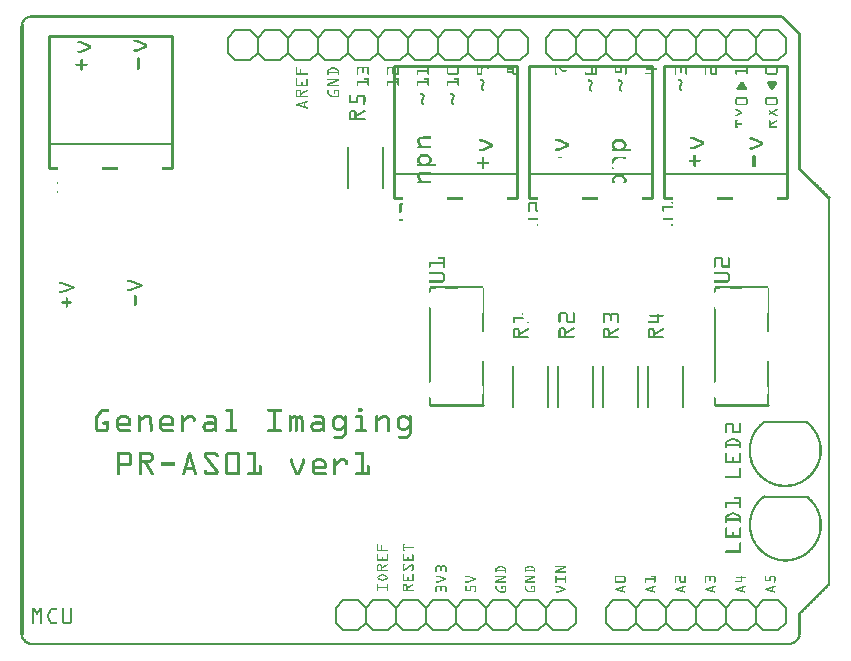
<source format=gto>
G04 MADE WITH FRITZING*
G04 WWW.FRITZING.ORG*
G04 DOUBLE SIDED*
G04 HOLES PLATED*
G04 CONTOUR ON CENTER OF CONTOUR VECTOR*
%ASAXBY*%
%FSLAX23Y23*%
%MOIN*%
%OFA0B0*%
%SFA1.0B1.0*%
%ADD10C,0.006000*%
%ADD11C,0.010000*%
%ADD12C,0.005000*%
%ADD13C,0.009799*%
%ADD14C,0.007874*%
%ADD15R,0.001000X0.001000*%
%LNSILK1*%
G90*
G70*
G54D10*
X2277Y153D02*
X2327Y153D01*
D02*
X2327Y153D02*
X2352Y128D01*
D02*
X2352Y128D02*
X2352Y78D01*
D02*
X2352Y78D02*
X2327Y53D01*
D02*
X2352Y128D02*
X2377Y153D01*
D02*
X2377Y153D02*
X2427Y153D01*
D02*
X2427Y153D02*
X2452Y128D01*
D02*
X2452Y128D02*
X2452Y78D01*
D02*
X2452Y78D02*
X2427Y53D01*
D02*
X2427Y53D02*
X2377Y53D01*
D02*
X2377Y53D02*
X2352Y78D01*
D02*
X2152Y128D02*
X2177Y153D01*
D02*
X2177Y153D02*
X2227Y153D01*
D02*
X2227Y153D02*
X2252Y128D01*
D02*
X2252Y128D02*
X2252Y78D01*
D02*
X2252Y78D02*
X2227Y53D01*
D02*
X2227Y53D02*
X2177Y53D01*
D02*
X2177Y53D02*
X2152Y78D01*
D02*
X2277Y153D02*
X2252Y128D01*
D02*
X2252Y78D02*
X2277Y53D01*
D02*
X2327Y53D02*
X2277Y53D01*
D02*
X1977Y153D02*
X2027Y153D01*
D02*
X2027Y153D02*
X2052Y128D01*
D02*
X2052Y128D02*
X2052Y78D01*
D02*
X2052Y78D02*
X2027Y53D01*
D02*
X2052Y128D02*
X2077Y153D01*
D02*
X2077Y153D02*
X2127Y153D01*
D02*
X2127Y153D02*
X2152Y128D01*
D02*
X2152Y128D02*
X2152Y78D01*
D02*
X2152Y78D02*
X2127Y53D01*
D02*
X2127Y53D02*
X2077Y53D01*
D02*
X2077Y53D02*
X2052Y78D01*
D02*
X1952Y128D02*
X1952Y78D01*
D02*
X1977Y153D02*
X1952Y128D01*
D02*
X1952Y78D02*
X1977Y53D01*
D02*
X2027Y53D02*
X1977Y53D01*
D02*
X2477Y153D02*
X2527Y153D01*
D02*
X2527Y153D02*
X2552Y128D01*
D02*
X2552Y128D02*
X2552Y78D01*
D02*
X2552Y78D02*
X2527Y53D01*
D02*
X2477Y153D02*
X2452Y128D01*
D02*
X2452Y78D02*
X2477Y53D01*
D02*
X2527Y53D02*
X2477Y53D01*
D02*
X867Y1953D02*
X817Y1953D01*
D02*
X1067Y1953D02*
X1017Y1953D01*
D02*
X967Y1953D02*
X917Y1953D01*
D02*
X1167Y1953D02*
X1117Y1953D01*
D02*
X1367Y1953D02*
X1317Y1953D01*
D02*
X1267Y1953D02*
X1217Y1953D01*
D02*
X1467Y1953D02*
X1417Y1953D01*
D02*
X1667Y1953D02*
X1617Y1953D01*
D02*
X1567Y1953D02*
X1517Y1953D01*
D02*
X767Y1953D02*
X717Y1953D01*
D02*
X892Y1978D02*
X867Y1953D01*
D02*
X817Y1953D02*
X792Y1978D01*
D02*
X792Y1978D02*
X792Y2028D01*
D02*
X792Y2028D02*
X817Y2053D01*
D02*
X817Y2053D02*
X867Y2053D01*
D02*
X867Y2053D02*
X892Y2028D01*
D02*
X1017Y1953D02*
X992Y1978D01*
D02*
X992Y1978D02*
X992Y2028D01*
D02*
X992Y2028D02*
X1017Y2053D01*
D02*
X992Y1978D02*
X967Y1953D01*
D02*
X917Y1953D02*
X892Y1978D01*
D02*
X892Y1978D02*
X892Y2028D01*
D02*
X892Y2028D02*
X917Y2053D01*
D02*
X917Y2053D02*
X967Y2053D01*
D02*
X967Y2053D02*
X992Y2028D01*
D02*
X1192Y1978D02*
X1167Y1953D01*
D02*
X1117Y1953D02*
X1092Y1978D01*
D02*
X1092Y1978D02*
X1092Y2028D01*
D02*
X1092Y2028D02*
X1117Y2053D01*
D02*
X1117Y2053D02*
X1167Y2053D01*
D02*
X1167Y2053D02*
X1192Y2028D01*
D02*
X1067Y1953D02*
X1092Y1978D01*
D02*
X1092Y2028D02*
X1067Y2053D01*
D02*
X1017Y2053D02*
X1067Y2053D01*
D02*
X1317Y1953D02*
X1292Y1978D01*
D02*
X1292Y1978D02*
X1292Y2028D01*
D02*
X1292Y2028D02*
X1317Y2053D01*
D02*
X1292Y1978D02*
X1267Y1953D01*
D02*
X1217Y1953D02*
X1192Y1978D01*
D02*
X1192Y1978D02*
X1192Y2028D01*
D02*
X1192Y2028D02*
X1217Y2053D01*
D02*
X1217Y2053D02*
X1267Y2053D01*
D02*
X1267Y2053D02*
X1292Y2028D01*
D02*
X1492Y1978D02*
X1467Y1953D01*
D02*
X1417Y1953D02*
X1392Y1978D01*
D02*
X1392Y1978D02*
X1392Y2028D01*
D02*
X1392Y2028D02*
X1417Y2053D01*
D02*
X1417Y2053D02*
X1467Y2053D01*
D02*
X1467Y2053D02*
X1492Y2028D01*
D02*
X1367Y1953D02*
X1392Y1978D01*
D02*
X1392Y2028D02*
X1367Y2053D01*
D02*
X1317Y2053D02*
X1367Y2053D01*
D02*
X1617Y1953D02*
X1592Y1978D01*
D02*
X1592Y1978D02*
X1592Y2028D01*
D02*
X1592Y2028D02*
X1617Y2053D01*
D02*
X1592Y1978D02*
X1567Y1953D01*
D02*
X1517Y1953D02*
X1492Y1978D01*
D02*
X1492Y1978D02*
X1492Y2028D01*
D02*
X1492Y2028D02*
X1517Y2053D01*
D02*
X1517Y2053D02*
X1567Y2053D01*
D02*
X1567Y2053D02*
X1592Y2028D01*
D02*
X1692Y1978D02*
X1692Y2028D01*
D02*
X1667Y1953D02*
X1692Y1978D01*
D02*
X1692Y2028D02*
X1667Y2053D01*
D02*
X1617Y2053D02*
X1667Y2053D01*
D02*
X717Y1953D02*
X692Y1978D01*
D02*
X692Y1978D02*
X692Y2028D01*
D02*
X692Y2028D02*
X717Y2053D01*
D02*
X767Y1953D02*
X792Y1978D01*
D02*
X792Y2028D02*
X767Y2053D01*
D02*
X717Y2053D02*
X767Y2053D01*
D02*
X1927Y1953D02*
X1877Y1953D01*
D02*
X1877Y1953D02*
X1852Y1978D01*
D02*
X1852Y1978D02*
X1852Y2028D01*
D02*
X1852Y2028D02*
X1877Y2053D01*
D02*
X2052Y1978D02*
X2027Y1953D01*
D02*
X2027Y1953D02*
X1977Y1953D01*
D02*
X1977Y1953D02*
X1952Y1978D01*
D02*
X1952Y1978D02*
X1952Y2028D01*
D02*
X1952Y2028D02*
X1977Y2053D01*
D02*
X1977Y2053D02*
X2027Y2053D01*
D02*
X2027Y2053D02*
X2052Y2028D01*
D02*
X1927Y1953D02*
X1952Y1978D01*
D02*
X1952Y2028D02*
X1927Y2053D01*
D02*
X1877Y2053D02*
X1927Y2053D01*
D02*
X2227Y1953D02*
X2177Y1953D01*
D02*
X2177Y1953D02*
X2152Y1978D01*
D02*
X2152Y1978D02*
X2152Y2028D01*
D02*
X2152Y2028D02*
X2177Y2053D01*
D02*
X2152Y1978D02*
X2127Y1953D01*
D02*
X2127Y1953D02*
X2077Y1953D01*
D02*
X2077Y1953D02*
X2052Y1978D01*
D02*
X2052Y1978D02*
X2052Y2028D01*
D02*
X2052Y2028D02*
X2077Y2053D01*
D02*
X2077Y2053D02*
X2127Y2053D01*
D02*
X2127Y2053D02*
X2152Y2028D01*
D02*
X2352Y1978D02*
X2327Y1953D01*
D02*
X2327Y1953D02*
X2277Y1953D01*
D02*
X2277Y1953D02*
X2252Y1978D01*
D02*
X2252Y1978D02*
X2252Y2028D01*
D02*
X2252Y2028D02*
X2277Y2053D01*
D02*
X2277Y2053D02*
X2327Y2053D01*
D02*
X2327Y2053D02*
X2352Y2028D01*
D02*
X2227Y1953D02*
X2252Y1978D01*
D02*
X2252Y2028D02*
X2227Y2053D01*
D02*
X2177Y2053D02*
X2227Y2053D01*
D02*
X2527Y1953D02*
X2477Y1953D01*
D02*
X2477Y1953D02*
X2452Y1978D01*
D02*
X2452Y1978D02*
X2452Y2028D01*
D02*
X2452Y2028D02*
X2477Y2053D01*
D02*
X2452Y1978D02*
X2427Y1953D01*
D02*
X2427Y1953D02*
X2377Y1953D01*
D02*
X2377Y1953D02*
X2352Y1978D01*
D02*
X2352Y1978D02*
X2352Y2028D01*
D02*
X2352Y2028D02*
X2377Y2053D01*
D02*
X2377Y2053D02*
X2427Y2053D01*
D02*
X2427Y2053D02*
X2452Y2028D01*
D02*
X2552Y1978D02*
X2552Y2028D01*
D02*
X2527Y1953D02*
X2552Y1978D01*
D02*
X2552Y2028D02*
X2527Y2053D01*
D02*
X2477Y2053D02*
X2527Y2053D01*
D02*
X1827Y1953D02*
X1777Y1953D01*
D02*
X1777Y1953D02*
X1752Y1978D01*
D02*
X1752Y1978D02*
X1752Y2028D01*
D02*
X1752Y2028D02*
X1777Y2053D01*
D02*
X1827Y1953D02*
X1852Y1978D01*
D02*
X1852Y2028D02*
X1827Y2053D01*
D02*
X1777Y2053D02*
X1827Y2053D01*
D02*
X1677Y153D02*
X1727Y153D01*
D02*
X1727Y153D02*
X1752Y128D01*
D02*
X1752Y128D02*
X1752Y78D01*
D02*
X1752Y78D02*
X1727Y53D01*
D02*
X1552Y128D02*
X1577Y153D01*
D02*
X1577Y153D02*
X1627Y153D01*
D02*
X1627Y153D02*
X1652Y128D01*
D02*
X1652Y128D02*
X1652Y78D01*
D02*
X1652Y78D02*
X1627Y53D01*
D02*
X1627Y53D02*
X1577Y53D01*
D02*
X1577Y53D02*
X1552Y78D01*
D02*
X1677Y153D02*
X1652Y128D01*
D02*
X1652Y78D02*
X1677Y53D01*
D02*
X1727Y53D02*
X1677Y53D01*
D02*
X1377Y153D02*
X1427Y153D01*
D02*
X1427Y153D02*
X1452Y128D01*
D02*
X1452Y128D02*
X1452Y78D01*
D02*
X1452Y78D02*
X1427Y53D01*
D02*
X1452Y128D02*
X1477Y153D01*
D02*
X1477Y153D02*
X1527Y153D01*
D02*
X1527Y153D02*
X1552Y128D01*
D02*
X1552Y128D02*
X1552Y78D01*
D02*
X1552Y78D02*
X1527Y53D01*
D02*
X1527Y53D02*
X1477Y53D01*
D02*
X1477Y53D02*
X1452Y78D01*
D02*
X1252Y128D02*
X1277Y153D01*
D02*
X1277Y153D02*
X1327Y153D01*
D02*
X1327Y153D02*
X1352Y128D01*
D02*
X1352Y128D02*
X1352Y78D01*
D02*
X1352Y78D02*
X1327Y53D01*
D02*
X1327Y53D02*
X1277Y53D01*
D02*
X1277Y53D02*
X1252Y78D01*
D02*
X1377Y153D02*
X1352Y128D01*
D02*
X1352Y78D02*
X1377Y53D01*
D02*
X1427Y53D02*
X1377Y53D01*
D02*
X1077Y153D02*
X1127Y153D01*
D02*
X1127Y153D02*
X1152Y128D01*
D02*
X1152Y128D02*
X1152Y78D01*
D02*
X1152Y78D02*
X1127Y53D01*
D02*
X1152Y128D02*
X1177Y153D01*
D02*
X1177Y153D02*
X1227Y153D01*
D02*
X1227Y153D02*
X1252Y128D01*
D02*
X1252Y128D02*
X1252Y78D01*
D02*
X1252Y78D02*
X1227Y53D01*
D02*
X1227Y53D02*
X1177Y53D01*
D02*
X1177Y53D02*
X1152Y78D01*
D02*
X1052Y128D02*
X1052Y78D01*
D02*
X1077Y153D02*
X1052Y128D01*
D02*
X1052Y78D02*
X1077Y53D01*
D02*
X1127Y53D02*
X1077Y53D01*
D02*
X1777Y153D02*
X1827Y153D01*
D02*
X1827Y153D02*
X1852Y128D01*
D02*
X1852Y128D02*
X1852Y78D01*
D02*
X1852Y78D02*
X1827Y53D01*
D02*
X1777Y153D02*
X1752Y128D01*
D02*
X1752Y78D02*
X1777Y53D01*
D02*
X1827Y53D02*
X1777Y53D01*
G54D11*
D02*
X2557Y1933D02*
X2147Y1933D01*
D02*
X2147Y1933D02*
X2147Y1493D01*
D02*
X2557Y1493D02*
X2557Y1933D01*
G54D12*
D02*
X2147Y1573D02*
X2557Y1573D01*
G54D11*
D02*
X1657Y1932D02*
X1247Y1932D01*
D02*
X1247Y1932D02*
X1247Y1492D01*
D02*
X1657Y1492D02*
X1657Y1932D01*
G54D12*
D02*
X1247Y1572D02*
X1657Y1572D01*
G54D11*
D02*
X2107Y1933D02*
X1697Y1933D01*
D02*
X1697Y1933D02*
X1697Y1493D01*
D02*
X2107Y1493D02*
X2107Y1933D01*
G54D12*
D02*
X1697Y1573D02*
X2107Y1573D01*
G54D11*
D02*
X507Y2032D02*
X97Y2032D01*
D02*
X97Y2032D02*
X97Y1592D01*
D02*
X507Y1592D02*
X507Y2032D01*
G54D12*
D02*
X97Y1672D02*
X507Y1672D01*
G54D13*
D02*
X2316Y802D02*
X2494Y802D01*
D02*
X1366Y802D02*
X1544Y802D01*
G54D14*
X2622Y746D02*
X2480Y746D01*
D02*
X2623Y498D02*
X2481Y498D01*
D02*
G54D15*
X33Y2102D02*
X2539Y2102D01*
X29Y2101D02*
X2540Y2101D01*
X26Y2100D02*
X2544Y2100D01*
X24Y2099D02*
X2542Y2099D01*
X2544Y2099D02*
X2545Y2099D01*
X22Y2098D02*
X2543Y2098D01*
X2545Y2098D02*
X2546Y2098D01*
X20Y2097D02*
X2544Y2097D01*
X2546Y2097D02*
X2547Y2097D01*
X19Y2096D02*
X2545Y2096D01*
X2547Y2096D02*
X2548Y2096D01*
X17Y2095D02*
X2546Y2095D01*
X2548Y2095D02*
X2549Y2095D01*
X16Y2094D02*
X32Y2094D01*
X2537Y2094D02*
X2547Y2094D01*
X2549Y2094D02*
X2550Y2094D01*
X15Y2093D02*
X29Y2093D01*
X2538Y2093D02*
X2548Y2093D01*
X2550Y2093D02*
X2551Y2093D01*
X14Y2092D02*
X26Y2092D01*
X2539Y2092D02*
X2549Y2092D01*
X2551Y2092D02*
X2552Y2092D01*
X12Y2091D02*
X24Y2091D01*
X2540Y2091D02*
X2550Y2091D01*
X2552Y2091D02*
X2553Y2091D01*
X12Y2090D02*
X23Y2090D01*
X2541Y2090D02*
X2551Y2090D01*
X2553Y2090D02*
X2554Y2090D01*
X11Y2089D02*
X21Y2089D01*
X2542Y2089D02*
X2552Y2089D01*
X2554Y2089D02*
X2555Y2089D01*
X10Y2088D02*
X20Y2088D01*
X2543Y2088D02*
X2553Y2088D01*
X2555Y2088D02*
X2556Y2088D01*
X9Y2087D02*
X19Y2087D01*
X2544Y2087D02*
X2554Y2087D01*
X2556Y2087D02*
X2557Y2087D01*
X8Y2086D02*
X18Y2086D01*
X2545Y2086D02*
X2555Y2086D01*
X2557Y2086D02*
X2558Y2086D01*
X8Y2085D02*
X17Y2085D01*
X2546Y2085D02*
X2556Y2085D01*
X2558Y2085D02*
X2559Y2085D01*
X7Y2084D02*
X16Y2084D01*
X2547Y2084D02*
X2557Y2084D01*
X2559Y2084D02*
X2560Y2084D01*
X6Y2083D02*
X16Y2083D01*
X2548Y2083D02*
X2558Y2083D01*
X2560Y2083D02*
X2561Y2083D01*
X6Y2082D02*
X15Y2082D01*
X2549Y2082D02*
X2559Y2082D01*
X2561Y2082D02*
X2562Y2082D01*
X5Y2081D02*
X15Y2081D01*
X2550Y2081D02*
X2560Y2081D01*
X2562Y2081D02*
X2563Y2081D01*
X5Y2080D02*
X14Y2080D01*
X2551Y2080D02*
X2561Y2080D01*
X2563Y2080D02*
X2564Y2080D01*
X5Y2079D02*
X12Y2079D01*
X14Y2079D02*
X14Y2079D01*
X2552Y2079D02*
X2562Y2079D01*
X2564Y2079D02*
X2565Y2079D01*
X4Y2078D02*
X13Y2078D01*
X2553Y2078D02*
X2563Y2078D01*
X2565Y2078D02*
X2566Y2078D01*
X4Y2077D02*
X11Y2077D01*
X13Y2077D02*
X13Y2077D01*
X2554Y2077D02*
X2564Y2077D01*
X2566Y2077D02*
X2567Y2077D01*
X3Y2076D02*
X12Y2076D01*
X2555Y2076D02*
X2565Y2076D01*
X2567Y2076D02*
X2568Y2076D01*
X3Y2075D02*
X10Y2075D01*
X12Y2075D02*
X12Y2075D01*
X2556Y2075D02*
X2566Y2075D01*
X2568Y2075D02*
X2569Y2075D01*
X3Y2074D02*
X10Y2074D01*
X12Y2074D02*
X12Y2074D01*
X2557Y2074D02*
X2567Y2074D01*
X2569Y2074D02*
X2570Y2074D01*
X3Y2073D02*
X10Y2073D01*
X12Y2073D02*
X12Y2073D01*
X2558Y2073D02*
X2568Y2073D01*
X2570Y2073D02*
X2571Y2073D01*
X2Y2072D02*
X9Y2072D01*
X11Y2072D02*
X11Y2072D01*
X2559Y2072D02*
X2569Y2072D01*
X2571Y2072D02*
X2572Y2072D01*
X2Y2071D02*
X9Y2071D01*
X11Y2071D02*
X11Y2071D01*
X2560Y2071D02*
X2570Y2071D01*
X2572Y2071D02*
X2573Y2071D01*
X2Y2070D02*
X9Y2070D01*
X11Y2070D02*
X11Y2070D01*
X2561Y2070D02*
X2571Y2070D01*
X2573Y2070D02*
X2574Y2070D01*
X2Y2069D02*
X9Y2069D01*
X11Y2069D02*
X11Y2069D01*
X2562Y2069D02*
X2572Y2069D01*
X2574Y2069D02*
X2575Y2069D01*
X2Y2068D02*
X9Y2068D01*
X11Y2068D02*
X11Y2068D01*
X2563Y2068D02*
X2573Y2068D01*
X2575Y2068D02*
X2576Y2068D01*
X1Y2067D02*
X8Y2067D01*
X11Y2067D02*
X11Y2067D01*
X2564Y2067D02*
X2574Y2067D01*
X2576Y2067D02*
X2577Y2067D01*
X1Y2066D02*
X8Y2066D01*
X11Y2066D02*
X11Y2066D01*
X2565Y2066D02*
X2575Y2066D01*
X2577Y2066D02*
X2578Y2066D01*
X1Y2065D02*
X8Y2065D01*
X11Y2065D02*
X11Y2065D01*
X2566Y2065D02*
X2576Y2065D01*
X2578Y2065D02*
X2579Y2065D01*
X1Y2064D02*
X8Y2064D01*
X11Y2064D02*
X11Y2064D01*
X2567Y2064D02*
X2577Y2064D01*
X2579Y2064D02*
X2580Y2064D01*
X1Y2063D02*
X8Y2063D01*
X11Y2063D02*
X11Y2063D01*
X2568Y2063D02*
X2578Y2063D01*
X2580Y2063D02*
X2581Y2063D01*
X1Y2062D02*
X8Y2062D01*
X11Y2062D02*
X11Y2062D01*
X2569Y2062D02*
X2579Y2062D01*
X2581Y2062D02*
X2582Y2062D01*
X1Y2061D02*
X8Y2061D01*
X11Y2061D02*
X11Y2061D01*
X2570Y2061D02*
X2580Y2061D01*
X2582Y2061D02*
X2583Y2061D01*
X1Y2060D02*
X8Y2060D01*
X11Y2060D02*
X11Y2060D01*
X2571Y2060D02*
X2581Y2060D01*
X2583Y2060D02*
X2584Y2060D01*
X1Y2059D02*
X8Y2059D01*
X11Y2059D02*
X11Y2059D01*
X2572Y2059D02*
X2582Y2059D01*
X2584Y2059D02*
X2585Y2059D01*
X1Y2058D02*
X8Y2058D01*
X11Y2058D02*
X11Y2058D01*
X2573Y2058D02*
X2583Y2058D01*
X2585Y2058D02*
X2586Y2058D01*
X1Y2057D02*
X8Y2057D01*
X11Y2057D02*
X11Y2057D01*
X2574Y2057D02*
X2584Y2057D01*
X2586Y2057D02*
X2587Y2057D01*
X1Y2056D02*
X8Y2056D01*
X11Y2056D02*
X11Y2056D01*
X2575Y2056D02*
X2585Y2056D01*
X2587Y2056D02*
X2588Y2056D01*
X1Y2055D02*
X8Y2055D01*
X11Y2055D02*
X11Y2055D01*
X2576Y2055D02*
X2586Y2055D01*
X2588Y2055D02*
X2589Y2055D01*
X1Y2054D02*
X8Y2054D01*
X11Y2054D02*
X11Y2054D01*
X2577Y2054D02*
X2587Y2054D01*
X2589Y2054D02*
X2590Y2054D01*
X1Y2053D02*
X8Y2053D01*
X11Y2053D02*
X11Y2053D01*
X2578Y2053D02*
X2588Y2053D01*
X2590Y2053D02*
X2591Y2053D01*
X1Y2052D02*
X8Y2052D01*
X11Y2052D02*
X11Y2052D01*
X2579Y2052D02*
X2589Y2052D01*
X2591Y2052D02*
X2592Y2052D01*
X1Y2051D02*
X8Y2051D01*
X11Y2051D02*
X11Y2051D01*
X2580Y2051D02*
X2590Y2051D01*
X2592Y2051D02*
X2593Y2051D01*
X1Y2050D02*
X8Y2050D01*
X11Y2050D02*
X11Y2050D01*
X2581Y2050D02*
X2591Y2050D01*
X2593Y2050D02*
X2594Y2050D01*
X1Y2049D02*
X8Y2049D01*
X11Y2049D02*
X11Y2049D01*
X2582Y2049D02*
X2592Y2049D01*
X2594Y2049D02*
X2595Y2049D01*
X1Y2048D02*
X8Y2048D01*
X11Y2048D02*
X11Y2048D01*
X2583Y2048D02*
X2593Y2048D01*
X2595Y2048D02*
X2596Y2048D01*
X1Y2047D02*
X8Y2047D01*
X11Y2047D02*
X11Y2047D01*
X2584Y2047D02*
X2594Y2047D01*
X2596Y2047D02*
X2597Y2047D01*
X1Y2046D02*
X8Y2046D01*
X11Y2046D02*
X11Y2046D01*
X2585Y2046D02*
X2595Y2046D01*
X2597Y2046D02*
X2598Y2046D01*
X1Y2045D02*
X8Y2045D01*
X11Y2045D02*
X11Y2045D01*
X2586Y2045D02*
X2596Y2045D01*
X2598Y2045D02*
X2599Y2045D01*
X1Y2044D02*
X8Y2044D01*
X11Y2044D02*
X11Y2044D01*
X2587Y2044D02*
X2597Y2044D01*
X2599Y2044D02*
X2600Y2044D01*
X1Y2043D02*
X8Y2043D01*
X11Y2043D02*
X11Y2043D01*
X2588Y2043D02*
X2598Y2043D01*
X2600Y2043D02*
X2601Y2043D01*
X1Y2042D02*
X8Y2042D01*
X11Y2042D02*
X11Y2042D01*
X2589Y2042D02*
X2599Y2042D01*
X2601Y2042D02*
X2602Y2042D01*
X1Y2041D02*
X8Y2041D01*
X11Y2041D02*
X11Y2041D01*
X2590Y2041D02*
X2600Y2041D01*
X2602Y2041D02*
X2603Y2041D01*
X1Y2040D02*
X8Y2040D01*
X11Y2040D02*
X11Y2040D01*
X2591Y2040D02*
X2601Y2040D01*
X2603Y2040D02*
X2603Y2040D01*
X1Y2039D02*
X8Y2039D01*
X11Y2039D02*
X11Y2039D01*
X2592Y2039D02*
X2601Y2039D01*
X2603Y2039D02*
X2603Y2039D01*
X1Y2038D02*
X8Y2038D01*
X11Y2038D02*
X11Y2038D01*
X2593Y2038D02*
X2601Y2038D01*
X2603Y2038D02*
X2603Y2038D01*
X1Y2037D02*
X8Y2037D01*
X11Y2037D02*
X11Y2037D01*
X2593Y2037D02*
X2601Y2037D01*
X2603Y2037D02*
X2603Y2037D01*
X1Y2036D02*
X8Y2036D01*
X11Y2036D02*
X11Y2036D01*
X2594Y2036D02*
X2601Y2036D01*
X2603Y2036D02*
X2603Y2036D01*
X1Y2035D02*
X8Y2035D01*
X11Y2035D02*
X11Y2035D01*
X2594Y2035D02*
X2601Y2035D01*
X2603Y2035D02*
X2603Y2035D01*
X1Y2034D02*
X8Y2034D01*
X11Y2034D02*
X11Y2034D01*
X2594Y2034D02*
X2601Y2034D01*
X2603Y2034D02*
X2603Y2034D01*
X1Y2033D02*
X8Y2033D01*
X11Y2033D02*
X11Y2033D01*
X2594Y2033D02*
X2601Y2033D01*
X2603Y2033D02*
X2603Y2033D01*
X1Y2032D02*
X8Y2032D01*
X11Y2032D02*
X11Y2032D01*
X2594Y2032D02*
X2601Y2032D01*
X2603Y2032D02*
X2603Y2032D01*
X1Y2031D02*
X8Y2031D01*
X11Y2031D02*
X11Y2031D01*
X2594Y2031D02*
X2601Y2031D01*
X2603Y2031D02*
X2603Y2031D01*
X1Y2030D02*
X8Y2030D01*
X11Y2030D02*
X11Y2030D01*
X2594Y2030D02*
X2601Y2030D01*
X2603Y2030D02*
X2603Y2030D01*
X1Y2029D02*
X8Y2029D01*
X11Y2029D02*
X11Y2029D01*
X2594Y2029D02*
X2601Y2029D01*
X2603Y2029D02*
X2603Y2029D01*
X1Y2028D02*
X8Y2028D01*
X11Y2028D02*
X11Y2028D01*
X2594Y2028D02*
X2601Y2028D01*
X2603Y2028D02*
X2603Y2028D01*
X1Y2027D02*
X8Y2027D01*
X11Y2027D02*
X11Y2027D01*
X2594Y2027D02*
X2601Y2027D01*
X2603Y2027D02*
X2603Y2027D01*
X1Y2026D02*
X8Y2026D01*
X11Y2026D02*
X11Y2026D01*
X2594Y2026D02*
X2601Y2026D01*
X2603Y2026D02*
X2603Y2026D01*
X1Y2025D02*
X8Y2025D01*
X11Y2025D02*
X11Y2025D01*
X2594Y2025D02*
X2601Y2025D01*
X2603Y2025D02*
X2603Y2025D01*
X1Y2024D02*
X8Y2024D01*
X11Y2024D02*
X11Y2024D01*
X2594Y2024D02*
X2601Y2024D01*
X2603Y2024D02*
X2603Y2024D01*
X1Y2023D02*
X8Y2023D01*
X11Y2023D02*
X11Y2023D01*
X2594Y2023D02*
X2601Y2023D01*
X2603Y2023D02*
X2603Y2023D01*
X1Y2022D02*
X8Y2022D01*
X11Y2022D02*
X11Y2022D01*
X2594Y2022D02*
X2601Y2022D01*
X2603Y2022D02*
X2603Y2022D01*
X1Y2021D02*
X8Y2021D01*
X11Y2021D02*
X11Y2021D01*
X382Y2021D02*
X389Y2021D01*
X2594Y2021D02*
X2601Y2021D01*
X2603Y2021D02*
X2603Y2021D01*
X1Y2020D02*
X8Y2020D01*
X11Y2020D02*
X11Y2020D01*
X380Y2020D02*
X391Y2020D01*
X2594Y2020D02*
X2601Y2020D01*
X2603Y2020D02*
X2603Y2020D01*
X1Y2019D02*
X8Y2019D01*
X11Y2019D02*
X11Y2019D01*
X379Y2019D02*
X394Y2019D01*
X2594Y2019D02*
X2601Y2019D01*
X2603Y2019D02*
X2603Y2019D01*
X1Y2018D02*
X8Y2018D01*
X11Y2018D02*
X11Y2018D01*
X378Y2018D02*
X396Y2018D01*
X2594Y2018D02*
X2601Y2018D01*
X2603Y2018D02*
X2603Y2018D01*
X1Y2017D02*
X8Y2017D01*
X11Y2017D02*
X11Y2017D01*
X378Y2017D02*
X398Y2017D01*
X2594Y2017D02*
X2601Y2017D01*
X2603Y2017D02*
X2603Y2017D01*
X1Y2016D02*
X8Y2016D01*
X11Y2016D02*
X11Y2016D01*
X193Y2016D02*
X203Y2016D01*
X378Y2016D02*
X401Y2016D01*
X2594Y2016D02*
X2601Y2016D01*
X2603Y2016D02*
X2603Y2016D01*
X1Y2015D02*
X8Y2015D01*
X11Y2015D02*
X11Y2015D01*
X192Y2015D02*
X206Y2015D01*
X379Y2015D02*
X403Y2015D01*
X2594Y2015D02*
X2601Y2015D01*
X2603Y2015D02*
X2603Y2015D01*
X1Y2014D02*
X8Y2014D01*
X11Y2014D02*
X11Y2014D01*
X191Y2014D02*
X208Y2014D01*
X380Y2014D02*
X405Y2014D01*
X2594Y2014D02*
X2601Y2014D01*
X2603Y2014D02*
X2603Y2014D01*
X1Y2013D02*
X8Y2013D01*
X11Y2013D02*
X11Y2013D01*
X191Y2013D02*
X210Y2013D01*
X381Y2013D02*
X407Y2013D01*
X2594Y2013D02*
X2601Y2013D01*
X2603Y2013D02*
X2603Y2013D01*
X1Y2012D02*
X8Y2012D01*
X11Y2012D02*
X11Y2012D01*
X191Y2012D02*
X212Y2012D01*
X390Y2012D02*
X410Y2012D01*
X2594Y2012D02*
X2601Y2012D01*
X2603Y2012D02*
X2603Y2012D01*
X1Y2011D02*
X8Y2011D01*
X11Y2011D02*
X11Y2011D01*
X191Y2011D02*
X215Y2011D01*
X393Y2011D02*
X412Y2011D01*
X2594Y2011D02*
X2601Y2011D01*
X2603Y2011D02*
X2603Y2011D01*
X1Y2010D02*
X8Y2010D01*
X11Y2010D02*
X11Y2010D01*
X192Y2010D02*
X217Y2010D01*
X395Y2010D02*
X414Y2010D01*
X2594Y2010D02*
X2601Y2010D01*
X2603Y2010D02*
X2603Y2010D01*
X1Y2009D02*
X8Y2009D01*
X11Y2009D02*
X11Y2009D01*
X193Y2009D02*
X219Y2009D01*
X397Y2009D02*
X417Y2009D01*
X2594Y2009D02*
X2601Y2009D01*
X2603Y2009D02*
X2603Y2009D01*
X1Y2008D02*
X8Y2008D01*
X11Y2008D02*
X11Y2008D01*
X202Y2008D02*
X222Y2008D01*
X399Y2008D02*
X419Y2008D01*
X2594Y2008D02*
X2601Y2008D01*
X2603Y2008D02*
X2603Y2008D01*
X1Y2007D02*
X8Y2007D01*
X11Y2007D02*
X11Y2007D01*
X204Y2007D02*
X224Y2007D01*
X402Y2007D02*
X421Y2007D01*
X2594Y2007D02*
X2601Y2007D01*
X2603Y2007D02*
X2603Y2007D01*
X1Y2006D02*
X8Y2006D01*
X11Y2006D02*
X11Y2006D01*
X207Y2006D02*
X226Y2006D01*
X404Y2006D02*
X423Y2006D01*
X2594Y2006D02*
X2601Y2006D01*
X2603Y2006D02*
X2603Y2006D01*
X1Y2005D02*
X8Y2005D01*
X11Y2005D02*
X11Y2005D01*
X209Y2005D02*
X228Y2005D01*
X406Y2005D02*
X423Y2005D01*
X2594Y2005D02*
X2601Y2005D01*
X2603Y2005D02*
X2603Y2005D01*
X1Y2004D02*
X8Y2004D01*
X11Y2004D02*
X11Y2004D01*
X211Y2004D02*
X231Y2004D01*
X408Y2004D02*
X424Y2004D01*
X2594Y2004D02*
X2601Y2004D01*
X2603Y2004D02*
X2603Y2004D01*
X1Y2003D02*
X8Y2003D01*
X11Y2003D02*
X11Y2003D01*
X213Y2003D02*
X233Y2003D01*
X411Y2003D02*
X424Y2003D01*
X2594Y2003D02*
X2601Y2003D01*
X2603Y2003D02*
X2603Y2003D01*
X1Y2002D02*
X8Y2002D01*
X11Y2002D02*
X11Y2002D01*
X216Y2002D02*
X235Y2002D01*
X413Y2002D02*
X424Y2002D01*
X2594Y2002D02*
X2601Y2002D01*
X2603Y2002D02*
X2603Y2002D01*
X1Y2001D02*
X8Y2001D01*
X11Y2001D02*
X11Y2001D01*
X218Y2001D02*
X236Y2001D01*
X415Y2001D02*
X424Y2001D01*
X2594Y2001D02*
X2601Y2001D01*
X2603Y2001D02*
X2603Y2001D01*
X1Y2000D02*
X8Y2000D01*
X11Y2000D02*
X11Y2000D01*
X220Y2000D02*
X236Y2000D01*
X415Y2000D02*
X424Y2000D01*
X2594Y2000D02*
X2601Y2000D01*
X2603Y2000D02*
X2603Y2000D01*
X1Y1999D02*
X8Y1999D01*
X11Y1999D02*
X11Y1999D01*
X223Y1999D02*
X236Y1999D01*
X412Y1999D02*
X424Y1999D01*
X2594Y1999D02*
X2601Y1999D01*
X2603Y1999D02*
X2603Y1999D01*
X1Y1998D02*
X8Y1998D01*
X11Y1998D02*
X11Y1998D01*
X225Y1998D02*
X236Y1998D01*
X410Y1998D02*
X424Y1998D01*
X2594Y1998D02*
X2601Y1998D01*
X2603Y1998D02*
X2603Y1998D01*
X1Y1997D02*
X8Y1997D01*
X11Y1997D02*
X11Y1997D01*
X227Y1997D02*
X236Y1997D01*
X408Y1997D02*
X424Y1997D01*
X2594Y1997D02*
X2601Y1997D01*
X2603Y1997D02*
X2603Y1997D01*
X1Y1996D02*
X8Y1996D01*
X11Y1996D02*
X11Y1996D01*
X228Y1996D02*
X236Y1996D01*
X405Y1996D02*
X423Y1996D01*
X2594Y1996D02*
X2601Y1996D01*
X2603Y1996D02*
X2603Y1996D01*
X1Y1995D02*
X8Y1995D01*
X11Y1995D02*
X11Y1995D01*
X226Y1995D02*
X236Y1995D01*
X403Y1995D02*
X422Y1995D01*
X2594Y1995D02*
X2601Y1995D01*
X2603Y1995D02*
X2603Y1995D01*
X1Y1994D02*
X8Y1994D01*
X11Y1994D02*
X11Y1994D01*
X224Y1994D02*
X236Y1994D01*
X401Y1994D02*
X420Y1994D01*
X2594Y1994D02*
X2601Y1994D01*
X2603Y1994D02*
X2603Y1994D01*
X1Y1993D02*
X8Y1993D01*
X11Y1993D02*
X11Y1993D01*
X221Y1993D02*
X236Y1993D01*
X399Y1993D02*
X418Y1993D01*
X2594Y1993D02*
X2601Y1993D01*
X2603Y1993D02*
X2603Y1993D01*
X1Y1992D02*
X8Y1992D01*
X11Y1992D02*
X11Y1992D01*
X219Y1992D02*
X236Y1992D01*
X396Y1992D02*
X416Y1992D01*
X2594Y1992D02*
X2601Y1992D01*
X2603Y1992D02*
X2603Y1992D01*
X1Y1991D02*
X8Y1991D01*
X11Y1991D02*
X11Y1991D01*
X217Y1991D02*
X235Y1991D01*
X394Y1991D02*
X414Y1991D01*
X2594Y1991D02*
X2601Y1991D01*
X2603Y1991D02*
X2603Y1991D01*
X1Y1990D02*
X8Y1990D01*
X11Y1990D02*
X11Y1990D01*
X214Y1990D02*
X234Y1990D01*
X392Y1990D02*
X411Y1990D01*
X2594Y1990D02*
X2601Y1990D01*
X2603Y1990D02*
X2603Y1990D01*
X1Y1989D02*
X8Y1989D01*
X11Y1989D02*
X11Y1989D01*
X212Y1989D02*
X232Y1989D01*
X389Y1989D02*
X409Y1989D01*
X2594Y1989D02*
X2601Y1989D01*
X2603Y1989D02*
X2603Y1989D01*
X1Y1988D02*
X8Y1988D01*
X11Y1988D02*
X11Y1988D01*
X210Y1988D02*
X229Y1988D01*
X380Y1988D02*
X407Y1988D01*
X2594Y1988D02*
X2601Y1988D01*
X2603Y1988D02*
X2603Y1988D01*
X1Y1987D02*
X8Y1987D01*
X11Y1987D02*
X11Y1987D01*
X207Y1987D02*
X227Y1987D01*
X379Y1987D02*
X404Y1987D01*
X2594Y1987D02*
X2601Y1987D01*
X2603Y1987D02*
X2603Y1987D01*
X1Y1986D02*
X8Y1986D01*
X11Y1986D02*
X11Y1986D01*
X205Y1986D02*
X225Y1986D01*
X379Y1986D02*
X402Y1986D01*
X2594Y1986D02*
X2601Y1986D01*
X2603Y1986D02*
X2603Y1986D01*
X1Y1985D02*
X8Y1985D01*
X11Y1985D02*
X11Y1985D01*
X203Y1985D02*
X223Y1985D01*
X378Y1985D02*
X400Y1985D01*
X2594Y1985D02*
X2601Y1985D01*
X2603Y1985D02*
X2603Y1985D01*
X1Y1984D02*
X8Y1984D01*
X11Y1984D02*
X11Y1984D01*
X194Y1984D02*
X220Y1984D01*
X378Y1984D02*
X398Y1984D01*
X2594Y1984D02*
X2601Y1984D01*
X2603Y1984D02*
X2603Y1984D01*
X1Y1983D02*
X8Y1983D01*
X11Y1983D02*
X11Y1983D01*
X192Y1983D02*
X218Y1983D01*
X379Y1983D02*
X395Y1983D01*
X2594Y1983D02*
X2601Y1983D01*
X2603Y1983D02*
X2603Y1983D01*
X1Y1982D02*
X8Y1982D01*
X11Y1982D02*
X11Y1982D01*
X191Y1982D02*
X216Y1982D01*
X379Y1982D02*
X393Y1982D01*
X2594Y1982D02*
X2601Y1982D01*
X2603Y1982D02*
X2603Y1982D01*
X1Y1981D02*
X8Y1981D01*
X11Y1981D02*
X11Y1981D01*
X191Y1981D02*
X213Y1981D01*
X380Y1981D02*
X391Y1981D01*
X2594Y1981D02*
X2601Y1981D01*
X2603Y1981D02*
X2603Y1981D01*
X1Y1980D02*
X8Y1980D01*
X11Y1980D02*
X11Y1980D01*
X191Y1980D02*
X211Y1980D01*
X2594Y1980D02*
X2601Y1980D01*
X2603Y1980D02*
X2603Y1980D01*
X1Y1979D02*
X8Y1979D01*
X11Y1979D02*
X11Y1979D01*
X191Y1979D02*
X209Y1979D01*
X2594Y1979D02*
X2601Y1979D01*
X2603Y1979D02*
X2603Y1979D01*
X1Y1978D02*
X8Y1978D01*
X11Y1978D02*
X11Y1978D01*
X192Y1978D02*
X207Y1978D01*
X2594Y1978D02*
X2601Y1978D01*
X2603Y1978D02*
X2603Y1978D01*
X1Y1977D02*
X8Y1977D01*
X11Y1977D02*
X11Y1977D01*
X192Y1977D02*
X204Y1977D01*
X2594Y1977D02*
X2601Y1977D01*
X2603Y1977D02*
X2603Y1977D01*
X1Y1976D02*
X8Y1976D01*
X11Y1976D02*
X11Y1976D01*
X195Y1976D02*
X201Y1976D01*
X2594Y1976D02*
X2601Y1976D01*
X2603Y1976D02*
X2603Y1976D01*
X1Y1975D02*
X8Y1975D01*
X11Y1975D02*
X11Y1975D01*
X2594Y1975D02*
X2601Y1975D01*
X2603Y1975D02*
X2603Y1975D01*
X1Y1974D02*
X8Y1974D01*
X11Y1974D02*
X11Y1974D01*
X2594Y1974D02*
X2601Y1974D01*
X2603Y1974D02*
X2603Y1974D01*
X1Y1973D02*
X8Y1973D01*
X11Y1973D02*
X11Y1973D01*
X2594Y1973D02*
X2601Y1973D01*
X2603Y1973D02*
X2603Y1973D01*
X1Y1972D02*
X8Y1972D01*
X11Y1972D02*
X11Y1972D01*
X2594Y1972D02*
X2601Y1972D01*
X2603Y1972D02*
X2603Y1972D01*
X1Y1971D02*
X8Y1971D01*
X11Y1971D02*
X11Y1971D01*
X2594Y1971D02*
X2601Y1971D01*
X2603Y1971D02*
X2603Y1971D01*
X1Y1970D02*
X8Y1970D01*
X11Y1970D02*
X11Y1970D01*
X2594Y1970D02*
X2601Y1970D01*
X2603Y1970D02*
X2603Y1970D01*
X1Y1969D02*
X8Y1969D01*
X11Y1969D02*
X11Y1969D01*
X2594Y1969D02*
X2601Y1969D01*
X2603Y1969D02*
X2603Y1969D01*
X1Y1968D02*
X8Y1968D01*
X11Y1968D02*
X11Y1968D01*
X2594Y1968D02*
X2601Y1968D01*
X2603Y1968D02*
X2603Y1968D01*
X1Y1967D02*
X8Y1967D01*
X11Y1967D02*
X11Y1967D01*
X2594Y1967D02*
X2601Y1967D01*
X2603Y1967D02*
X2603Y1967D01*
X1Y1966D02*
X8Y1966D01*
X11Y1966D02*
X11Y1966D01*
X2594Y1966D02*
X2601Y1966D01*
X2603Y1966D02*
X2603Y1966D01*
X1Y1965D02*
X8Y1965D01*
X11Y1965D02*
X11Y1965D01*
X2594Y1965D02*
X2601Y1965D01*
X2603Y1965D02*
X2603Y1965D01*
X1Y1964D02*
X8Y1964D01*
X11Y1964D02*
X11Y1964D01*
X2594Y1964D02*
X2601Y1964D01*
X2603Y1964D02*
X2603Y1964D01*
X1Y1963D02*
X8Y1963D01*
X11Y1963D02*
X11Y1963D01*
X2594Y1963D02*
X2601Y1963D01*
X2603Y1963D02*
X2603Y1963D01*
X1Y1962D02*
X8Y1962D01*
X11Y1962D02*
X11Y1962D01*
X392Y1962D02*
X396Y1962D01*
X2594Y1962D02*
X2601Y1962D01*
X2603Y1962D02*
X2603Y1962D01*
X1Y1961D02*
X8Y1961D01*
X11Y1961D02*
X11Y1961D01*
X390Y1961D02*
X398Y1961D01*
X2594Y1961D02*
X2601Y1961D01*
X2603Y1961D02*
X2603Y1961D01*
X1Y1960D02*
X8Y1960D01*
X11Y1960D02*
X11Y1960D01*
X389Y1960D02*
X399Y1960D01*
X2594Y1960D02*
X2601Y1960D01*
X2603Y1960D02*
X2603Y1960D01*
X1Y1959D02*
X8Y1959D01*
X11Y1959D02*
X11Y1959D01*
X389Y1959D02*
X399Y1959D01*
X2594Y1959D02*
X2601Y1959D01*
X2603Y1959D02*
X2603Y1959D01*
X1Y1958D02*
X8Y1958D01*
X11Y1958D02*
X11Y1958D01*
X389Y1958D02*
X399Y1958D01*
X2594Y1958D02*
X2601Y1958D01*
X2603Y1958D02*
X2603Y1958D01*
X1Y1957D02*
X8Y1957D01*
X11Y1957D02*
X11Y1957D01*
X203Y1957D02*
X207Y1957D01*
X389Y1957D02*
X399Y1957D01*
X2594Y1957D02*
X2601Y1957D01*
X2603Y1957D02*
X2603Y1957D01*
X1Y1956D02*
X8Y1956D01*
X11Y1956D02*
X11Y1956D01*
X202Y1956D02*
X208Y1956D01*
X389Y1956D02*
X399Y1956D01*
X2594Y1956D02*
X2601Y1956D01*
X2603Y1956D02*
X2603Y1956D01*
X1Y1955D02*
X8Y1955D01*
X11Y1955D02*
X11Y1955D01*
X202Y1955D02*
X208Y1955D01*
X389Y1955D02*
X399Y1955D01*
X2594Y1955D02*
X2601Y1955D01*
X2603Y1955D02*
X2603Y1955D01*
X1Y1954D02*
X8Y1954D01*
X11Y1954D02*
X11Y1954D01*
X201Y1954D02*
X208Y1954D01*
X389Y1954D02*
X399Y1954D01*
X2594Y1954D02*
X2601Y1954D01*
X2603Y1954D02*
X2603Y1954D01*
X1Y1953D02*
X8Y1953D01*
X11Y1953D02*
X11Y1953D01*
X201Y1953D02*
X209Y1953D01*
X389Y1953D02*
X399Y1953D01*
X2594Y1953D02*
X2601Y1953D01*
X2603Y1953D02*
X2603Y1953D01*
X1Y1952D02*
X8Y1952D01*
X11Y1952D02*
X11Y1952D01*
X201Y1952D02*
X209Y1952D01*
X389Y1952D02*
X399Y1952D01*
X2594Y1952D02*
X2601Y1952D01*
X2603Y1952D02*
X2603Y1952D01*
X1Y1951D02*
X8Y1951D01*
X11Y1951D02*
X11Y1951D01*
X201Y1951D02*
X209Y1951D01*
X389Y1951D02*
X399Y1951D01*
X2594Y1951D02*
X2601Y1951D01*
X2603Y1951D02*
X2603Y1951D01*
X1Y1950D02*
X8Y1950D01*
X11Y1950D02*
X11Y1950D01*
X201Y1950D02*
X209Y1950D01*
X389Y1950D02*
X399Y1950D01*
X2594Y1950D02*
X2601Y1950D01*
X2603Y1950D02*
X2603Y1950D01*
X1Y1949D02*
X8Y1949D01*
X11Y1949D02*
X11Y1949D01*
X201Y1949D02*
X209Y1949D01*
X389Y1949D02*
X399Y1949D01*
X2594Y1949D02*
X2601Y1949D01*
X2603Y1949D02*
X2603Y1949D01*
X1Y1948D02*
X8Y1948D01*
X11Y1948D02*
X11Y1948D01*
X201Y1948D02*
X209Y1948D01*
X389Y1948D02*
X399Y1948D01*
X2594Y1948D02*
X2601Y1948D01*
X2603Y1948D02*
X2603Y1948D01*
X1Y1947D02*
X8Y1947D01*
X11Y1947D02*
X11Y1947D01*
X201Y1947D02*
X209Y1947D01*
X389Y1947D02*
X399Y1947D01*
X2594Y1947D02*
X2601Y1947D01*
X2603Y1947D02*
X2603Y1947D01*
X1Y1946D02*
X8Y1946D01*
X11Y1946D02*
X11Y1946D01*
X201Y1946D02*
X209Y1946D01*
X389Y1946D02*
X399Y1946D01*
X2594Y1946D02*
X2601Y1946D01*
X2603Y1946D02*
X2603Y1946D01*
X1Y1945D02*
X8Y1945D01*
X11Y1945D02*
X11Y1945D01*
X201Y1945D02*
X209Y1945D01*
X389Y1945D02*
X399Y1945D01*
X2594Y1945D02*
X2601Y1945D01*
X2603Y1945D02*
X2603Y1945D01*
X1Y1944D02*
X8Y1944D01*
X11Y1944D02*
X11Y1944D01*
X201Y1944D02*
X209Y1944D01*
X389Y1944D02*
X399Y1944D01*
X2594Y1944D02*
X2601Y1944D01*
X2603Y1944D02*
X2603Y1944D01*
X1Y1943D02*
X8Y1943D01*
X11Y1943D02*
X11Y1943D01*
X201Y1943D02*
X209Y1943D01*
X389Y1943D02*
X399Y1943D01*
X2594Y1943D02*
X2601Y1943D01*
X2603Y1943D02*
X2603Y1943D01*
X1Y1942D02*
X8Y1942D01*
X11Y1942D02*
X11Y1942D01*
X201Y1942D02*
X209Y1942D01*
X389Y1942D02*
X399Y1942D01*
X2594Y1942D02*
X2601Y1942D01*
X2603Y1942D02*
X2603Y1942D01*
X1Y1941D02*
X8Y1941D01*
X11Y1941D02*
X11Y1941D01*
X187Y1941D02*
X223Y1941D01*
X389Y1941D02*
X399Y1941D01*
X2594Y1941D02*
X2601Y1941D01*
X2603Y1941D02*
X2603Y1941D01*
X1Y1940D02*
X8Y1940D01*
X11Y1940D02*
X11Y1940D01*
X186Y1940D02*
X224Y1940D01*
X389Y1940D02*
X399Y1940D01*
X2594Y1940D02*
X2601Y1940D01*
X2603Y1940D02*
X2603Y1940D01*
X1Y1939D02*
X8Y1939D01*
X11Y1939D02*
X11Y1939D01*
X185Y1939D02*
X224Y1939D01*
X389Y1939D02*
X399Y1939D01*
X2594Y1939D02*
X2601Y1939D01*
X2603Y1939D02*
X2603Y1939D01*
X1Y1938D02*
X8Y1938D01*
X11Y1938D02*
X11Y1938D01*
X185Y1938D02*
X225Y1938D01*
X389Y1938D02*
X399Y1938D01*
X2594Y1938D02*
X2601Y1938D01*
X2603Y1938D02*
X2603Y1938D01*
X1Y1937D02*
X8Y1937D01*
X11Y1937D02*
X11Y1937D01*
X185Y1937D02*
X225Y1937D01*
X389Y1937D02*
X399Y1937D01*
X2594Y1937D02*
X2601Y1937D01*
X2603Y1937D02*
X2603Y1937D01*
X1Y1936D02*
X8Y1936D01*
X11Y1936D02*
X11Y1936D01*
X185Y1936D02*
X224Y1936D01*
X389Y1936D02*
X399Y1936D01*
X2594Y1936D02*
X2601Y1936D01*
X2603Y1936D02*
X2603Y1936D01*
X1Y1935D02*
X8Y1935D01*
X11Y1935D02*
X11Y1935D01*
X186Y1935D02*
X224Y1935D01*
X389Y1935D02*
X399Y1935D01*
X2594Y1935D02*
X2601Y1935D01*
X2603Y1935D02*
X2603Y1935D01*
X1Y1934D02*
X8Y1934D01*
X11Y1934D02*
X11Y1934D01*
X187Y1934D02*
X223Y1934D01*
X389Y1934D02*
X399Y1934D01*
X2594Y1934D02*
X2601Y1934D01*
X2603Y1934D02*
X2603Y1934D01*
X1Y1933D02*
X8Y1933D01*
X11Y1933D02*
X11Y1933D01*
X201Y1933D02*
X209Y1933D01*
X389Y1933D02*
X399Y1933D01*
X2594Y1933D02*
X2601Y1933D01*
X2603Y1933D02*
X2603Y1933D01*
X1Y1932D02*
X8Y1932D01*
X11Y1932D02*
X11Y1932D01*
X201Y1932D02*
X209Y1932D01*
X389Y1932D02*
X399Y1932D01*
X2594Y1932D02*
X2601Y1932D01*
X2603Y1932D02*
X2603Y1932D01*
X1Y1931D02*
X8Y1931D01*
X11Y1931D02*
X11Y1931D01*
X201Y1931D02*
X209Y1931D01*
X389Y1931D02*
X399Y1931D01*
X2594Y1931D02*
X2601Y1931D01*
X2603Y1931D02*
X2603Y1931D01*
X1Y1930D02*
X8Y1930D01*
X11Y1930D02*
X11Y1930D01*
X201Y1930D02*
X209Y1930D01*
X389Y1930D02*
X399Y1930D01*
X1126Y1930D02*
X1140Y1930D01*
X1146Y1930D02*
X1159Y1930D01*
X1226Y1930D02*
X1242Y1930D01*
X1260Y1930D02*
X1261Y1930D01*
X1346Y1930D02*
X1361Y1930D01*
X1426Y1930D02*
X1459Y1930D01*
X1524Y1930D02*
X1561Y1930D01*
X1644Y1930D02*
X1659Y1930D01*
X1783Y1930D02*
X1799Y1930D01*
X1906Y1930D02*
X1921Y1930D01*
X1984Y1930D02*
X1986Y1930D01*
X2003Y1930D02*
X2019Y1930D01*
X2186Y1930D02*
X2200Y1930D01*
X2205Y1930D02*
X2219Y1930D01*
X2286Y1930D02*
X2302Y1930D01*
X2319Y1930D02*
X2321Y1930D01*
X2408Y1930D02*
X2424Y1930D01*
X2488Y1930D02*
X2522Y1930D01*
X2594Y1930D02*
X2601Y1930D01*
X2603Y1930D02*
X2603Y1930D01*
X1Y1929D02*
X8Y1929D01*
X11Y1929D02*
X11Y1929D01*
X201Y1929D02*
X209Y1929D01*
X389Y1929D02*
X399Y1929D01*
X920Y1929D02*
X923Y1929D01*
X1041Y1929D02*
X1046Y1929D01*
X1125Y1929D02*
X1142Y1929D01*
X1144Y1929D02*
X1161Y1929D01*
X1225Y1929D02*
X1243Y1929D01*
X1259Y1929D02*
X1262Y1929D01*
X1345Y1929D02*
X1362Y1929D01*
X1425Y1929D02*
X1461Y1929D01*
X1523Y1929D02*
X1562Y1929D01*
X1642Y1929D02*
X1661Y1929D01*
X1783Y1929D02*
X1800Y1929D01*
X1905Y1929D02*
X1922Y1929D01*
X1983Y1929D02*
X1987Y1929D01*
X2002Y1929D02*
X2021Y1929D01*
X2106Y1929D02*
X2108Y1929D01*
X2184Y1929D02*
X2201Y1929D01*
X2204Y1929D02*
X2221Y1929D01*
X2284Y1929D02*
X2303Y1929D01*
X2318Y1929D02*
X2322Y1929D01*
X2407Y1929D02*
X2424Y1929D01*
X2487Y1929D02*
X2523Y1929D01*
X2594Y1929D02*
X2601Y1929D01*
X2603Y1929D02*
X2603Y1929D01*
X1Y1928D02*
X8Y1928D01*
X11Y1928D02*
X11Y1928D01*
X201Y1928D02*
X209Y1928D01*
X389Y1928D02*
X399Y1928D01*
X920Y1928D02*
X923Y1928D01*
X1038Y1928D02*
X1049Y1928D01*
X1124Y1928D02*
X1162Y1928D01*
X1224Y1928D02*
X1244Y1928D01*
X1258Y1928D02*
X1263Y1928D01*
X1345Y1928D02*
X1363Y1928D01*
X1424Y1928D02*
X1462Y1928D01*
X1523Y1928D02*
X1563Y1928D01*
X1641Y1928D02*
X1662Y1928D01*
X1783Y1928D02*
X1801Y1928D01*
X1905Y1928D02*
X1922Y1928D01*
X1983Y1928D02*
X1987Y1928D01*
X2001Y1928D02*
X2021Y1928D01*
X2105Y1928D02*
X2109Y1928D01*
X2184Y1928D02*
X2221Y1928D01*
X2284Y1928D02*
X2304Y1928D01*
X2318Y1928D02*
X2322Y1928D01*
X2407Y1928D02*
X2425Y1928D01*
X2486Y1928D02*
X2524Y1928D01*
X2594Y1928D02*
X2601Y1928D01*
X2603Y1928D02*
X2603Y1928D01*
X1Y1927D02*
X8Y1927D01*
X11Y1927D02*
X11Y1927D01*
X201Y1927D02*
X209Y1927D01*
X389Y1927D02*
X399Y1927D01*
X919Y1927D02*
X924Y1927D01*
X1036Y1927D02*
X1051Y1927D01*
X1123Y1927D02*
X1162Y1927D01*
X1223Y1927D02*
X1245Y1927D01*
X1258Y1927D02*
X1263Y1927D01*
X1345Y1927D02*
X1363Y1927D01*
X1423Y1927D02*
X1462Y1927D01*
X1523Y1927D02*
X1563Y1927D01*
X1641Y1927D02*
X1662Y1927D01*
X1783Y1927D02*
X1802Y1927D01*
X1905Y1927D02*
X1922Y1927D01*
X1983Y1927D02*
X1987Y1927D01*
X2001Y1927D02*
X2022Y1927D01*
X2105Y1927D02*
X2109Y1927D01*
X2183Y1927D02*
X2222Y1927D01*
X2283Y1927D02*
X2304Y1927D01*
X2318Y1927D02*
X2322Y1927D01*
X2407Y1927D02*
X2425Y1927D01*
X2485Y1927D02*
X2524Y1927D01*
X2594Y1927D02*
X2601Y1927D01*
X2603Y1927D02*
X2603Y1927D01*
X1Y1926D02*
X8Y1926D01*
X11Y1926D02*
X11Y1926D01*
X201Y1926D02*
X209Y1926D01*
X389Y1926D02*
X399Y1926D01*
X919Y1926D02*
X924Y1926D01*
X1034Y1926D02*
X1053Y1926D01*
X1123Y1926D02*
X1163Y1926D01*
X1223Y1926D02*
X1245Y1926D01*
X1258Y1926D02*
X1263Y1926D01*
X1346Y1926D02*
X1363Y1926D01*
X1423Y1926D02*
X1462Y1926D01*
X1523Y1926D02*
X1563Y1926D01*
X1641Y1926D02*
X1662Y1926D01*
X1783Y1926D02*
X1803Y1926D01*
X1905Y1926D02*
X1922Y1926D01*
X1983Y1926D02*
X1987Y1926D01*
X2001Y1926D02*
X2022Y1926D01*
X2088Y1926D02*
X2121Y1926D01*
X2183Y1926D02*
X2222Y1926D01*
X2283Y1926D02*
X2304Y1926D01*
X2318Y1926D02*
X2322Y1926D01*
X2408Y1926D02*
X2425Y1926D01*
X2485Y1926D02*
X2525Y1926D01*
X2594Y1926D02*
X2601Y1926D01*
X2603Y1926D02*
X2603Y1926D01*
X1Y1925D02*
X8Y1925D01*
X11Y1925D02*
X11Y1925D01*
X201Y1925D02*
X209Y1925D01*
X389Y1925D02*
X399Y1925D01*
X919Y1925D02*
X924Y1925D01*
X1032Y1925D02*
X1055Y1925D01*
X1123Y1925D02*
X1128Y1925D01*
X1139Y1925D02*
X1147Y1925D01*
X1158Y1925D02*
X1163Y1925D01*
X1223Y1925D02*
X1228Y1925D01*
X1241Y1925D02*
X1245Y1925D01*
X1258Y1925D02*
X1263Y1925D01*
X1358Y1925D02*
X1363Y1925D01*
X1423Y1925D02*
X1427Y1925D01*
X1458Y1925D02*
X1463Y1925D01*
X1523Y1925D02*
X1527Y1925D01*
X1536Y1925D02*
X1541Y1925D01*
X1558Y1925D02*
X1563Y1925D01*
X1624Y1925D02*
X1645Y1925D01*
X1658Y1925D02*
X1662Y1925D01*
X1783Y1925D02*
X1787Y1925D01*
X1798Y1925D02*
X1804Y1925D01*
X1905Y1925D02*
X1909Y1925D01*
X1918Y1925D02*
X1922Y1925D01*
X1983Y1925D02*
X1987Y1925D01*
X2000Y1925D02*
X2005Y1925D01*
X2018Y1925D02*
X2022Y1925D01*
X2087Y1925D02*
X2122Y1925D01*
X2183Y1925D02*
X2187Y1925D01*
X2199Y1925D02*
X2206Y1925D01*
X2218Y1925D02*
X2222Y1925D01*
X2283Y1925D02*
X2287Y1925D01*
X2300Y1925D02*
X2305Y1925D01*
X2318Y1925D02*
X2322Y1925D01*
X2420Y1925D02*
X2425Y1925D01*
X2485Y1925D02*
X2489Y1925D01*
X2520Y1925D02*
X2525Y1925D01*
X2594Y1925D02*
X2601Y1925D01*
X2603Y1925D02*
X2603Y1925D01*
X1Y1924D02*
X8Y1924D01*
X11Y1924D02*
X11Y1924D01*
X201Y1924D02*
X209Y1924D01*
X389Y1924D02*
X399Y1924D01*
X919Y1924D02*
X924Y1924D01*
X934Y1924D02*
X936Y1924D01*
X1031Y1924D02*
X1042Y1924D01*
X1045Y1924D02*
X1057Y1924D01*
X1123Y1924D02*
X1127Y1924D01*
X1140Y1924D02*
X1146Y1924D01*
X1158Y1924D02*
X1163Y1924D01*
X1223Y1924D02*
X1227Y1924D01*
X1241Y1924D02*
X1245Y1924D01*
X1258Y1924D02*
X1263Y1924D01*
X1358Y1924D02*
X1363Y1924D01*
X1423Y1924D02*
X1427Y1924D01*
X1458Y1924D02*
X1463Y1924D01*
X1523Y1924D02*
X1527Y1924D01*
X1536Y1924D02*
X1540Y1924D01*
X1559Y1924D02*
X1562Y1924D01*
X1623Y1924D02*
X1645Y1924D01*
X1658Y1924D02*
X1663Y1924D01*
X1783Y1924D02*
X1787Y1924D01*
X1799Y1924D02*
X1805Y1924D01*
X1905Y1924D02*
X1909Y1924D01*
X1918Y1924D02*
X1922Y1924D01*
X1983Y1924D02*
X1987Y1924D01*
X2000Y1924D02*
X2005Y1924D01*
X2018Y1924D02*
X2022Y1924D01*
X2087Y1924D02*
X2122Y1924D01*
X2183Y1924D02*
X2187Y1924D01*
X2200Y1924D02*
X2205Y1924D01*
X2218Y1924D02*
X2222Y1924D01*
X2283Y1924D02*
X2287Y1924D01*
X2300Y1924D02*
X2305Y1924D01*
X2318Y1924D02*
X2322Y1924D01*
X2420Y1924D02*
X2425Y1924D01*
X2485Y1924D02*
X2489Y1924D01*
X2520Y1924D02*
X2525Y1924D01*
X2594Y1924D02*
X2601Y1924D01*
X2603Y1924D02*
X2603Y1924D01*
X1Y1923D02*
X8Y1923D01*
X11Y1923D02*
X11Y1923D01*
X201Y1923D02*
X209Y1923D01*
X390Y1923D02*
X398Y1923D01*
X919Y1923D02*
X924Y1923D01*
X933Y1923D02*
X936Y1923D01*
X1029Y1923D02*
X1039Y1923D01*
X1048Y1923D02*
X1059Y1923D01*
X1123Y1923D02*
X1127Y1923D01*
X1141Y1923D02*
X1145Y1923D01*
X1158Y1923D02*
X1163Y1923D01*
X1223Y1923D02*
X1227Y1923D01*
X1241Y1923D02*
X1245Y1923D01*
X1258Y1923D02*
X1263Y1923D01*
X1358Y1923D02*
X1363Y1923D01*
X1423Y1923D02*
X1427Y1923D01*
X1458Y1923D02*
X1463Y1923D01*
X1523Y1923D02*
X1527Y1923D01*
X1536Y1923D02*
X1540Y1923D01*
X1560Y1923D02*
X1561Y1923D01*
X1623Y1923D02*
X1645Y1923D01*
X1658Y1923D02*
X1663Y1923D01*
X1783Y1923D02*
X1787Y1923D01*
X1799Y1923D02*
X1805Y1923D01*
X1905Y1923D02*
X1909Y1923D01*
X1918Y1923D02*
X1922Y1923D01*
X1983Y1923D02*
X1987Y1923D01*
X2000Y1923D02*
X2005Y1923D01*
X2018Y1923D02*
X2022Y1923D01*
X2087Y1923D02*
X2122Y1923D01*
X2183Y1923D02*
X2187Y1923D01*
X2200Y1923D02*
X2205Y1923D01*
X2218Y1923D02*
X2222Y1923D01*
X2283Y1923D02*
X2287Y1923D01*
X2300Y1923D02*
X2305Y1923D01*
X2318Y1923D02*
X2322Y1923D01*
X2420Y1923D02*
X2425Y1923D01*
X2485Y1923D02*
X2489Y1923D01*
X2520Y1923D02*
X2525Y1923D01*
X2594Y1923D02*
X2601Y1923D01*
X2603Y1923D02*
X2603Y1923D01*
X1Y1922D02*
X8Y1922D01*
X11Y1922D02*
X11Y1922D01*
X201Y1922D02*
X209Y1922D01*
X391Y1922D02*
X397Y1922D01*
X919Y1922D02*
X924Y1922D01*
X933Y1922D02*
X937Y1922D01*
X1027Y1922D02*
X1037Y1922D01*
X1050Y1922D02*
X1060Y1922D01*
X1123Y1922D02*
X1127Y1922D01*
X1141Y1922D02*
X1145Y1922D01*
X1158Y1922D02*
X1163Y1922D01*
X1223Y1922D02*
X1227Y1922D01*
X1241Y1922D02*
X1245Y1922D01*
X1258Y1922D02*
X1263Y1922D01*
X1358Y1922D02*
X1363Y1922D01*
X1423Y1922D02*
X1427Y1922D01*
X1458Y1922D02*
X1463Y1922D01*
X1523Y1922D02*
X1527Y1922D01*
X1536Y1922D02*
X1540Y1922D01*
X1623Y1922D02*
X1645Y1922D01*
X1658Y1922D02*
X1663Y1922D01*
X1783Y1922D02*
X1787Y1922D01*
X1800Y1922D02*
X1806Y1922D01*
X1905Y1922D02*
X1909Y1922D01*
X1918Y1922D02*
X1922Y1922D01*
X1983Y1922D02*
X1987Y1922D01*
X2000Y1922D02*
X2005Y1922D01*
X2018Y1922D02*
X2022Y1922D01*
X2088Y1922D02*
X2121Y1922D01*
X2183Y1922D02*
X2187Y1922D01*
X2200Y1922D02*
X2205Y1922D01*
X2218Y1922D02*
X2222Y1922D01*
X2283Y1922D02*
X2287Y1922D01*
X2300Y1922D02*
X2305Y1922D01*
X2318Y1922D02*
X2322Y1922D01*
X2420Y1922D02*
X2425Y1922D01*
X2485Y1922D02*
X2489Y1922D01*
X2520Y1922D02*
X2525Y1922D01*
X2594Y1922D02*
X2601Y1922D01*
X2603Y1922D02*
X2603Y1922D01*
X1Y1921D02*
X8Y1921D01*
X11Y1921D02*
X11Y1921D01*
X201Y1921D02*
X208Y1921D01*
X919Y1921D02*
X924Y1921D01*
X933Y1921D02*
X937Y1921D01*
X1026Y1921D02*
X1035Y1921D01*
X1052Y1921D02*
X1061Y1921D01*
X1123Y1921D02*
X1127Y1921D01*
X1141Y1921D02*
X1145Y1921D01*
X1158Y1921D02*
X1163Y1921D01*
X1223Y1921D02*
X1227Y1921D01*
X1241Y1921D02*
X1245Y1921D01*
X1258Y1921D02*
X1263Y1921D01*
X1358Y1921D02*
X1363Y1921D01*
X1423Y1921D02*
X1427Y1921D01*
X1458Y1921D02*
X1463Y1921D01*
X1523Y1921D02*
X1527Y1921D01*
X1536Y1921D02*
X1540Y1921D01*
X1623Y1921D02*
X1645Y1921D01*
X1658Y1921D02*
X1663Y1921D01*
X1783Y1921D02*
X1787Y1921D01*
X1801Y1921D02*
X1807Y1921D01*
X1905Y1921D02*
X1909Y1921D01*
X1918Y1921D02*
X1922Y1921D01*
X1983Y1921D02*
X1987Y1921D01*
X2000Y1921D02*
X2005Y1921D01*
X2018Y1921D02*
X2022Y1921D01*
X2105Y1921D02*
X2109Y1921D01*
X2183Y1921D02*
X2187Y1921D01*
X2200Y1921D02*
X2205Y1921D01*
X2218Y1921D02*
X2222Y1921D01*
X2283Y1921D02*
X2287Y1921D01*
X2300Y1921D02*
X2305Y1921D01*
X2318Y1921D02*
X2322Y1921D01*
X2420Y1921D02*
X2425Y1921D01*
X2485Y1921D02*
X2489Y1921D01*
X2520Y1921D02*
X2525Y1921D01*
X2594Y1921D02*
X2601Y1921D01*
X2603Y1921D02*
X2603Y1921D01*
X1Y1920D02*
X8Y1920D01*
X11Y1920D02*
X11Y1920D01*
X201Y1920D02*
X208Y1920D01*
X919Y1920D02*
X924Y1920D01*
X933Y1920D02*
X937Y1920D01*
X1025Y1920D02*
X1033Y1920D01*
X1054Y1920D02*
X1062Y1920D01*
X1123Y1920D02*
X1127Y1920D01*
X1141Y1920D02*
X1145Y1920D01*
X1158Y1920D02*
X1163Y1920D01*
X1223Y1920D02*
X1227Y1920D01*
X1241Y1920D02*
X1245Y1920D01*
X1258Y1920D02*
X1263Y1920D01*
X1323Y1920D02*
X1363Y1920D01*
X1423Y1920D02*
X1427Y1920D01*
X1458Y1920D02*
X1463Y1920D01*
X1523Y1920D02*
X1527Y1920D01*
X1536Y1920D02*
X1540Y1920D01*
X1623Y1920D02*
X1628Y1920D01*
X1640Y1920D02*
X1645Y1920D01*
X1658Y1920D02*
X1663Y1920D01*
X1783Y1920D02*
X1787Y1920D01*
X1802Y1920D02*
X1821Y1920D01*
X1905Y1920D02*
X1909Y1920D01*
X1918Y1920D02*
X1922Y1920D01*
X1983Y1920D02*
X1987Y1920D01*
X2000Y1920D02*
X2005Y1920D01*
X2018Y1920D02*
X2022Y1920D01*
X2105Y1920D02*
X2109Y1920D01*
X2183Y1920D02*
X2187Y1920D01*
X2200Y1920D02*
X2205Y1920D01*
X2218Y1920D02*
X2222Y1920D01*
X2283Y1920D02*
X2287Y1920D01*
X2300Y1920D02*
X2305Y1920D01*
X2318Y1920D02*
X2322Y1920D01*
X2385Y1920D02*
X2425Y1920D01*
X2485Y1920D02*
X2489Y1920D01*
X2520Y1920D02*
X2525Y1920D01*
X2594Y1920D02*
X2601Y1920D01*
X2603Y1920D02*
X2603Y1920D01*
X1Y1919D02*
X8Y1919D01*
X11Y1919D02*
X11Y1919D01*
X202Y1919D02*
X208Y1919D01*
X919Y1919D02*
X924Y1919D01*
X933Y1919D02*
X937Y1919D01*
X1025Y1919D02*
X1031Y1919D01*
X1056Y1919D02*
X1063Y1919D01*
X1123Y1919D02*
X1127Y1919D01*
X1141Y1919D02*
X1145Y1919D01*
X1158Y1919D02*
X1163Y1919D01*
X1223Y1919D02*
X1227Y1919D01*
X1241Y1919D02*
X1245Y1919D01*
X1258Y1919D02*
X1263Y1919D01*
X1323Y1919D02*
X1363Y1919D01*
X1423Y1919D02*
X1427Y1919D01*
X1458Y1919D02*
X1463Y1919D01*
X1523Y1919D02*
X1527Y1919D01*
X1536Y1919D02*
X1540Y1919D01*
X1623Y1919D02*
X1627Y1919D01*
X1641Y1919D02*
X1645Y1919D01*
X1658Y1919D02*
X1663Y1919D01*
X1783Y1919D02*
X1787Y1919D01*
X1803Y1919D02*
X1822Y1919D01*
X1905Y1919D02*
X1909Y1919D01*
X1918Y1919D02*
X1922Y1919D01*
X1983Y1919D02*
X1987Y1919D01*
X2000Y1919D02*
X2005Y1919D01*
X2018Y1919D02*
X2022Y1919D01*
X2105Y1919D02*
X2109Y1919D01*
X2183Y1919D02*
X2187Y1919D01*
X2200Y1919D02*
X2205Y1919D01*
X2218Y1919D02*
X2222Y1919D01*
X2283Y1919D02*
X2287Y1919D01*
X2300Y1919D02*
X2305Y1919D01*
X2318Y1919D02*
X2322Y1919D01*
X2385Y1919D02*
X2425Y1919D01*
X2485Y1919D02*
X2489Y1919D01*
X2520Y1919D02*
X2525Y1919D01*
X2594Y1919D02*
X2601Y1919D01*
X2603Y1919D02*
X2603Y1919D01*
X1Y1918D02*
X8Y1918D01*
X11Y1918D02*
X11Y1918D01*
X203Y1918D02*
X207Y1918D01*
X919Y1918D02*
X924Y1918D01*
X933Y1918D02*
X937Y1918D01*
X1024Y1918D02*
X1029Y1918D01*
X1058Y1918D02*
X1063Y1918D01*
X1123Y1918D02*
X1127Y1918D01*
X1141Y1918D02*
X1145Y1918D01*
X1158Y1918D02*
X1163Y1918D01*
X1223Y1918D02*
X1227Y1918D01*
X1241Y1918D02*
X1245Y1918D01*
X1258Y1918D02*
X1263Y1918D01*
X1323Y1918D02*
X1363Y1918D01*
X1423Y1918D02*
X1427Y1918D01*
X1458Y1918D02*
X1463Y1918D01*
X1523Y1918D02*
X1527Y1918D01*
X1536Y1918D02*
X1540Y1918D01*
X1623Y1918D02*
X1627Y1918D01*
X1641Y1918D02*
X1645Y1918D01*
X1658Y1918D02*
X1663Y1918D01*
X1783Y1918D02*
X1787Y1918D01*
X1804Y1918D02*
X1822Y1918D01*
X1905Y1918D02*
X1909Y1918D01*
X1918Y1918D02*
X1922Y1918D01*
X1983Y1918D02*
X1987Y1918D01*
X2000Y1918D02*
X2005Y1918D01*
X2018Y1918D02*
X2022Y1918D01*
X2105Y1918D02*
X2109Y1918D01*
X2183Y1918D02*
X2187Y1918D01*
X2200Y1918D02*
X2205Y1918D01*
X2218Y1918D02*
X2222Y1918D01*
X2283Y1918D02*
X2287Y1918D01*
X2300Y1918D02*
X2305Y1918D01*
X2318Y1918D02*
X2322Y1918D01*
X2385Y1918D02*
X2425Y1918D01*
X2485Y1918D02*
X2489Y1918D01*
X2520Y1918D02*
X2525Y1918D01*
X2594Y1918D02*
X2601Y1918D01*
X2603Y1918D02*
X2603Y1918D01*
X1Y1917D02*
X8Y1917D01*
X11Y1917D02*
X11Y1917D01*
X919Y1917D02*
X924Y1917D01*
X933Y1917D02*
X937Y1917D01*
X1024Y1917D02*
X1028Y1917D01*
X1059Y1917D02*
X1063Y1917D01*
X1123Y1917D02*
X1127Y1917D01*
X1141Y1917D02*
X1145Y1917D01*
X1158Y1917D02*
X1163Y1917D01*
X1223Y1917D02*
X1227Y1917D01*
X1241Y1917D02*
X1245Y1917D01*
X1258Y1917D02*
X1263Y1917D01*
X1323Y1917D02*
X1363Y1917D01*
X1423Y1917D02*
X1427Y1917D01*
X1458Y1917D02*
X1463Y1917D01*
X1523Y1917D02*
X1527Y1917D01*
X1536Y1917D02*
X1540Y1917D01*
X1623Y1917D02*
X1627Y1917D01*
X1641Y1917D02*
X1645Y1917D01*
X1658Y1917D02*
X1663Y1917D01*
X1783Y1917D02*
X1787Y1917D01*
X1805Y1917D02*
X1822Y1917D01*
X1905Y1917D02*
X1909Y1917D01*
X1918Y1917D02*
X1922Y1917D01*
X1983Y1917D02*
X1987Y1917D01*
X2000Y1917D02*
X2005Y1917D01*
X2018Y1917D02*
X2022Y1917D01*
X2105Y1917D02*
X2109Y1917D01*
X2183Y1917D02*
X2187Y1917D01*
X2200Y1917D02*
X2205Y1917D01*
X2218Y1917D02*
X2222Y1917D01*
X2283Y1917D02*
X2287Y1917D01*
X2300Y1917D02*
X2305Y1917D01*
X2318Y1917D02*
X2322Y1917D01*
X2385Y1917D02*
X2425Y1917D01*
X2485Y1917D02*
X2489Y1917D01*
X2520Y1917D02*
X2525Y1917D01*
X2594Y1917D02*
X2601Y1917D01*
X2603Y1917D02*
X2603Y1917D01*
X1Y1916D02*
X8Y1916D01*
X11Y1916D02*
X11Y1916D01*
X919Y1916D02*
X924Y1916D01*
X933Y1916D02*
X937Y1916D01*
X1024Y1916D02*
X1028Y1916D01*
X1059Y1916D02*
X1063Y1916D01*
X1123Y1916D02*
X1127Y1916D01*
X1141Y1916D02*
X1145Y1916D01*
X1158Y1916D02*
X1163Y1916D01*
X1223Y1916D02*
X1227Y1916D01*
X1241Y1916D02*
X1245Y1916D01*
X1258Y1916D02*
X1263Y1916D01*
X1323Y1916D02*
X1363Y1916D01*
X1423Y1916D02*
X1427Y1916D01*
X1458Y1916D02*
X1463Y1916D01*
X1523Y1916D02*
X1527Y1916D01*
X1536Y1916D02*
X1540Y1916D01*
X1623Y1916D02*
X1627Y1916D01*
X1641Y1916D02*
X1645Y1916D01*
X1658Y1916D02*
X1663Y1916D01*
X1783Y1916D02*
X1787Y1916D01*
X1805Y1916D02*
X1822Y1916D01*
X1905Y1916D02*
X1909Y1916D01*
X1918Y1916D02*
X1922Y1916D01*
X1983Y1916D02*
X1987Y1916D01*
X2000Y1916D02*
X2005Y1916D01*
X2018Y1916D02*
X2022Y1916D01*
X2105Y1916D02*
X2109Y1916D01*
X2183Y1916D02*
X2187Y1916D01*
X2200Y1916D02*
X2205Y1916D01*
X2218Y1916D02*
X2222Y1916D01*
X2283Y1916D02*
X2287Y1916D01*
X2300Y1916D02*
X2305Y1916D01*
X2318Y1916D02*
X2322Y1916D01*
X2385Y1916D02*
X2425Y1916D01*
X2485Y1916D02*
X2489Y1916D01*
X2520Y1916D02*
X2525Y1916D01*
X2594Y1916D02*
X2601Y1916D01*
X2603Y1916D02*
X2603Y1916D01*
X1Y1915D02*
X8Y1915D01*
X11Y1915D02*
X11Y1915D01*
X919Y1915D02*
X924Y1915D01*
X933Y1915D02*
X937Y1915D01*
X1024Y1915D02*
X1028Y1915D01*
X1059Y1915D02*
X1063Y1915D01*
X1123Y1915D02*
X1127Y1915D01*
X1141Y1915D02*
X1145Y1915D01*
X1158Y1915D02*
X1163Y1915D01*
X1223Y1915D02*
X1227Y1915D01*
X1241Y1915D02*
X1245Y1915D01*
X1258Y1915D02*
X1263Y1915D01*
X1323Y1915D02*
X1363Y1915D01*
X1423Y1915D02*
X1427Y1915D01*
X1458Y1915D02*
X1463Y1915D01*
X1523Y1915D02*
X1527Y1915D01*
X1536Y1915D02*
X1540Y1915D01*
X1623Y1915D02*
X1645Y1915D01*
X1658Y1915D02*
X1663Y1915D01*
X1783Y1915D02*
X1787Y1915D01*
X1807Y1915D02*
X1820Y1915D01*
X1905Y1915D02*
X1909Y1915D01*
X1918Y1915D02*
X1922Y1915D01*
X1983Y1915D02*
X2005Y1915D01*
X2018Y1915D02*
X2022Y1915D01*
X2105Y1915D02*
X2109Y1915D01*
X2183Y1915D02*
X2187Y1915D01*
X2200Y1915D02*
X2205Y1915D01*
X2218Y1915D02*
X2222Y1915D01*
X2283Y1915D02*
X2287Y1915D01*
X2300Y1915D02*
X2305Y1915D01*
X2318Y1915D02*
X2322Y1915D01*
X2385Y1915D02*
X2425Y1915D01*
X2485Y1915D02*
X2489Y1915D01*
X2520Y1915D02*
X2525Y1915D01*
X2594Y1915D02*
X2601Y1915D01*
X2603Y1915D02*
X2603Y1915D01*
X1Y1914D02*
X8Y1914D01*
X11Y1914D02*
X11Y1914D01*
X919Y1914D02*
X924Y1914D01*
X933Y1914D02*
X937Y1914D01*
X1024Y1914D02*
X1028Y1914D01*
X1059Y1914D02*
X1063Y1914D01*
X1123Y1914D02*
X1127Y1914D01*
X1141Y1914D02*
X1145Y1914D01*
X1158Y1914D02*
X1163Y1914D01*
X1223Y1914D02*
X1227Y1914D01*
X1241Y1914D02*
X1245Y1914D01*
X1258Y1914D02*
X1263Y1914D01*
X1323Y1914D02*
X1327Y1914D01*
X1358Y1914D02*
X1363Y1914D01*
X1423Y1914D02*
X1427Y1914D01*
X1458Y1914D02*
X1463Y1914D01*
X1523Y1914D02*
X1527Y1914D01*
X1536Y1914D02*
X1540Y1914D01*
X1623Y1914D02*
X1645Y1914D01*
X1658Y1914D02*
X1663Y1914D01*
X1783Y1914D02*
X1787Y1914D01*
X1905Y1914D02*
X1909Y1914D01*
X1918Y1914D02*
X1922Y1914D01*
X1983Y1914D02*
X2005Y1914D01*
X2018Y1914D02*
X2022Y1914D01*
X2105Y1914D02*
X2109Y1914D01*
X2183Y1914D02*
X2187Y1914D01*
X2200Y1914D02*
X2205Y1914D01*
X2218Y1914D02*
X2222Y1914D01*
X2283Y1914D02*
X2287Y1914D01*
X2300Y1914D02*
X2305Y1914D01*
X2318Y1914D02*
X2322Y1914D01*
X2385Y1914D02*
X2389Y1914D01*
X2420Y1914D02*
X2425Y1914D01*
X2485Y1914D02*
X2489Y1914D01*
X2520Y1914D02*
X2525Y1914D01*
X2594Y1914D02*
X2601Y1914D01*
X2603Y1914D02*
X2603Y1914D01*
X1Y1913D02*
X8Y1913D01*
X11Y1913D02*
X11Y1913D01*
X919Y1913D02*
X924Y1913D01*
X933Y1913D02*
X937Y1913D01*
X1024Y1913D02*
X1063Y1913D01*
X1123Y1913D02*
X1127Y1913D01*
X1141Y1913D02*
X1145Y1913D01*
X1158Y1913D02*
X1163Y1913D01*
X1223Y1913D02*
X1227Y1913D01*
X1241Y1913D02*
X1245Y1913D01*
X1258Y1913D02*
X1263Y1913D01*
X1323Y1913D02*
X1327Y1913D01*
X1358Y1913D02*
X1363Y1913D01*
X1423Y1913D02*
X1427Y1913D01*
X1458Y1913D02*
X1463Y1913D01*
X1523Y1913D02*
X1527Y1913D01*
X1536Y1913D02*
X1540Y1913D01*
X1623Y1913D02*
X1645Y1913D01*
X1658Y1913D02*
X1663Y1913D01*
X1783Y1913D02*
X1787Y1913D01*
X1905Y1913D02*
X1909Y1913D01*
X1918Y1913D02*
X1922Y1913D01*
X1983Y1913D02*
X2005Y1913D01*
X2018Y1913D02*
X2022Y1913D01*
X2105Y1913D02*
X2109Y1913D01*
X2183Y1913D02*
X2187Y1913D01*
X2200Y1913D02*
X2205Y1913D01*
X2218Y1913D02*
X2222Y1913D01*
X2283Y1913D02*
X2287Y1913D01*
X2300Y1913D02*
X2305Y1913D01*
X2318Y1913D02*
X2322Y1913D01*
X2385Y1913D02*
X2389Y1913D01*
X2420Y1913D02*
X2425Y1913D01*
X2485Y1913D02*
X2489Y1913D01*
X2520Y1913D02*
X2525Y1913D01*
X2594Y1913D02*
X2601Y1913D01*
X2603Y1913D02*
X2603Y1913D01*
X1Y1912D02*
X8Y1912D01*
X11Y1912D02*
X11Y1912D01*
X919Y1912D02*
X924Y1912D01*
X933Y1912D02*
X937Y1912D01*
X1024Y1912D02*
X1063Y1912D01*
X1123Y1912D02*
X1127Y1912D01*
X1141Y1912D02*
X1145Y1912D01*
X1158Y1912D02*
X1163Y1912D01*
X1223Y1912D02*
X1227Y1912D01*
X1241Y1912D02*
X1245Y1912D01*
X1258Y1912D02*
X1263Y1912D01*
X1323Y1912D02*
X1327Y1912D01*
X1358Y1912D02*
X1363Y1912D01*
X1423Y1912D02*
X1427Y1912D01*
X1458Y1912D02*
X1463Y1912D01*
X1523Y1912D02*
X1527Y1912D01*
X1536Y1912D02*
X1540Y1912D01*
X1623Y1912D02*
X1645Y1912D01*
X1658Y1912D02*
X1663Y1912D01*
X1783Y1912D02*
X1787Y1912D01*
X1884Y1912D02*
X1886Y1912D01*
X1905Y1912D02*
X1909Y1912D01*
X1918Y1912D02*
X1922Y1912D01*
X1983Y1912D02*
X2005Y1912D01*
X2018Y1912D02*
X2022Y1912D01*
X2105Y1912D02*
X2109Y1912D01*
X2183Y1912D02*
X2187Y1912D01*
X2200Y1912D02*
X2205Y1912D01*
X2218Y1912D02*
X2222Y1912D01*
X2283Y1912D02*
X2287Y1912D01*
X2300Y1912D02*
X2305Y1912D01*
X2318Y1912D02*
X2322Y1912D01*
X2385Y1912D02*
X2389Y1912D01*
X2420Y1912D02*
X2425Y1912D01*
X2485Y1912D02*
X2489Y1912D01*
X2520Y1912D02*
X2525Y1912D01*
X2594Y1912D02*
X2601Y1912D01*
X2603Y1912D02*
X2603Y1912D01*
X1Y1911D02*
X8Y1911D01*
X11Y1911D02*
X11Y1911D01*
X919Y1911D02*
X924Y1911D01*
X933Y1911D02*
X937Y1911D01*
X1024Y1911D02*
X1063Y1911D01*
X1123Y1911D02*
X1127Y1911D01*
X1141Y1911D02*
X1145Y1911D01*
X1158Y1911D02*
X1163Y1911D01*
X1223Y1911D02*
X1227Y1911D01*
X1241Y1911D02*
X1245Y1911D01*
X1258Y1911D02*
X1263Y1911D01*
X1323Y1911D02*
X1327Y1911D01*
X1358Y1911D02*
X1363Y1911D01*
X1423Y1911D02*
X1427Y1911D01*
X1458Y1911D02*
X1463Y1911D01*
X1523Y1911D02*
X1527Y1911D01*
X1536Y1911D02*
X1540Y1911D01*
X1623Y1911D02*
X1645Y1911D01*
X1658Y1911D02*
X1663Y1911D01*
X1783Y1911D02*
X1787Y1911D01*
X1883Y1911D02*
X1887Y1911D01*
X1905Y1911D02*
X1909Y1911D01*
X1918Y1911D02*
X1922Y1911D01*
X1983Y1911D02*
X2005Y1911D01*
X2017Y1911D02*
X2022Y1911D01*
X2085Y1911D02*
X2109Y1911D01*
X2183Y1911D02*
X2187Y1911D01*
X2201Y1911D02*
X2204Y1911D01*
X2218Y1911D02*
X2222Y1911D01*
X2283Y1911D02*
X2287Y1911D01*
X2300Y1911D02*
X2305Y1911D01*
X2318Y1911D02*
X2322Y1911D01*
X2385Y1911D02*
X2389Y1911D01*
X2420Y1911D02*
X2425Y1911D01*
X2485Y1911D02*
X2489Y1911D01*
X2520Y1911D02*
X2525Y1911D01*
X2594Y1911D02*
X2601Y1911D01*
X2603Y1911D02*
X2603Y1911D01*
X1Y1910D02*
X8Y1910D01*
X11Y1910D02*
X11Y1910D01*
X919Y1910D02*
X924Y1910D01*
X933Y1910D02*
X937Y1910D01*
X1024Y1910D02*
X1063Y1910D01*
X1123Y1910D02*
X1127Y1910D01*
X1142Y1910D02*
X1144Y1910D01*
X1158Y1910D02*
X1163Y1910D01*
X1223Y1910D02*
X1227Y1910D01*
X1241Y1910D02*
X1245Y1910D01*
X1258Y1910D02*
X1263Y1910D01*
X1323Y1910D02*
X1327Y1910D01*
X1358Y1910D02*
X1363Y1910D01*
X1423Y1910D02*
X1427Y1910D01*
X1458Y1910D02*
X1463Y1910D01*
X1523Y1910D02*
X1527Y1910D01*
X1536Y1910D02*
X1540Y1910D01*
X1625Y1910D02*
X1645Y1910D01*
X1658Y1910D02*
X1662Y1910D01*
X1783Y1910D02*
X1787Y1910D01*
X1883Y1910D02*
X1887Y1910D01*
X1905Y1910D02*
X1909Y1910D01*
X1918Y1910D02*
X1922Y1910D01*
X1983Y1910D02*
X2004Y1910D01*
X2017Y1910D02*
X2022Y1910D01*
X2083Y1910D02*
X2109Y1910D01*
X2183Y1910D02*
X2187Y1910D01*
X2202Y1910D02*
X2203Y1910D01*
X2218Y1910D02*
X2222Y1910D01*
X2283Y1910D02*
X2287Y1910D01*
X2300Y1910D02*
X2305Y1910D01*
X2318Y1910D02*
X2322Y1910D01*
X2385Y1910D02*
X2389Y1910D01*
X2420Y1910D02*
X2425Y1910D01*
X2485Y1910D02*
X2490Y1910D01*
X2520Y1910D02*
X2525Y1910D01*
X2594Y1910D02*
X2601Y1910D01*
X2603Y1910D02*
X2603Y1910D01*
X1Y1909D02*
X8Y1909D01*
X11Y1909D02*
X11Y1909D01*
X919Y1909D02*
X924Y1909D01*
X932Y1909D02*
X937Y1909D01*
X1024Y1909D02*
X1063Y1909D01*
X1123Y1909D02*
X1127Y1909D01*
X1158Y1909D02*
X1163Y1909D01*
X1223Y1909D02*
X1227Y1909D01*
X1241Y1909D02*
X1263Y1909D01*
X1323Y1909D02*
X1327Y1909D01*
X1358Y1909D02*
X1363Y1909D01*
X1423Y1909D02*
X1462Y1909D01*
X1523Y1909D02*
X1540Y1909D01*
X1641Y1909D02*
X1662Y1909D01*
X1783Y1909D02*
X1789Y1909D01*
X1883Y1909D02*
X1922Y1909D01*
X2016Y1909D02*
X2021Y1909D01*
X2083Y1909D02*
X2109Y1909D01*
X2183Y1909D02*
X2187Y1909D01*
X2218Y1909D02*
X2222Y1909D01*
X2283Y1909D02*
X2287Y1909D01*
X2301Y1909D02*
X2322Y1909D01*
X2385Y1909D02*
X2389Y1909D01*
X2420Y1909D02*
X2425Y1909D01*
X2485Y1909D02*
X2525Y1909D01*
X2594Y1909D02*
X2601Y1909D01*
X2603Y1909D02*
X2603Y1909D01*
X1Y1908D02*
X8Y1908D01*
X11Y1908D02*
X11Y1908D01*
X919Y1908D02*
X958Y1908D01*
X1024Y1908D02*
X1028Y1908D01*
X1059Y1908D02*
X1063Y1908D01*
X1123Y1908D02*
X1127Y1908D01*
X1158Y1908D02*
X1163Y1908D01*
X1223Y1908D02*
X1227Y1908D01*
X1241Y1908D02*
X1263Y1908D01*
X1323Y1908D02*
X1327Y1908D01*
X1358Y1908D02*
X1363Y1908D01*
X1423Y1908D02*
X1462Y1908D01*
X1523Y1908D02*
X1540Y1908D01*
X1641Y1908D02*
X1662Y1908D01*
X1783Y1908D02*
X1789Y1908D01*
X1883Y1908D02*
X1922Y1908D01*
X2016Y1908D02*
X2021Y1908D01*
X2083Y1908D02*
X2109Y1908D01*
X2183Y1908D02*
X2187Y1908D01*
X2218Y1908D02*
X2222Y1908D01*
X2283Y1908D02*
X2287Y1908D01*
X2301Y1908D02*
X2322Y1908D01*
X2385Y1908D02*
X2389Y1908D01*
X2420Y1908D02*
X2425Y1908D01*
X2485Y1908D02*
X2524Y1908D01*
X2594Y1908D02*
X2601Y1908D01*
X2603Y1908D02*
X2603Y1908D01*
X1Y1907D02*
X8Y1907D01*
X11Y1907D02*
X11Y1907D01*
X919Y1907D02*
X959Y1907D01*
X1024Y1907D02*
X1028Y1907D01*
X1059Y1907D02*
X1063Y1907D01*
X1123Y1907D02*
X1127Y1907D01*
X1158Y1907D02*
X1163Y1907D01*
X1223Y1907D02*
X1227Y1907D01*
X1242Y1907D02*
X1263Y1907D01*
X1323Y1907D02*
X1327Y1907D01*
X1358Y1907D02*
X1363Y1907D01*
X1424Y1907D02*
X1462Y1907D01*
X1523Y1907D02*
X1540Y1907D01*
X1642Y1907D02*
X1662Y1907D01*
X1783Y1907D02*
X1789Y1907D01*
X1883Y1907D02*
X1922Y1907D01*
X2016Y1907D02*
X2020Y1907D01*
X2083Y1907D02*
X2109Y1907D01*
X2183Y1907D02*
X2187Y1907D01*
X2218Y1907D02*
X2222Y1907D01*
X2283Y1907D02*
X2287Y1907D01*
X2301Y1907D02*
X2322Y1907D01*
X2385Y1907D02*
X2389Y1907D01*
X2421Y1907D02*
X2425Y1907D01*
X2486Y1907D02*
X2524Y1907D01*
X2594Y1907D02*
X2601Y1907D01*
X2603Y1907D02*
X2603Y1907D01*
X1Y1906D02*
X8Y1906D01*
X11Y1906D02*
X11Y1906D01*
X919Y1906D02*
X959Y1906D01*
X1024Y1906D02*
X1028Y1906D01*
X1059Y1906D02*
X1063Y1906D01*
X1123Y1906D02*
X1127Y1906D01*
X1159Y1906D02*
X1162Y1906D01*
X1223Y1906D02*
X1227Y1906D01*
X1242Y1906D02*
X1263Y1906D01*
X1323Y1906D02*
X1327Y1906D01*
X1359Y1906D02*
X1362Y1906D01*
X1425Y1906D02*
X1461Y1906D01*
X1523Y1906D02*
X1540Y1906D01*
X1642Y1906D02*
X1661Y1906D01*
X1783Y1906D02*
X1789Y1906D01*
X1883Y1906D02*
X1922Y1906D01*
X2016Y1906D02*
X2020Y1906D01*
X2085Y1906D02*
X2109Y1906D01*
X2183Y1906D02*
X2187Y1906D01*
X2218Y1906D02*
X2222Y1906D01*
X2283Y1906D02*
X2287Y1906D01*
X2302Y1906D02*
X2322Y1906D01*
X2385Y1906D02*
X2389Y1906D01*
X2421Y1906D02*
X2424Y1906D01*
X2487Y1906D02*
X2523Y1906D01*
X2594Y1906D02*
X2601Y1906D01*
X2603Y1906D02*
X2603Y1906D01*
X1Y1905D02*
X8Y1905D01*
X11Y1905D02*
X11Y1905D01*
X919Y1905D02*
X959Y1905D01*
X1024Y1905D02*
X1028Y1905D01*
X1059Y1905D02*
X1063Y1905D01*
X1124Y1905D02*
X1126Y1905D01*
X1160Y1905D02*
X1161Y1905D01*
X1224Y1905D02*
X1226Y1905D01*
X1244Y1905D02*
X1263Y1905D01*
X1324Y1905D02*
X1326Y1905D01*
X1360Y1905D02*
X1361Y1905D01*
X1426Y1905D02*
X1459Y1905D01*
X1524Y1905D02*
X1539Y1905D01*
X1644Y1905D02*
X1659Y1905D01*
X1784Y1905D02*
X1788Y1905D01*
X1884Y1905D02*
X1921Y1905D01*
X2017Y1905D02*
X2019Y1905D01*
X2184Y1905D02*
X2186Y1905D01*
X2219Y1905D02*
X2221Y1905D01*
X2284Y1905D02*
X2286Y1905D01*
X2304Y1905D02*
X2322Y1905D01*
X2386Y1905D02*
X2388Y1905D01*
X2422Y1905D02*
X2423Y1905D01*
X2489Y1905D02*
X2521Y1905D01*
X2594Y1905D02*
X2601Y1905D01*
X2603Y1905D02*
X2603Y1905D01*
X1Y1904D02*
X8Y1904D01*
X11Y1904D02*
X11Y1904D01*
X919Y1904D02*
X957Y1904D01*
X1025Y1904D02*
X1027Y1904D01*
X1060Y1904D02*
X1062Y1904D01*
X2594Y1904D02*
X2601Y1904D01*
X2603Y1904D02*
X2603Y1904D01*
X1Y1903D02*
X8Y1903D01*
X11Y1903D02*
X11Y1903D01*
X2594Y1903D02*
X2601Y1903D01*
X2603Y1903D02*
X2603Y1903D01*
X1Y1902D02*
X8Y1902D01*
X11Y1902D02*
X11Y1902D01*
X2594Y1902D02*
X2601Y1902D01*
X2603Y1902D02*
X2603Y1902D01*
X1Y1901D02*
X8Y1901D01*
X11Y1901D02*
X11Y1901D01*
X2594Y1901D02*
X2601Y1901D01*
X2603Y1901D02*
X2603Y1901D01*
X1Y1900D02*
X8Y1900D01*
X11Y1900D02*
X11Y1900D01*
X2594Y1900D02*
X2601Y1900D01*
X2603Y1900D02*
X2603Y1900D01*
X1Y1899D02*
X8Y1899D01*
X11Y1899D02*
X11Y1899D01*
X2594Y1899D02*
X2601Y1899D01*
X2603Y1899D02*
X2603Y1899D01*
X1Y1898D02*
X8Y1898D01*
X11Y1898D02*
X11Y1898D01*
X2594Y1898D02*
X2601Y1898D01*
X2603Y1898D02*
X2603Y1898D01*
X1Y1897D02*
X8Y1897D01*
X11Y1897D02*
X11Y1897D01*
X2594Y1897D02*
X2601Y1897D01*
X2603Y1897D02*
X2603Y1897D01*
X1Y1896D02*
X8Y1896D01*
X11Y1896D02*
X11Y1896D01*
X2594Y1896D02*
X2601Y1896D01*
X2603Y1896D02*
X2603Y1896D01*
X1Y1895D02*
X8Y1895D01*
X11Y1895D02*
X11Y1895D01*
X2594Y1895D02*
X2601Y1895D01*
X2603Y1895D02*
X2603Y1895D01*
X1Y1894D02*
X8Y1894D01*
X11Y1894D02*
X11Y1894D01*
X2594Y1894D02*
X2601Y1894D01*
X2603Y1894D02*
X2603Y1894D01*
X1Y1893D02*
X8Y1893D01*
X11Y1893D02*
X11Y1893D01*
X2594Y1893D02*
X2601Y1893D01*
X2603Y1893D02*
X2603Y1893D01*
X1Y1892D02*
X8Y1892D01*
X11Y1892D02*
X11Y1892D01*
X921Y1892D02*
X922Y1892D01*
X957Y1892D02*
X957Y1892D01*
X1146Y1892D02*
X1162Y1892D01*
X1246Y1892D02*
X1262Y1892D01*
X1346Y1892D02*
X1362Y1892D01*
X1446Y1892D02*
X1462Y1892D01*
X2594Y1892D02*
X2601Y1892D01*
X2603Y1892D02*
X2603Y1892D01*
X1Y1891D02*
X8Y1891D01*
X11Y1891D02*
X11Y1891D01*
X920Y1891D02*
X923Y1891D01*
X955Y1891D02*
X958Y1891D01*
X1025Y1891D02*
X1063Y1891D01*
X1145Y1891D02*
X1163Y1891D01*
X1245Y1891D02*
X1263Y1891D01*
X1345Y1891D02*
X1362Y1891D01*
X1445Y1891D02*
X1462Y1891D01*
X2594Y1891D02*
X2601Y1891D01*
X2603Y1891D02*
X2603Y1891D01*
X1Y1890D02*
X8Y1890D01*
X11Y1890D02*
X11Y1890D01*
X919Y1890D02*
X923Y1890D01*
X955Y1890D02*
X959Y1890D01*
X1024Y1890D02*
X1063Y1890D01*
X1145Y1890D02*
X1163Y1890D01*
X1245Y1890D02*
X1263Y1890D01*
X1345Y1890D02*
X1363Y1890D01*
X1445Y1890D02*
X1463Y1890D01*
X2594Y1890D02*
X2601Y1890D01*
X2603Y1890D02*
X2603Y1890D01*
X1Y1889D02*
X8Y1889D01*
X11Y1889D02*
X11Y1889D01*
X919Y1889D02*
X924Y1889D01*
X955Y1889D02*
X959Y1889D01*
X1024Y1889D02*
X1063Y1889D01*
X1146Y1889D02*
X1163Y1889D01*
X1246Y1889D02*
X1263Y1889D01*
X1346Y1889D02*
X1363Y1889D01*
X1445Y1889D02*
X1463Y1889D01*
X1535Y1889D02*
X1540Y1889D01*
X2195Y1889D02*
X2200Y1889D01*
X2594Y1889D02*
X2601Y1889D01*
X2603Y1889D02*
X2603Y1889D01*
X1Y1888D02*
X8Y1888D01*
X11Y1888D02*
X11Y1888D01*
X919Y1888D02*
X924Y1888D01*
X955Y1888D02*
X959Y1888D01*
X1024Y1888D02*
X1063Y1888D01*
X1147Y1888D02*
X1163Y1888D01*
X1247Y1888D02*
X1263Y1888D01*
X1347Y1888D02*
X1363Y1888D01*
X1447Y1888D02*
X1463Y1888D01*
X1535Y1888D02*
X1543Y1888D01*
X1895Y1888D02*
X1898Y1888D01*
X1995Y1888D02*
X1998Y1888D01*
X2195Y1888D02*
X2202Y1888D01*
X2594Y1888D02*
X2601Y1888D01*
X2603Y1888D02*
X2603Y1888D01*
X1Y1887D02*
X8Y1887D01*
X11Y1887D02*
X11Y1887D01*
X919Y1887D02*
X924Y1887D01*
X955Y1887D02*
X959Y1887D01*
X1025Y1887D02*
X1063Y1887D01*
X1158Y1887D02*
X1163Y1887D01*
X1258Y1887D02*
X1263Y1887D01*
X1358Y1887D02*
X1363Y1887D01*
X1458Y1887D02*
X1463Y1887D01*
X1535Y1887D02*
X1544Y1887D01*
X1895Y1887D02*
X1902Y1887D01*
X1995Y1887D02*
X2001Y1887D01*
X2195Y1887D02*
X2204Y1887D01*
X2594Y1887D02*
X2601Y1887D01*
X2603Y1887D02*
X2603Y1887D01*
X1Y1886D02*
X8Y1886D01*
X11Y1886D02*
X11Y1886D01*
X919Y1886D02*
X924Y1886D01*
X955Y1886D02*
X959Y1886D01*
X1054Y1886D02*
X1063Y1886D01*
X1158Y1886D02*
X1163Y1886D01*
X1258Y1886D02*
X1263Y1886D01*
X1358Y1886D02*
X1363Y1886D01*
X1458Y1886D02*
X1463Y1886D01*
X1535Y1886D02*
X1545Y1886D01*
X1895Y1886D02*
X1903Y1886D01*
X1995Y1886D02*
X2003Y1886D01*
X2195Y1886D02*
X2205Y1886D01*
X2594Y1886D02*
X2601Y1886D01*
X2603Y1886D02*
X2603Y1886D01*
X1Y1885D02*
X8Y1885D01*
X11Y1885D02*
X11Y1885D01*
X919Y1885D02*
X924Y1885D01*
X955Y1885D02*
X959Y1885D01*
X1051Y1885D02*
X1063Y1885D01*
X1158Y1885D02*
X1163Y1885D01*
X1258Y1885D02*
X1263Y1885D01*
X1358Y1885D02*
X1363Y1885D01*
X1458Y1885D02*
X1463Y1885D01*
X1535Y1885D02*
X1546Y1885D01*
X1895Y1885D02*
X1905Y1885D01*
X1995Y1885D02*
X2005Y1885D01*
X2195Y1885D02*
X2206Y1885D01*
X2594Y1885D02*
X2601Y1885D01*
X2603Y1885D02*
X2603Y1885D01*
X1Y1884D02*
X8Y1884D01*
X11Y1884D02*
X11Y1884D01*
X919Y1884D02*
X924Y1884D01*
X955Y1884D02*
X959Y1884D01*
X1049Y1884D02*
X1061Y1884D01*
X1158Y1884D02*
X1163Y1884D01*
X1258Y1884D02*
X1263Y1884D01*
X1358Y1884D02*
X1363Y1884D01*
X1458Y1884D02*
X1463Y1884D01*
X1535Y1884D02*
X1546Y1884D01*
X1895Y1884D02*
X1905Y1884D01*
X1995Y1884D02*
X2005Y1884D01*
X2195Y1884D02*
X2206Y1884D01*
X2594Y1884D02*
X2601Y1884D01*
X2603Y1884D02*
X2603Y1884D01*
X1Y1883D02*
X8Y1883D01*
X11Y1883D02*
X11Y1883D01*
X919Y1883D02*
X924Y1883D01*
X955Y1883D02*
X959Y1883D01*
X1047Y1883D02*
X1059Y1883D01*
X1158Y1883D02*
X1163Y1883D01*
X1258Y1883D02*
X1263Y1883D01*
X1358Y1883D02*
X1363Y1883D01*
X1458Y1883D02*
X1463Y1883D01*
X1536Y1883D02*
X1547Y1883D01*
X1895Y1883D02*
X1906Y1883D01*
X1995Y1883D02*
X2006Y1883D01*
X2195Y1883D02*
X2207Y1883D01*
X2594Y1883D02*
X2601Y1883D01*
X2603Y1883D02*
X2603Y1883D01*
X1Y1882D02*
X8Y1882D01*
X11Y1882D02*
X11Y1882D01*
X919Y1882D02*
X924Y1882D01*
X955Y1882D02*
X959Y1882D01*
X1044Y1882D02*
X1057Y1882D01*
X1123Y1882D02*
X1163Y1882D01*
X1223Y1882D02*
X1263Y1882D01*
X1323Y1882D02*
X1363Y1882D01*
X1423Y1882D02*
X1463Y1882D01*
X1540Y1882D02*
X1547Y1882D01*
X1895Y1882D02*
X1907Y1882D01*
X1995Y1882D02*
X2007Y1882D01*
X2200Y1882D02*
X2207Y1882D01*
X2406Y1882D02*
X2406Y1882D01*
X2493Y1882D02*
X2520Y1882D01*
X2594Y1882D02*
X2601Y1882D01*
X2603Y1882D02*
X2603Y1882D01*
X1Y1881D02*
X8Y1881D01*
X11Y1881D02*
X11Y1881D01*
X919Y1881D02*
X924Y1881D01*
X938Y1881D02*
X940Y1881D01*
X955Y1881D02*
X959Y1881D01*
X1042Y1881D02*
X1054Y1881D01*
X1123Y1881D02*
X1163Y1881D01*
X1223Y1881D02*
X1263Y1881D01*
X1323Y1881D02*
X1363Y1881D01*
X1423Y1881D02*
X1463Y1881D01*
X1541Y1881D02*
X1548Y1881D01*
X1899Y1881D02*
X1907Y1881D01*
X1999Y1881D02*
X2007Y1881D01*
X2201Y1881D02*
X2207Y1881D01*
X2403Y1881D02*
X2408Y1881D01*
X2491Y1881D02*
X2523Y1881D01*
X2594Y1881D02*
X2601Y1881D01*
X2603Y1881D02*
X2603Y1881D01*
X1Y1880D02*
X8Y1880D01*
X11Y1880D02*
X11Y1880D01*
X919Y1880D02*
X924Y1880D01*
X937Y1880D02*
X941Y1880D01*
X955Y1880D02*
X959Y1880D01*
X1040Y1880D02*
X1052Y1880D01*
X1123Y1880D02*
X1163Y1880D01*
X1223Y1880D02*
X1263Y1880D01*
X1323Y1880D02*
X1363Y1880D01*
X1423Y1880D02*
X1463Y1880D01*
X1542Y1880D02*
X1548Y1880D01*
X1901Y1880D02*
X1907Y1880D01*
X2001Y1880D02*
X2007Y1880D01*
X2202Y1880D02*
X2208Y1880D01*
X2402Y1880D02*
X2409Y1880D01*
X2490Y1880D02*
X2524Y1880D01*
X2594Y1880D02*
X2601Y1880D01*
X2603Y1880D02*
X2603Y1880D01*
X1Y1879D02*
X8Y1879D01*
X11Y1879D02*
X11Y1879D01*
X919Y1879D02*
X924Y1879D01*
X937Y1879D02*
X941Y1879D01*
X955Y1879D02*
X959Y1879D01*
X1038Y1879D02*
X1050Y1879D01*
X1123Y1879D02*
X1163Y1879D01*
X1223Y1879D02*
X1263Y1879D01*
X1323Y1879D02*
X1363Y1879D01*
X1423Y1879D02*
X1463Y1879D01*
X1542Y1879D02*
X1548Y1879D01*
X1901Y1879D02*
X1908Y1879D01*
X2001Y1879D02*
X2008Y1879D01*
X2202Y1879D02*
X2208Y1879D01*
X2402Y1879D02*
X2410Y1879D01*
X2489Y1879D02*
X2524Y1879D01*
X2594Y1879D02*
X2601Y1879D01*
X2603Y1879D02*
X2603Y1879D01*
X1Y1878D02*
X8Y1878D01*
X11Y1878D02*
X11Y1878D01*
X919Y1878D02*
X924Y1878D01*
X937Y1878D02*
X941Y1878D01*
X955Y1878D02*
X959Y1878D01*
X1035Y1878D02*
X1048Y1878D01*
X1123Y1878D02*
X1163Y1878D01*
X1223Y1878D02*
X1263Y1878D01*
X1323Y1878D02*
X1363Y1878D01*
X1423Y1878D02*
X1463Y1878D01*
X1542Y1878D02*
X1548Y1878D01*
X1902Y1878D02*
X1908Y1878D01*
X2002Y1878D02*
X2008Y1878D01*
X2202Y1878D02*
X2208Y1878D01*
X2401Y1878D02*
X2411Y1878D01*
X2489Y1878D02*
X2524Y1878D01*
X2594Y1878D02*
X2601Y1878D01*
X2603Y1878D02*
X2603Y1878D01*
X1Y1877D02*
X8Y1877D01*
X11Y1877D02*
X11Y1877D01*
X919Y1877D02*
X924Y1877D01*
X937Y1877D02*
X941Y1877D01*
X955Y1877D02*
X959Y1877D01*
X1033Y1877D02*
X1045Y1877D01*
X1123Y1877D02*
X1127Y1877D01*
X1158Y1877D02*
X1163Y1877D01*
X1223Y1877D02*
X1227Y1877D01*
X1258Y1877D02*
X1263Y1877D01*
X1323Y1877D02*
X1327Y1877D01*
X1358Y1877D02*
X1363Y1877D01*
X1423Y1877D02*
X1427Y1877D01*
X1458Y1877D02*
X1463Y1877D01*
X1542Y1877D02*
X1548Y1877D01*
X1902Y1877D02*
X1908Y1877D01*
X2002Y1877D02*
X2008Y1877D01*
X2202Y1877D02*
X2208Y1877D01*
X2400Y1877D02*
X2411Y1877D01*
X2489Y1877D02*
X2524Y1877D01*
X2594Y1877D02*
X2601Y1877D01*
X2603Y1877D02*
X2603Y1877D01*
X1Y1876D02*
X8Y1876D01*
X11Y1876D02*
X11Y1876D01*
X919Y1876D02*
X924Y1876D01*
X937Y1876D02*
X941Y1876D01*
X955Y1876D02*
X959Y1876D01*
X1031Y1876D02*
X1043Y1876D01*
X1123Y1876D02*
X1127Y1876D01*
X1158Y1876D02*
X1163Y1876D01*
X1223Y1876D02*
X1227Y1876D01*
X1258Y1876D02*
X1263Y1876D01*
X1323Y1876D02*
X1327Y1876D01*
X1358Y1876D02*
X1363Y1876D01*
X1423Y1876D02*
X1427Y1876D01*
X1458Y1876D02*
X1463Y1876D01*
X1542Y1876D02*
X1548Y1876D01*
X1902Y1876D02*
X1908Y1876D01*
X2002Y1876D02*
X2008Y1876D01*
X2201Y1876D02*
X2207Y1876D01*
X2400Y1876D02*
X2412Y1876D01*
X2489Y1876D02*
X2524Y1876D01*
X2594Y1876D02*
X2601Y1876D01*
X2603Y1876D02*
X2603Y1876D01*
X1Y1875D02*
X8Y1875D01*
X11Y1875D02*
X11Y1875D01*
X919Y1875D02*
X924Y1875D01*
X937Y1875D02*
X941Y1875D01*
X955Y1875D02*
X959Y1875D01*
X1028Y1875D02*
X1041Y1875D01*
X1123Y1875D02*
X1127Y1875D01*
X1158Y1875D02*
X1163Y1875D01*
X1223Y1875D02*
X1227Y1875D01*
X1258Y1875D02*
X1263Y1875D01*
X1323Y1875D02*
X1327Y1875D01*
X1358Y1875D02*
X1363Y1875D01*
X1423Y1875D02*
X1427Y1875D01*
X1458Y1875D02*
X1463Y1875D01*
X1541Y1875D02*
X1547Y1875D01*
X1902Y1875D02*
X1908Y1875D01*
X2002Y1875D02*
X2008Y1875D01*
X2201Y1875D02*
X2207Y1875D01*
X2399Y1875D02*
X2413Y1875D01*
X2489Y1875D02*
X2524Y1875D01*
X2594Y1875D02*
X2601Y1875D01*
X2603Y1875D02*
X2603Y1875D01*
X1Y1874D02*
X8Y1874D01*
X11Y1874D02*
X11Y1874D01*
X919Y1874D02*
X924Y1874D01*
X937Y1874D02*
X941Y1874D01*
X955Y1874D02*
X959Y1874D01*
X1026Y1874D02*
X1038Y1874D01*
X1123Y1874D02*
X1127Y1874D01*
X1158Y1874D02*
X1163Y1874D01*
X1223Y1874D02*
X1227Y1874D01*
X1258Y1874D02*
X1263Y1874D01*
X1323Y1874D02*
X1327Y1874D01*
X1358Y1874D02*
X1363Y1874D01*
X1423Y1874D02*
X1427Y1874D01*
X1458Y1874D02*
X1463Y1874D01*
X1541Y1874D02*
X1547Y1874D01*
X1901Y1874D02*
X1907Y1874D01*
X2001Y1874D02*
X2007Y1874D01*
X2201Y1874D02*
X2207Y1874D01*
X2398Y1874D02*
X2413Y1874D01*
X2490Y1874D02*
X2523Y1874D01*
X2594Y1874D02*
X2601Y1874D01*
X2603Y1874D02*
X2603Y1874D01*
X1Y1873D02*
X8Y1873D01*
X11Y1873D02*
X11Y1873D01*
X919Y1873D02*
X924Y1873D01*
X937Y1873D02*
X941Y1873D01*
X955Y1873D02*
X959Y1873D01*
X1024Y1873D02*
X1036Y1873D01*
X1123Y1873D02*
X1127Y1873D01*
X1158Y1873D02*
X1163Y1873D01*
X1223Y1873D02*
X1227Y1873D01*
X1258Y1873D02*
X1263Y1873D01*
X1323Y1873D02*
X1327Y1873D01*
X1358Y1873D02*
X1363Y1873D01*
X1423Y1873D02*
X1427Y1873D01*
X1458Y1873D02*
X1463Y1873D01*
X1541Y1873D02*
X1547Y1873D01*
X1901Y1873D02*
X1907Y1873D01*
X2001Y1873D02*
X2007Y1873D01*
X2200Y1873D02*
X2207Y1873D01*
X2398Y1873D02*
X2414Y1873D01*
X2491Y1873D02*
X2522Y1873D01*
X2594Y1873D02*
X2601Y1873D01*
X2603Y1873D02*
X2603Y1873D01*
X1Y1872D02*
X8Y1872D01*
X11Y1872D02*
X11Y1872D01*
X919Y1872D02*
X924Y1872D01*
X937Y1872D02*
X941Y1872D01*
X955Y1872D02*
X959Y1872D01*
X1024Y1872D02*
X1034Y1872D01*
X1123Y1872D02*
X1127Y1872D01*
X1158Y1872D02*
X1163Y1872D01*
X1223Y1872D02*
X1227Y1872D01*
X1258Y1872D02*
X1263Y1872D01*
X1323Y1872D02*
X1327Y1872D01*
X1358Y1872D02*
X1363Y1872D01*
X1423Y1872D02*
X1427Y1872D01*
X1458Y1872D02*
X1463Y1872D01*
X1540Y1872D02*
X1547Y1872D01*
X1901Y1872D02*
X1907Y1872D01*
X2001Y1872D02*
X2007Y1872D01*
X2200Y1872D02*
X2206Y1872D01*
X2397Y1872D02*
X2415Y1872D01*
X2492Y1872D02*
X2522Y1872D01*
X2594Y1872D02*
X2601Y1872D01*
X2603Y1872D02*
X2603Y1872D01*
X1Y1871D02*
X8Y1871D01*
X11Y1871D02*
X11Y1871D01*
X919Y1871D02*
X959Y1871D01*
X1024Y1871D02*
X1062Y1871D01*
X1123Y1871D02*
X1127Y1871D01*
X1158Y1871D02*
X1163Y1871D01*
X1223Y1871D02*
X1227Y1871D01*
X1258Y1871D02*
X1263Y1871D01*
X1323Y1871D02*
X1327Y1871D01*
X1358Y1871D02*
X1363Y1871D01*
X1423Y1871D02*
X1427Y1871D01*
X1458Y1871D02*
X1463Y1871D01*
X1540Y1871D02*
X1546Y1871D01*
X1900Y1871D02*
X1907Y1871D01*
X2000Y1871D02*
X2007Y1871D01*
X2199Y1871D02*
X2206Y1871D01*
X2396Y1871D02*
X2415Y1871D01*
X2492Y1871D02*
X2521Y1871D01*
X2594Y1871D02*
X2601Y1871D01*
X2603Y1871D02*
X2603Y1871D01*
X1Y1870D02*
X8Y1870D01*
X11Y1870D02*
X11Y1870D01*
X919Y1870D02*
X959Y1870D01*
X1024Y1870D02*
X1063Y1870D01*
X1123Y1870D02*
X1127Y1870D01*
X1158Y1870D02*
X1163Y1870D01*
X1223Y1870D02*
X1227Y1870D01*
X1258Y1870D02*
X1263Y1870D01*
X1323Y1870D02*
X1327Y1870D01*
X1358Y1870D02*
X1363Y1870D01*
X1423Y1870D02*
X1427Y1870D01*
X1458Y1870D02*
X1463Y1870D01*
X1539Y1870D02*
X1546Y1870D01*
X1900Y1870D02*
X1906Y1870D01*
X2000Y1870D02*
X2006Y1870D01*
X2199Y1870D02*
X2206Y1870D01*
X2396Y1870D02*
X2416Y1870D01*
X2493Y1870D02*
X2520Y1870D01*
X2594Y1870D02*
X2601Y1870D01*
X2603Y1870D02*
X2603Y1870D01*
X1Y1869D02*
X8Y1869D01*
X11Y1869D02*
X11Y1869D01*
X919Y1869D02*
X959Y1869D01*
X1024Y1869D02*
X1063Y1869D01*
X1123Y1869D02*
X1127Y1869D01*
X1159Y1869D02*
X1163Y1869D01*
X1223Y1869D02*
X1227Y1869D01*
X1259Y1869D02*
X1263Y1869D01*
X1323Y1869D02*
X1327Y1869D01*
X1358Y1869D02*
X1363Y1869D01*
X1423Y1869D02*
X1427Y1869D01*
X1458Y1869D02*
X1462Y1869D01*
X1539Y1869D02*
X1545Y1869D01*
X1899Y1869D02*
X1906Y1869D01*
X1999Y1869D02*
X2006Y1869D01*
X2199Y1869D02*
X2205Y1869D01*
X2395Y1869D02*
X2417Y1869D01*
X2494Y1869D02*
X2520Y1869D01*
X2594Y1869D02*
X2601Y1869D01*
X2603Y1869D02*
X2603Y1869D01*
X1Y1868D02*
X8Y1868D01*
X11Y1868D02*
X11Y1868D01*
X919Y1868D02*
X959Y1868D01*
X1024Y1868D02*
X1063Y1868D01*
X1124Y1868D02*
X1127Y1868D01*
X1159Y1868D02*
X1162Y1868D01*
X1224Y1868D02*
X1227Y1868D01*
X1259Y1868D02*
X1262Y1868D01*
X1324Y1868D02*
X1327Y1868D01*
X1359Y1868D02*
X1362Y1868D01*
X1424Y1868D02*
X1427Y1868D01*
X1459Y1868D02*
X1462Y1868D01*
X1538Y1868D02*
X1545Y1868D01*
X1899Y1868D02*
X1905Y1868D01*
X1999Y1868D02*
X2005Y1868D01*
X2198Y1868D02*
X2205Y1868D01*
X2394Y1868D02*
X2417Y1868D01*
X2494Y1868D02*
X2519Y1868D01*
X2594Y1868D02*
X2601Y1868D01*
X2603Y1868D02*
X2603Y1868D01*
X1Y1867D02*
X8Y1867D01*
X11Y1867D02*
X11Y1867D01*
X919Y1867D02*
X959Y1867D01*
X1024Y1867D02*
X1063Y1867D01*
X1538Y1867D02*
X1545Y1867D01*
X1898Y1867D02*
X1905Y1867D01*
X1998Y1867D02*
X2005Y1867D01*
X2198Y1867D02*
X2204Y1867D01*
X2394Y1867D02*
X2418Y1867D01*
X2495Y1867D02*
X2518Y1867D01*
X2594Y1867D02*
X2601Y1867D01*
X2603Y1867D02*
X2603Y1867D01*
X1Y1866D02*
X8Y1866D01*
X11Y1866D02*
X11Y1866D01*
X1537Y1866D02*
X1544Y1866D01*
X1898Y1866D02*
X1905Y1866D01*
X1998Y1866D02*
X2005Y1866D01*
X2197Y1866D02*
X2204Y1866D01*
X2393Y1866D02*
X2419Y1866D01*
X2496Y1866D02*
X2518Y1866D01*
X2594Y1866D02*
X2601Y1866D01*
X2603Y1866D02*
X2603Y1866D01*
X1Y1865D02*
X8Y1865D01*
X11Y1865D02*
X11Y1865D01*
X1537Y1865D02*
X1544Y1865D01*
X1897Y1865D02*
X1904Y1865D01*
X1997Y1865D02*
X2004Y1865D01*
X2197Y1865D02*
X2203Y1865D01*
X2392Y1865D02*
X2419Y1865D01*
X2496Y1865D02*
X2517Y1865D01*
X2594Y1865D02*
X2601Y1865D01*
X2603Y1865D02*
X2603Y1865D01*
X1Y1864D02*
X8Y1864D01*
X11Y1864D02*
X11Y1864D01*
X1537Y1864D02*
X1543Y1864D01*
X1897Y1864D02*
X1904Y1864D01*
X1997Y1864D02*
X2004Y1864D01*
X2196Y1864D02*
X2203Y1864D01*
X2392Y1864D02*
X2420Y1864D01*
X2497Y1864D02*
X2516Y1864D01*
X2594Y1864D02*
X2601Y1864D01*
X2603Y1864D02*
X2603Y1864D01*
X1Y1863D02*
X8Y1863D01*
X11Y1863D02*
X11Y1863D01*
X1536Y1863D02*
X1543Y1863D01*
X1897Y1863D02*
X1903Y1863D01*
X1997Y1863D02*
X2003Y1863D01*
X2196Y1863D02*
X2202Y1863D01*
X2391Y1863D02*
X2421Y1863D01*
X2498Y1863D02*
X2516Y1863D01*
X2594Y1863D02*
X2601Y1863D01*
X2603Y1863D02*
X2603Y1863D01*
X1Y1862D02*
X8Y1862D01*
X11Y1862D02*
X11Y1862D01*
X1536Y1862D02*
X1542Y1862D01*
X1896Y1862D02*
X1903Y1862D01*
X1996Y1862D02*
X2003Y1862D01*
X2196Y1862D02*
X2202Y1862D01*
X2390Y1862D02*
X2421Y1862D01*
X2498Y1862D02*
X2515Y1862D01*
X2594Y1862D02*
X2601Y1862D01*
X2603Y1862D02*
X2603Y1862D01*
X1Y1861D02*
X8Y1861D01*
X11Y1861D02*
X11Y1861D01*
X1536Y1861D02*
X1542Y1861D01*
X1896Y1861D02*
X1902Y1861D01*
X1996Y1861D02*
X2002Y1861D01*
X2196Y1861D02*
X2202Y1861D01*
X2390Y1861D02*
X2422Y1861D01*
X2499Y1861D02*
X2514Y1861D01*
X2594Y1861D02*
X2601Y1861D01*
X2603Y1861D02*
X2603Y1861D01*
X1Y1860D02*
X8Y1860D01*
X11Y1860D02*
X11Y1860D01*
X1536Y1860D02*
X1542Y1860D01*
X1896Y1860D02*
X1902Y1860D01*
X1996Y1860D02*
X2002Y1860D01*
X2196Y1860D02*
X2202Y1860D01*
X2389Y1860D02*
X2423Y1860D01*
X2500Y1860D02*
X2514Y1860D01*
X2594Y1860D02*
X2601Y1860D01*
X2603Y1860D02*
X2603Y1860D01*
X1Y1859D02*
X8Y1859D01*
X11Y1859D02*
X11Y1859D01*
X1536Y1859D02*
X1542Y1859D01*
X1896Y1859D02*
X1902Y1859D01*
X1996Y1859D02*
X2002Y1859D01*
X2196Y1859D02*
X2202Y1859D01*
X2388Y1859D02*
X2423Y1859D01*
X2500Y1859D02*
X2513Y1859D01*
X2594Y1859D02*
X2601Y1859D01*
X2603Y1859D02*
X2603Y1859D01*
X1Y1858D02*
X8Y1858D01*
X11Y1858D02*
X11Y1858D01*
X1536Y1858D02*
X1542Y1858D01*
X1896Y1858D02*
X1902Y1858D01*
X1996Y1858D02*
X2002Y1858D01*
X2196Y1858D02*
X2202Y1858D01*
X2388Y1858D02*
X2424Y1858D01*
X2501Y1858D02*
X2512Y1858D01*
X2594Y1858D02*
X2601Y1858D01*
X2603Y1858D02*
X2603Y1858D01*
X1Y1857D02*
X8Y1857D01*
X11Y1857D02*
X11Y1857D01*
X1536Y1857D02*
X1543Y1857D01*
X1896Y1857D02*
X1902Y1857D01*
X1996Y1857D02*
X2002Y1857D01*
X2196Y1857D02*
X2202Y1857D01*
X2388Y1857D02*
X2424Y1857D01*
X2502Y1857D02*
X2512Y1857D01*
X2594Y1857D02*
X2601Y1857D01*
X2603Y1857D02*
X2603Y1857D01*
X1Y1856D02*
X8Y1856D01*
X11Y1856D02*
X11Y1856D01*
X1537Y1856D02*
X1543Y1856D01*
X1896Y1856D02*
X1902Y1856D01*
X1996Y1856D02*
X2002Y1856D01*
X2196Y1856D02*
X2203Y1856D01*
X2388Y1856D02*
X2423Y1856D01*
X2502Y1856D02*
X2511Y1856D01*
X2594Y1856D02*
X2601Y1856D01*
X2603Y1856D02*
X2603Y1856D01*
X1Y1855D02*
X8Y1855D01*
X11Y1855D02*
X11Y1855D01*
X1537Y1855D02*
X1545Y1855D01*
X1896Y1855D02*
X1903Y1855D01*
X1996Y1855D02*
X2003Y1855D01*
X2197Y1855D02*
X2205Y1855D01*
X2389Y1855D02*
X2423Y1855D01*
X2503Y1855D02*
X2510Y1855D01*
X2594Y1855D02*
X2601Y1855D01*
X2603Y1855D02*
X2603Y1855D01*
X1Y1854D02*
X8Y1854D01*
X11Y1854D02*
X11Y1854D01*
X924Y1854D02*
X932Y1854D01*
X955Y1854D02*
X958Y1854D01*
X1025Y1854D02*
X1027Y1854D01*
X1046Y1854D02*
X1058Y1854D01*
X1538Y1854D02*
X1547Y1854D01*
X1897Y1854D02*
X1904Y1854D01*
X1997Y1854D02*
X2004Y1854D01*
X2197Y1854D02*
X2207Y1854D01*
X2389Y1854D02*
X2422Y1854D01*
X2504Y1854D02*
X2510Y1854D01*
X2594Y1854D02*
X2601Y1854D01*
X2603Y1854D02*
X2603Y1854D01*
X1Y1853D02*
X8Y1853D01*
X11Y1853D02*
X11Y1853D01*
X922Y1853D02*
X934Y1853D01*
X954Y1853D02*
X959Y1853D01*
X1024Y1853D02*
X1028Y1853D01*
X1046Y1853D02*
X1060Y1853D01*
X1538Y1853D02*
X1547Y1853D01*
X1897Y1853D02*
X1907Y1853D01*
X1997Y1853D02*
X2007Y1853D01*
X2198Y1853D02*
X2207Y1853D01*
X2391Y1853D02*
X2421Y1853D01*
X2505Y1853D02*
X2508Y1853D01*
X2594Y1853D02*
X2601Y1853D01*
X2603Y1853D02*
X2603Y1853D01*
X1Y1852D02*
X8Y1852D01*
X11Y1852D02*
X11Y1852D01*
X921Y1852D02*
X935Y1852D01*
X952Y1852D02*
X959Y1852D01*
X1024Y1852D02*
X1028Y1852D01*
X1046Y1852D02*
X1061Y1852D01*
X1539Y1852D02*
X1547Y1852D01*
X1898Y1852D02*
X1907Y1852D01*
X1998Y1852D02*
X2007Y1852D01*
X2199Y1852D02*
X2207Y1852D01*
X2594Y1852D02*
X2601Y1852D01*
X2603Y1852D02*
X2603Y1852D01*
X1Y1851D02*
X8Y1851D01*
X11Y1851D02*
X11Y1851D01*
X921Y1851D02*
X936Y1851D01*
X950Y1851D02*
X959Y1851D01*
X1024Y1851D02*
X1028Y1851D01*
X1046Y1851D02*
X1062Y1851D01*
X1540Y1851D02*
X1547Y1851D01*
X1899Y1851D02*
X1907Y1851D01*
X1999Y1851D02*
X2007Y1851D01*
X2200Y1851D02*
X2207Y1851D01*
X2594Y1851D02*
X2601Y1851D01*
X2603Y1851D02*
X2603Y1851D01*
X1Y1850D02*
X8Y1850D01*
X11Y1850D02*
X11Y1850D01*
X920Y1850D02*
X936Y1850D01*
X949Y1850D02*
X958Y1850D01*
X1024Y1850D02*
X1028Y1850D01*
X1046Y1850D02*
X1063Y1850D01*
X1542Y1850D02*
X1547Y1850D01*
X1900Y1850D02*
X1907Y1850D01*
X1999Y1850D02*
X2007Y1850D01*
X2201Y1850D02*
X2207Y1850D01*
X2594Y1850D02*
X2601Y1850D01*
X2603Y1850D02*
X2603Y1850D01*
X1Y1849D02*
X8Y1849D01*
X11Y1849D02*
X11Y1849D01*
X920Y1849D02*
X925Y1849D01*
X931Y1849D02*
X936Y1849D01*
X947Y1849D02*
X956Y1849D01*
X1024Y1849D02*
X1028Y1849D01*
X1046Y1849D02*
X1050Y1849D01*
X1057Y1849D02*
X1063Y1849D01*
X1543Y1849D02*
X1547Y1849D01*
X1901Y1849D02*
X1907Y1849D01*
X2001Y1849D02*
X2007Y1849D01*
X2203Y1849D02*
X2207Y1849D01*
X2594Y1849D02*
X2601Y1849D01*
X2603Y1849D02*
X2603Y1849D01*
X1Y1848D02*
X8Y1848D01*
X11Y1848D02*
X11Y1848D01*
X919Y1848D02*
X924Y1848D01*
X932Y1848D02*
X937Y1848D01*
X945Y1848D02*
X955Y1848D01*
X1024Y1848D02*
X1028Y1848D01*
X1046Y1848D02*
X1050Y1848D01*
X1059Y1848D02*
X1063Y1848D01*
X1546Y1848D02*
X1547Y1848D01*
X1902Y1848D02*
X1907Y1848D01*
X2002Y1848D02*
X2007Y1848D01*
X2206Y1848D02*
X2207Y1848D01*
X2594Y1848D02*
X2601Y1848D01*
X2603Y1848D02*
X2603Y1848D01*
X1Y1847D02*
X8Y1847D01*
X11Y1847D02*
X11Y1847D01*
X919Y1847D02*
X924Y1847D01*
X933Y1847D02*
X937Y1847D01*
X943Y1847D02*
X953Y1847D01*
X1024Y1847D02*
X1028Y1847D01*
X1046Y1847D02*
X1050Y1847D01*
X1059Y1847D02*
X1063Y1847D01*
X1904Y1847D02*
X1907Y1847D01*
X2004Y1847D02*
X2007Y1847D01*
X2594Y1847D02*
X2601Y1847D01*
X2603Y1847D02*
X2603Y1847D01*
X1Y1846D02*
X8Y1846D01*
X11Y1846D02*
X11Y1846D01*
X919Y1846D02*
X924Y1846D01*
X933Y1846D02*
X937Y1846D01*
X942Y1846D02*
X951Y1846D01*
X1024Y1846D02*
X1028Y1846D01*
X1046Y1846D02*
X1050Y1846D01*
X1059Y1846D02*
X1063Y1846D01*
X2594Y1846D02*
X2601Y1846D01*
X2603Y1846D02*
X2603Y1846D01*
X1Y1845D02*
X8Y1845D01*
X11Y1845D02*
X11Y1845D01*
X919Y1845D02*
X924Y1845D01*
X933Y1845D02*
X937Y1845D01*
X940Y1845D02*
X950Y1845D01*
X1024Y1845D02*
X1028Y1845D01*
X1046Y1845D02*
X1050Y1845D01*
X1059Y1845D02*
X1063Y1845D01*
X2594Y1845D02*
X2601Y1845D01*
X2603Y1845D02*
X2603Y1845D01*
X1Y1844D02*
X8Y1844D01*
X11Y1844D02*
X11Y1844D01*
X919Y1844D02*
X924Y1844D01*
X933Y1844D02*
X948Y1844D01*
X1024Y1844D02*
X1028Y1844D01*
X1046Y1844D02*
X1050Y1844D01*
X1059Y1844D02*
X1063Y1844D01*
X1335Y1844D02*
X1337Y1844D01*
X1435Y1844D02*
X1437Y1844D01*
X2594Y1844D02*
X2601Y1844D01*
X2603Y1844D02*
X2603Y1844D01*
X1Y1843D02*
X8Y1843D01*
X11Y1843D02*
X11Y1843D01*
X919Y1843D02*
X924Y1843D01*
X933Y1843D02*
X946Y1843D01*
X1024Y1843D02*
X1028Y1843D01*
X1046Y1843D02*
X1050Y1843D01*
X1059Y1843D02*
X1063Y1843D01*
X1335Y1843D02*
X1341Y1843D01*
X1435Y1843D02*
X1441Y1843D01*
X2594Y1843D02*
X2601Y1843D01*
X2603Y1843D02*
X2603Y1843D01*
X1Y1842D02*
X8Y1842D01*
X11Y1842D02*
X11Y1842D01*
X919Y1842D02*
X924Y1842D01*
X933Y1842D02*
X944Y1842D01*
X1024Y1842D02*
X1029Y1842D01*
X1047Y1842D02*
X1049Y1842D01*
X1059Y1842D02*
X1063Y1842D01*
X1335Y1842D02*
X1343Y1842D01*
X1435Y1842D02*
X1443Y1842D01*
X2594Y1842D02*
X2601Y1842D01*
X2603Y1842D02*
X2603Y1842D01*
X1Y1841D02*
X8Y1841D01*
X11Y1841D02*
X11Y1841D01*
X919Y1841D02*
X924Y1841D01*
X933Y1841D02*
X943Y1841D01*
X1024Y1841D02*
X1030Y1841D01*
X1059Y1841D02*
X1063Y1841D01*
X1335Y1841D02*
X1344Y1841D01*
X1435Y1841D02*
X1444Y1841D01*
X2594Y1841D02*
X2601Y1841D01*
X2603Y1841D02*
X2603Y1841D01*
X1Y1840D02*
X8Y1840D01*
X11Y1840D02*
X11Y1840D01*
X919Y1840D02*
X924Y1840D01*
X933Y1840D02*
X941Y1840D01*
X1025Y1840D02*
X1032Y1840D01*
X1059Y1840D02*
X1063Y1840D01*
X1335Y1840D02*
X1345Y1840D01*
X1435Y1840D02*
X1445Y1840D01*
X2594Y1840D02*
X2601Y1840D01*
X2603Y1840D02*
X2603Y1840D01*
X1Y1839D02*
X8Y1839D01*
X11Y1839D02*
X11Y1839D01*
X919Y1839D02*
X924Y1839D01*
X933Y1839D02*
X939Y1839D01*
X1026Y1839D02*
X1033Y1839D01*
X1059Y1839D02*
X1063Y1839D01*
X1335Y1839D02*
X1346Y1839D01*
X1435Y1839D02*
X1446Y1839D01*
X2594Y1839D02*
X2601Y1839D01*
X2603Y1839D02*
X2603Y1839D01*
X1Y1838D02*
X8Y1838D01*
X11Y1838D02*
X11Y1838D01*
X919Y1838D02*
X924Y1838D01*
X933Y1838D02*
X938Y1838D01*
X1027Y1838D02*
X1034Y1838D01*
X1059Y1838D02*
X1063Y1838D01*
X1335Y1838D02*
X1347Y1838D01*
X1435Y1838D02*
X1447Y1838D01*
X2594Y1838D02*
X2601Y1838D01*
X2603Y1838D02*
X2603Y1838D01*
X1Y1837D02*
X8Y1837D01*
X11Y1837D02*
X11Y1837D01*
X919Y1837D02*
X924Y1837D01*
X933Y1837D02*
X937Y1837D01*
X1028Y1837D02*
X1035Y1837D01*
X1059Y1837D02*
X1063Y1837D01*
X1339Y1837D02*
X1347Y1837D01*
X1439Y1837D02*
X1447Y1837D01*
X2594Y1837D02*
X2601Y1837D01*
X2603Y1837D02*
X2603Y1837D01*
X1Y1836D02*
X8Y1836D01*
X11Y1836D02*
X11Y1836D01*
X919Y1836D02*
X924Y1836D01*
X933Y1836D02*
X937Y1836D01*
X1029Y1836D02*
X1037Y1836D01*
X1059Y1836D02*
X1063Y1836D01*
X1099Y1836D02*
X1102Y1836D01*
X1125Y1836D02*
X1147Y1836D01*
X1341Y1836D02*
X1347Y1836D01*
X1441Y1836D02*
X1447Y1836D01*
X2594Y1836D02*
X2601Y1836D01*
X2603Y1836D02*
X2603Y1836D01*
X1Y1835D02*
X8Y1835D01*
X11Y1835D02*
X11Y1835D01*
X919Y1835D02*
X924Y1835D01*
X933Y1835D02*
X937Y1835D01*
X1030Y1835D02*
X1038Y1835D01*
X1059Y1835D02*
X1063Y1835D01*
X1098Y1835D02*
X1103Y1835D01*
X1124Y1835D02*
X1148Y1835D01*
X1341Y1835D02*
X1348Y1835D01*
X1441Y1835D02*
X1448Y1835D01*
X2594Y1835D02*
X2601Y1835D01*
X2603Y1835D02*
X2603Y1835D01*
X1Y1834D02*
X8Y1834D01*
X11Y1834D02*
X11Y1834D01*
X919Y1834D02*
X924Y1834D01*
X932Y1834D02*
X937Y1834D01*
X1032Y1834D02*
X1040Y1834D01*
X1057Y1834D02*
X1063Y1834D01*
X1098Y1834D02*
X1103Y1834D01*
X1123Y1834D02*
X1149Y1834D01*
X1342Y1834D02*
X1348Y1834D01*
X1442Y1834D02*
X1448Y1834D01*
X2594Y1834D02*
X2601Y1834D01*
X2603Y1834D02*
X2603Y1834D01*
X1Y1833D02*
X8Y1833D01*
X11Y1833D02*
X11Y1833D01*
X919Y1833D02*
X958Y1833D01*
X1033Y1833D02*
X1063Y1833D01*
X1098Y1833D02*
X1104Y1833D01*
X1122Y1833D02*
X1150Y1833D01*
X1342Y1833D02*
X1348Y1833D01*
X1442Y1833D02*
X1448Y1833D01*
X2594Y1833D02*
X2601Y1833D01*
X2603Y1833D02*
X2603Y1833D01*
X1Y1832D02*
X8Y1832D01*
X11Y1832D02*
X11Y1832D01*
X919Y1832D02*
X959Y1832D01*
X1034Y1832D02*
X1062Y1832D01*
X1098Y1832D02*
X1104Y1832D01*
X1122Y1832D02*
X1150Y1832D01*
X1342Y1832D02*
X1348Y1832D01*
X1442Y1832D02*
X1448Y1832D01*
X2594Y1832D02*
X2601Y1832D01*
X2603Y1832D02*
X2603Y1832D01*
X1Y1831D02*
X8Y1831D01*
X11Y1831D02*
X11Y1831D01*
X919Y1831D02*
X959Y1831D01*
X1036Y1831D02*
X1061Y1831D01*
X1098Y1831D02*
X1104Y1831D01*
X1121Y1831D02*
X1151Y1831D01*
X1342Y1831D02*
X1348Y1831D01*
X1442Y1831D02*
X1448Y1831D01*
X2594Y1831D02*
X2601Y1831D01*
X2603Y1831D02*
X2603Y1831D01*
X1Y1830D02*
X8Y1830D01*
X11Y1830D02*
X11Y1830D01*
X919Y1830D02*
X959Y1830D01*
X1037Y1830D02*
X1060Y1830D01*
X1098Y1830D02*
X1104Y1830D01*
X1121Y1830D02*
X1151Y1830D01*
X1342Y1830D02*
X1348Y1830D01*
X1442Y1830D02*
X1448Y1830D01*
X2594Y1830D02*
X2601Y1830D01*
X2603Y1830D02*
X2603Y1830D01*
X1Y1829D02*
X8Y1829D01*
X11Y1829D02*
X11Y1829D01*
X919Y1829D02*
X957Y1829D01*
X1039Y1829D02*
X1058Y1829D01*
X1098Y1829D02*
X1104Y1829D01*
X1121Y1829D02*
X1127Y1829D01*
X1145Y1829D02*
X1151Y1829D01*
X1341Y1829D02*
X1347Y1829D01*
X1441Y1829D02*
X1447Y1829D01*
X2594Y1829D02*
X2601Y1829D01*
X2603Y1829D02*
X2603Y1829D01*
X1Y1828D02*
X8Y1828D01*
X11Y1828D02*
X11Y1828D01*
X1098Y1828D02*
X1104Y1828D01*
X1121Y1828D02*
X1127Y1828D01*
X1145Y1828D02*
X1151Y1828D01*
X1341Y1828D02*
X1347Y1828D01*
X1441Y1828D02*
X1447Y1828D01*
X2388Y1828D02*
X2421Y1828D01*
X2488Y1828D02*
X2521Y1828D01*
X2594Y1828D02*
X2601Y1828D01*
X2603Y1828D02*
X2603Y1828D01*
X1Y1827D02*
X8Y1827D01*
X11Y1827D02*
X11Y1827D01*
X1098Y1827D02*
X1104Y1827D01*
X1121Y1827D02*
X1127Y1827D01*
X1145Y1827D02*
X1151Y1827D01*
X1340Y1827D02*
X1347Y1827D01*
X1440Y1827D02*
X1447Y1827D01*
X2387Y1827D02*
X2423Y1827D01*
X2487Y1827D02*
X2523Y1827D01*
X2594Y1827D02*
X2601Y1827D01*
X2603Y1827D02*
X2603Y1827D01*
X1Y1826D02*
X8Y1826D01*
X11Y1826D02*
X11Y1826D01*
X1098Y1826D02*
X1104Y1826D01*
X1121Y1826D02*
X1127Y1826D01*
X1145Y1826D02*
X1151Y1826D01*
X1340Y1826D02*
X1347Y1826D01*
X1440Y1826D02*
X1446Y1826D01*
X2386Y1826D02*
X2424Y1826D01*
X2486Y1826D02*
X2524Y1826D01*
X2594Y1826D02*
X2601Y1826D01*
X2603Y1826D02*
X2603Y1826D01*
X1Y1825D02*
X8Y1825D01*
X11Y1825D02*
X11Y1825D01*
X1098Y1825D02*
X1104Y1825D01*
X1121Y1825D02*
X1127Y1825D01*
X1145Y1825D02*
X1151Y1825D01*
X1340Y1825D02*
X1346Y1825D01*
X1440Y1825D02*
X1446Y1825D01*
X2386Y1825D02*
X2424Y1825D01*
X2485Y1825D02*
X2524Y1825D01*
X2594Y1825D02*
X2601Y1825D01*
X2603Y1825D02*
X2603Y1825D01*
X1Y1824D02*
X8Y1824D01*
X11Y1824D02*
X11Y1824D01*
X1098Y1824D02*
X1104Y1824D01*
X1121Y1824D02*
X1127Y1824D01*
X1145Y1824D02*
X1151Y1824D01*
X1339Y1824D02*
X1346Y1824D01*
X1439Y1824D02*
X1446Y1824D01*
X2385Y1824D02*
X2425Y1824D01*
X2485Y1824D02*
X2525Y1824D01*
X2594Y1824D02*
X2601Y1824D01*
X2603Y1824D02*
X2603Y1824D01*
X1Y1823D02*
X8Y1823D01*
X11Y1823D02*
X11Y1823D01*
X1098Y1823D02*
X1104Y1823D01*
X1121Y1823D02*
X1127Y1823D01*
X1145Y1823D02*
X1151Y1823D01*
X1339Y1823D02*
X1345Y1823D01*
X1439Y1823D02*
X1445Y1823D01*
X2385Y1823D02*
X2390Y1823D01*
X2420Y1823D02*
X2425Y1823D01*
X2485Y1823D02*
X2490Y1823D01*
X2520Y1823D02*
X2525Y1823D01*
X2594Y1823D02*
X2601Y1823D01*
X2603Y1823D02*
X2603Y1823D01*
X1Y1822D02*
X8Y1822D01*
X11Y1822D02*
X11Y1822D01*
X1098Y1822D02*
X1104Y1822D01*
X1121Y1822D02*
X1127Y1822D01*
X1145Y1822D02*
X1151Y1822D01*
X1338Y1822D02*
X1345Y1822D01*
X1438Y1822D02*
X1445Y1822D01*
X2385Y1822D02*
X2389Y1822D01*
X2420Y1822D02*
X2425Y1822D01*
X2485Y1822D02*
X2489Y1822D01*
X2520Y1822D02*
X2525Y1822D01*
X2594Y1822D02*
X2601Y1822D01*
X2603Y1822D02*
X2603Y1822D01*
X1Y1821D02*
X8Y1821D01*
X11Y1821D02*
X11Y1821D01*
X1098Y1821D02*
X1104Y1821D01*
X1121Y1821D02*
X1127Y1821D01*
X1145Y1821D02*
X1151Y1821D01*
X1338Y1821D02*
X1344Y1821D01*
X1438Y1821D02*
X1444Y1821D01*
X2385Y1821D02*
X2389Y1821D01*
X2420Y1821D02*
X2425Y1821D01*
X2485Y1821D02*
X2489Y1821D01*
X2520Y1821D02*
X2525Y1821D01*
X2594Y1821D02*
X2601Y1821D01*
X2603Y1821D02*
X2603Y1821D01*
X1Y1820D02*
X8Y1820D01*
X11Y1820D02*
X11Y1820D01*
X1098Y1820D02*
X1104Y1820D01*
X1121Y1820D02*
X1127Y1820D01*
X1145Y1820D02*
X1151Y1820D01*
X1337Y1820D02*
X1344Y1820D01*
X1437Y1820D02*
X1444Y1820D01*
X2385Y1820D02*
X2389Y1820D01*
X2420Y1820D02*
X2425Y1820D01*
X2485Y1820D02*
X2489Y1820D01*
X2520Y1820D02*
X2525Y1820D01*
X2594Y1820D02*
X2601Y1820D01*
X2603Y1820D02*
X2603Y1820D01*
X1Y1819D02*
X8Y1819D01*
X11Y1819D02*
X11Y1819D01*
X1098Y1819D02*
X1104Y1819D01*
X1121Y1819D02*
X1127Y1819D01*
X1145Y1819D02*
X1151Y1819D01*
X1337Y1819D02*
X1344Y1819D01*
X1437Y1819D02*
X1443Y1819D01*
X2385Y1819D02*
X2389Y1819D01*
X2420Y1819D02*
X2425Y1819D01*
X2485Y1819D02*
X2489Y1819D01*
X2520Y1819D02*
X2525Y1819D01*
X2594Y1819D02*
X2601Y1819D01*
X2603Y1819D02*
X2603Y1819D01*
X1Y1818D02*
X8Y1818D01*
X11Y1818D02*
X11Y1818D01*
X1098Y1818D02*
X1104Y1818D01*
X1121Y1818D02*
X1127Y1818D01*
X1145Y1818D02*
X1151Y1818D01*
X1337Y1818D02*
X1343Y1818D01*
X1436Y1818D02*
X1443Y1818D01*
X2385Y1818D02*
X2389Y1818D01*
X2420Y1818D02*
X2425Y1818D01*
X2485Y1818D02*
X2489Y1818D01*
X2520Y1818D02*
X2525Y1818D01*
X2594Y1818D02*
X2601Y1818D01*
X2603Y1818D02*
X2603Y1818D01*
X1Y1817D02*
X8Y1817D01*
X11Y1817D02*
X11Y1817D01*
X957Y1817D02*
X957Y1817D01*
X1098Y1817D02*
X1104Y1817D01*
X1121Y1817D02*
X1127Y1817D01*
X1145Y1817D02*
X1151Y1817D01*
X1336Y1817D02*
X1343Y1817D01*
X1436Y1817D02*
X1443Y1817D01*
X2385Y1817D02*
X2389Y1817D01*
X2420Y1817D02*
X2425Y1817D01*
X2485Y1817D02*
X2489Y1817D01*
X2520Y1817D02*
X2525Y1817D01*
X2594Y1817D02*
X2601Y1817D01*
X2603Y1817D02*
X2603Y1817D01*
X1Y1816D02*
X8Y1816D01*
X11Y1816D02*
X11Y1816D01*
X953Y1816D02*
X958Y1816D01*
X1098Y1816D02*
X1104Y1816D01*
X1121Y1816D02*
X1127Y1816D01*
X1145Y1816D02*
X1151Y1816D01*
X1336Y1816D02*
X1342Y1816D01*
X1436Y1816D02*
X1442Y1816D01*
X2385Y1816D02*
X2389Y1816D01*
X2420Y1816D02*
X2425Y1816D01*
X2485Y1816D02*
X2489Y1816D01*
X2520Y1816D02*
X2525Y1816D01*
X2594Y1816D02*
X2601Y1816D01*
X2603Y1816D02*
X2603Y1816D01*
X1Y1815D02*
X8Y1815D01*
X11Y1815D02*
X11Y1815D01*
X950Y1815D02*
X959Y1815D01*
X1098Y1815D02*
X1127Y1815D01*
X1145Y1815D02*
X1151Y1815D01*
X1336Y1815D02*
X1342Y1815D01*
X1436Y1815D02*
X1442Y1815D01*
X2385Y1815D02*
X2389Y1815D01*
X2420Y1815D02*
X2425Y1815D01*
X2485Y1815D02*
X2489Y1815D01*
X2520Y1815D02*
X2525Y1815D01*
X2594Y1815D02*
X2601Y1815D01*
X2603Y1815D02*
X2603Y1815D01*
X1Y1814D02*
X8Y1814D01*
X11Y1814D02*
X11Y1814D01*
X946Y1814D02*
X959Y1814D01*
X1098Y1814D02*
X1127Y1814D01*
X1145Y1814D02*
X1151Y1814D01*
X1336Y1814D02*
X1342Y1814D01*
X1436Y1814D02*
X1442Y1814D01*
X2385Y1814D02*
X2389Y1814D01*
X2420Y1814D02*
X2425Y1814D01*
X2485Y1814D02*
X2489Y1814D01*
X2520Y1814D02*
X2525Y1814D01*
X2594Y1814D02*
X2601Y1814D01*
X2603Y1814D02*
X2603Y1814D01*
X1Y1813D02*
X8Y1813D01*
X11Y1813D02*
X11Y1813D01*
X943Y1813D02*
X958Y1813D01*
X1098Y1813D02*
X1127Y1813D01*
X1145Y1813D02*
X1151Y1813D01*
X1336Y1813D02*
X1342Y1813D01*
X1436Y1813D02*
X1442Y1813D01*
X2385Y1813D02*
X2389Y1813D01*
X2420Y1813D02*
X2425Y1813D01*
X2485Y1813D02*
X2489Y1813D01*
X2520Y1813D02*
X2525Y1813D01*
X2594Y1813D02*
X2601Y1813D01*
X2603Y1813D02*
X2603Y1813D01*
X1Y1812D02*
X8Y1812D01*
X11Y1812D02*
X11Y1812D01*
X939Y1812D02*
X957Y1812D01*
X1098Y1812D02*
X1127Y1812D01*
X1144Y1812D02*
X1150Y1812D01*
X1336Y1812D02*
X1342Y1812D01*
X1436Y1812D02*
X1442Y1812D01*
X2385Y1812D02*
X2389Y1812D01*
X2420Y1812D02*
X2425Y1812D01*
X2485Y1812D02*
X2489Y1812D01*
X2520Y1812D02*
X2525Y1812D01*
X2594Y1812D02*
X2601Y1812D01*
X2603Y1812D02*
X2603Y1812D01*
X1Y1811D02*
X8Y1811D01*
X11Y1811D02*
X11Y1811D01*
X936Y1811D02*
X954Y1811D01*
X1098Y1811D02*
X1127Y1811D01*
X1144Y1811D02*
X1150Y1811D01*
X1336Y1811D02*
X1343Y1811D01*
X1436Y1811D02*
X1443Y1811D01*
X2385Y1811D02*
X2389Y1811D01*
X2420Y1811D02*
X2425Y1811D01*
X2485Y1811D02*
X2489Y1811D01*
X2520Y1811D02*
X2525Y1811D01*
X2594Y1811D02*
X2601Y1811D01*
X2603Y1811D02*
X2603Y1811D01*
X1Y1810D02*
X8Y1810D01*
X11Y1810D02*
X11Y1810D01*
X933Y1810D02*
X950Y1810D01*
X1098Y1810D02*
X1127Y1810D01*
X1143Y1810D02*
X1150Y1810D01*
X1337Y1810D02*
X1344Y1810D01*
X1437Y1810D02*
X1444Y1810D01*
X2385Y1810D02*
X2389Y1810D01*
X2420Y1810D02*
X2425Y1810D01*
X2485Y1810D02*
X2489Y1810D01*
X2520Y1810D02*
X2525Y1810D01*
X2594Y1810D02*
X2601Y1810D01*
X2603Y1810D02*
X2603Y1810D01*
X1Y1809D02*
X8Y1809D01*
X11Y1809D02*
X11Y1809D01*
X929Y1809D02*
X950Y1809D01*
X1098Y1809D02*
X1127Y1809D01*
X1143Y1809D02*
X1150Y1809D01*
X1337Y1809D02*
X1347Y1809D01*
X1437Y1809D02*
X1447Y1809D01*
X2385Y1809D02*
X2389Y1809D01*
X2420Y1809D02*
X2425Y1809D01*
X2485Y1809D02*
X2489Y1809D01*
X2520Y1809D02*
X2525Y1809D01*
X2594Y1809D02*
X2601Y1809D01*
X2603Y1809D02*
X2603Y1809D01*
X1Y1808D02*
X8Y1808D01*
X11Y1808D02*
X11Y1808D01*
X926Y1808D02*
X943Y1808D01*
X946Y1808D02*
X950Y1808D01*
X1143Y1808D02*
X1149Y1808D01*
X1338Y1808D02*
X1347Y1808D01*
X1438Y1808D02*
X1447Y1808D01*
X2385Y1808D02*
X2390Y1808D01*
X2420Y1808D02*
X2425Y1808D01*
X2485Y1808D02*
X2489Y1808D01*
X2520Y1808D02*
X2525Y1808D01*
X2594Y1808D02*
X2601Y1808D01*
X2603Y1808D02*
X2603Y1808D01*
X1Y1807D02*
X8Y1807D01*
X11Y1807D02*
X11Y1807D01*
X922Y1807D02*
X940Y1807D01*
X946Y1807D02*
X950Y1807D01*
X1142Y1807D02*
X1149Y1807D01*
X1339Y1807D02*
X1347Y1807D01*
X1438Y1807D02*
X1447Y1807D01*
X2385Y1807D02*
X2425Y1807D01*
X2485Y1807D02*
X2525Y1807D01*
X2594Y1807D02*
X2601Y1807D01*
X2603Y1807D02*
X2603Y1807D01*
X1Y1806D02*
X8Y1806D01*
X11Y1806D02*
X11Y1806D01*
X920Y1806D02*
X937Y1806D01*
X946Y1806D02*
X950Y1806D01*
X1142Y1806D02*
X1148Y1806D01*
X1339Y1806D02*
X1347Y1806D01*
X1439Y1806D02*
X1447Y1806D01*
X2385Y1806D02*
X2424Y1806D01*
X2485Y1806D02*
X2524Y1806D01*
X2594Y1806D02*
X2601Y1806D01*
X2603Y1806D02*
X2603Y1806D01*
X1Y1805D02*
X8Y1805D01*
X11Y1805D02*
X11Y1805D01*
X919Y1805D02*
X933Y1805D01*
X946Y1805D02*
X950Y1805D01*
X1142Y1805D02*
X1148Y1805D01*
X1341Y1805D02*
X1347Y1805D01*
X1441Y1805D02*
X1447Y1805D01*
X2386Y1805D02*
X2424Y1805D01*
X2486Y1805D02*
X2524Y1805D01*
X2594Y1805D02*
X2601Y1805D01*
X2603Y1805D02*
X2603Y1805D01*
X1Y1804D02*
X8Y1804D01*
X11Y1804D02*
X11Y1804D01*
X919Y1804D02*
X931Y1804D01*
X946Y1804D02*
X950Y1804D01*
X1142Y1804D02*
X1147Y1804D01*
X1342Y1804D02*
X1347Y1804D01*
X1442Y1804D02*
X1447Y1804D01*
X2387Y1804D02*
X2423Y1804D01*
X2487Y1804D02*
X2523Y1804D01*
X2594Y1804D02*
X2601Y1804D01*
X2603Y1804D02*
X2603Y1804D01*
X1Y1803D02*
X8Y1803D01*
X11Y1803D02*
X11Y1803D01*
X920Y1803D02*
X934Y1803D01*
X946Y1803D02*
X950Y1803D01*
X1143Y1803D02*
X1147Y1803D01*
X1344Y1803D02*
X1347Y1803D01*
X1444Y1803D02*
X1447Y1803D01*
X2388Y1803D02*
X2422Y1803D01*
X2488Y1803D02*
X2522Y1803D01*
X2594Y1803D02*
X2601Y1803D01*
X2603Y1803D02*
X2603Y1803D01*
X1Y1802D02*
X8Y1802D01*
X11Y1802D02*
X11Y1802D01*
X921Y1802D02*
X938Y1802D01*
X946Y1802D02*
X950Y1802D01*
X2594Y1802D02*
X2601Y1802D01*
X2603Y1802D02*
X2603Y1802D01*
X1Y1801D02*
X8Y1801D01*
X11Y1801D02*
X11Y1801D01*
X923Y1801D02*
X941Y1801D01*
X946Y1801D02*
X950Y1801D01*
X2594Y1801D02*
X2601Y1801D01*
X2603Y1801D02*
X2603Y1801D01*
X1Y1800D02*
X8Y1800D01*
X11Y1800D02*
X11Y1800D01*
X927Y1800D02*
X950Y1800D01*
X2594Y1800D02*
X2601Y1800D01*
X2603Y1800D02*
X2603Y1800D01*
X1Y1799D02*
X8Y1799D01*
X11Y1799D02*
X11Y1799D01*
X930Y1799D02*
X950Y1799D01*
X2594Y1799D02*
X2601Y1799D01*
X2603Y1799D02*
X2603Y1799D01*
X1Y1798D02*
X8Y1798D01*
X11Y1798D02*
X11Y1798D01*
X934Y1798D02*
X951Y1798D01*
X2594Y1798D02*
X2601Y1798D01*
X2603Y1798D02*
X2603Y1798D01*
X1Y1797D02*
X8Y1797D01*
X11Y1797D02*
X11Y1797D01*
X937Y1797D02*
X955Y1797D01*
X2594Y1797D02*
X2601Y1797D01*
X2603Y1797D02*
X2603Y1797D01*
X1Y1796D02*
X8Y1796D01*
X11Y1796D02*
X11Y1796D01*
X940Y1796D02*
X958Y1796D01*
X2594Y1796D02*
X2601Y1796D01*
X2603Y1796D02*
X2603Y1796D01*
X1Y1795D02*
X8Y1795D01*
X11Y1795D02*
X11Y1795D01*
X944Y1795D02*
X959Y1795D01*
X2594Y1795D02*
X2601Y1795D01*
X2603Y1795D02*
X2603Y1795D01*
X1Y1794D02*
X8Y1794D01*
X11Y1794D02*
X11Y1794D01*
X947Y1794D02*
X959Y1794D01*
X2594Y1794D02*
X2601Y1794D01*
X2603Y1794D02*
X2603Y1794D01*
X1Y1793D02*
X8Y1793D01*
X11Y1793D02*
X11Y1793D01*
X951Y1793D02*
X959Y1793D01*
X2594Y1793D02*
X2601Y1793D01*
X2603Y1793D02*
X2603Y1793D01*
X1Y1792D02*
X8Y1792D01*
X11Y1792D02*
X11Y1792D01*
X954Y1792D02*
X958Y1792D01*
X2594Y1792D02*
X2601Y1792D01*
X2603Y1792D02*
X2603Y1792D01*
X1Y1791D02*
X8Y1791D01*
X11Y1791D02*
X11Y1791D01*
X2594Y1791D02*
X2601Y1791D01*
X2603Y1791D02*
X2603Y1791D01*
X1Y1790D02*
X8Y1790D01*
X11Y1790D02*
X11Y1790D01*
X2386Y1790D02*
X2389Y1790D01*
X2521Y1790D02*
X2524Y1790D01*
X2594Y1790D02*
X2601Y1790D01*
X2603Y1790D02*
X2603Y1790D01*
X1Y1789D02*
X8Y1789D01*
X11Y1789D02*
X11Y1789D01*
X2385Y1789D02*
X2391Y1789D01*
X2519Y1789D02*
X2525Y1789D01*
X2594Y1789D02*
X2601Y1789D01*
X2603Y1789D02*
X2603Y1789D01*
X1Y1788D02*
X8Y1788D01*
X11Y1788D02*
X11Y1788D01*
X2385Y1788D02*
X2392Y1788D01*
X2517Y1788D02*
X2525Y1788D01*
X2594Y1788D02*
X2601Y1788D01*
X2603Y1788D02*
X2603Y1788D01*
X1Y1787D02*
X8Y1787D01*
X11Y1787D02*
X11Y1787D01*
X2385Y1787D02*
X2394Y1787D01*
X2516Y1787D02*
X2524Y1787D01*
X2594Y1787D02*
X2601Y1787D01*
X2603Y1787D02*
X2603Y1787D01*
X1Y1786D02*
X8Y1786D01*
X11Y1786D02*
X11Y1786D01*
X1104Y1786D02*
X1114Y1786D01*
X1146Y1786D02*
X1149Y1786D01*
X2386Y1786D02*
X2396Y1786D01*
X2496Y1786D02*
X2496Y1786D01*
X2514Y1786D02*
X2523Y1786D01*
X2594Y1786D02*
X2601Y1786D01*
X2603Y1786D02*
X2603Y1786D01*
X1Y1785D02*
X8Y1785D01*
X11Y1785D02*
X11Y1785D01*
X1102Y1785D02*
X1116Y1785D01*
X1144Y1785D02*
X1150Y1785D01*
X2388Y1785D02*
X2398Y1785D01*
X2496Y1785D02*
X2498Y1785D01*
X2512Y1785D02*
X2522Y1785D01*
X2594Y1785D02*
X2601Y1785D01*
X2603Y1785D02*
X2603Y1785D01*
X1Y1784D02*
X8Y1784D01*
X11Y1784D02*
X11Y1784D01*
X1101Y1784D02*
X1118Y1784D01*
X1143Y1784D02*
X1151Y1784D01*
X2390Y1784D02*
X2399Y1784D01*
X2496Y1784D02*
X2499Y1784D01*
X2511Y1784D02*
X2520Y1784D01*
X2594Y1784D02*
X2601Y1784D01*
X2603Y1784D02*
X2603Y1784D01*
X1Y1783D02*
X8Y1783D01*
X11Y1783D02*
X11Y1783D01*
X1100Y1783D02*
X1119Y1783D01*
X1141Y1783D02*
X1151Y1783D01*
X2392Y1783D02*
X2401Y1783D01*
X2496Y1783D02*
X2501Y1783D01*
X2509Y1783D02*
X2518Y1783D01*
X2594Y1783D02*
X2601Y1783D01*
X2603Y1783D02*
X2603Y1783D01*
X1Y1782D02*
X8Y1782D01*
X11Y1782D02*
X11Y1782D01*
X1099Y1782D02*
X1119Y1782D01*
X1139Y1782D02*
X1151Y1782D01*
X2393Y1782D02*
X2403Y1782D01*
X2496Y1782D02*
X2503Y1782D01*
X2507Y1782D02*
X2517Y1782D01*
X2594Y1782D02*
X2601Y1782D01*
X2603Y1782D02*
X2603Y1782D01*
X1Y1781D02*
X8Y1781D01*
X11Y1781D02*
X11Y1781D01*
X1099Y1781D02*
X1120Y1781D01*
X1138Y1781D02*
X1150Y1781D01*
X2395Y1781D02*
X2405Y1781D01*
X2496Y1781D02*
X2515Y1781D01*
X2594Y1781D02*
X2601Y1781D01*
X2603Y1781D02*
X2603Y1781D01*
X1Y1780D02*
X8Y1780D01*
X11Y1780D02*
X11Y1780D01*
X1098Y1780D02*
X1120Y1780D01*
X1136Y1780D02*
X1149Y1780D01*
X2397Y1780D02*
X2405Y1780D01*
X2497Y1780D02*
X2513Y1780D01*
X2594Y1780D02*
X2601Y1780D01*
X2603Y1780D02*
X2603Y1780D01*
X1Y1779D02*
X8Y1779D01*
X11Y1779D02*
X11Y1779D01*
X1098Y1779D02*
X1105Y1779D01*
X1114Y1779D02*
X1121Y1779D01*
X1134Y1779D02*
X1147Y1779D01*
X2398Y1779D02*
X2405Y1779D01*
X2498Y1779D02*
X2511Y1779D01*
X2594Y1779D02*
X2601Y1779D01*
X2603Y1779D02*
X2603Y1779D01*
X1Y1778D02*
X8Y1778D01*
X11Y1778D02*
X11Y1778D01*
X1098Y1778D02*
X1104Y1778D01*
X1115Y1778D02*
X1121Y1778D01*
X1132Y1778D02*
X1145Y1778D01*
X2400Y1778D02*
X2405Y1778D01*
X2500Y1778D02*
X2510Y1778D01*
X2594Y1778D02*
X2601Y1778D01*
X2603Y1778D02*
X2603Y1778D01*
X1Y1777D02*
X8Y1777D01*
X11Y1777D02*
X11Y1777D01*
X1098Y1777D02*
X1104Y1777D01*
X1115Y1777D02*
X1121Y1777D01*
X1131Y1777D02*
X1144Y1777D01*
X2398Y1777D02*
X2405Y1777D01*
X2498Y1777D02*
X2511Y1777D01*
X2594Y1777D02*
X2601Y1777D01*
X2603Y1777D02*
X2603Y1777D01*
X1Y1776D02*
X8Y1776D01*
X11Y1776D02*
X11Y1776D01*
X1098Y1776D02*
X1104Y1776D01*
X1115Y1776D02*
X1121Y1776D01*
X1129Y1776D02*
X1142Y1776D01*
X2397Y1776D02*
X2405Y1776D01*
X2497Y1776D02*
X2513Y1776D01*
X2594Y1776D02*
X2601Y1776D01*
X2603Y1776D02*
X2603Y1776D01*
X1Y1775D02*
X8Y1775D01*
X11Y1775D02*
X11Y1775D01*
X1098Y1775D02*
X1104Y1775D01*
X1115Y1775D02*
X1121Y1775D01*
X1127Y1775D02*
X1140Y1775D01*
X2395Y1775D02*
X2405Y1775D01*
X2496Y1775D02*
X2515Y1775D01*
X2594Y1775D02*
X2601Y1775D01*
X2603Y1775D02*
X2603Y1775D01*
X1Y1774D02*
X8Y1774D01*
X11Y1774D02*
X11Y1774D01*
X1098Y1774D02*
X1104Y1774D01*
X1115Y1774D02*
X1121Y1774D01*
X1126Y1774D02*
X1139Y1774D01*
X2393Y1774D02*
X2403Y1774D01*
X2496Y1774D02*
X2503Y1774D01*
X2507Y1774D02*
X2516Y1774D01*
X2594Y1774D02*
X2601Y1774D01*
X2603Y1774D02*
X2603Y1774D01*
X1Y1773D02*
X8Y1773D01*
X11Y1773D02*
X11Y1773D01*
X1098Y1773D02*
X1104Y1773D01*
X1115Y1773D02*
X1121Y1773D01*
X1124Y1773D02*
X1137Y1773D01*
X2392Y1773D02*
X2401Y1773D01*
X2496Y1773D02*
X2501Y1773D01*
X2509Y1773D02*
X2518Y1773D01*
X2594Y1773D02*
X2601Y1773D01*
X2603Y1773D02*
X2603Y1773D01*
X1Y1772D02*
X8Y1772D01*
X11Y1772D02*
X11Y1772D01*
X1098Y1772D02*
X1104Y1772D01*
X1115Y1772D02*
X1135Y1772D01*
X2390Y1772D02*
X2399Y1772D01*
X2496Y1772D02*
X2499Y1772D01*
X2510Y1772D02*
X2520Y1772D01*
X2594Y1772D02*
X2601Y1772D01*
X2603Y1772D02*
X2603Y1772D01*
X1Y1771D02*
X8Y1771D01*
X11Y1771D02*
X11Y1771D01*
X1098Y1771D02*
X1104Y1771D01*
X1115Y1771D02*
X1133Y1771D01*
X2388Y1771D02*
X2398Y1771D01*
X2496Y1771D02*
X2498Y1771D01*
X2512Y1771D02*
X2521Y1771D01*
X2594Y1771D02*
X2601Y1771D01*
X2603Y1771D02*
X2603Y1771D01*
X1Y1770D02*
X8Y1770D01*
X11Y1770D02*
X11Y1770D01*
X1098Y1770D02*
X1104Y1770D01*
X1115Y1770D02*
X1132Y1770D01*
X2387Y1770D02*
X2396Y1770D01*
X2496Y1770D02*
X2496Y1770D01*
X2514Y1770D02*
X2523Y1770D01*
X2594Y1770D02*
X2601Y1770D01*
X2603Y1770D02*
X2603Y1770D01*
X1Y1769D02*
X8Y1769D01*
X11Y1769D02*
X11Y1769D01*
X1098Y1769D02*
X1104Y1769D01*
X1115Y1769D02*
X1130Y1769D01*
X2386Y1769D02*
X2394Y1769D01*
X2515Y1769D02*
X2524Y1769D01*
X2594Y1769D02*
X2601Y1769D01*
X2603Y1769D02*
X2603Y1769D01*
X1Y1768D02*
X8Y1768D01*
X11Y1768D02*
X11Y1768D01*
X1098Y1768D02*
X1104Y1768D01*
X1115Y1768D02*
X1128Y1768D01*
X2385Y1768D02*
X2393Y1768D01*
X2517Y1768D02*
X2525Y1768D01*
X2594Y1768D02*
X2601Y1768D01*
X2603Y1768D02*
X2603Y1768D01*
X1Y1767D02*
X8Y1767D01*
X11Y1767D02*
X11Y1767D01*
X1098Y1767D02*
X1104Y1767D01*
X1115Y1767D02*
X1127Y1767D01*
X2385Y1767D02*
X2391Y1767D01*
X2519Y1767D02*
X2525Y1767D01*
X2594Y1767D02*
X2601Y1767D01*
X2603Y1767D02*
X2603Y1767D01*
X1Y1766D02*
X8Y1766D01*
X11Y1766D02*
X11Y1766D01*
X1098Y1766D02*
X1104Y1766D01*
X1115Y1766D02*
X1125Y1766D01*
X2386Y1766D02*
X2389Y1766D01*
X2521Y1766D02*
X2524Y1766D01*
X2594Y1766D02*
X2601Y1766D01*
X2603Y1766D02*
X2603Y1766D01*
X1Y1765D02*
X8Y1765D01*
X11Y1765D02*
X11Y1765D01*
X1098Y1765D02*
X1104Y1765D01*
X1115Y1765D02*
X1123Y1765D01*
X2594Y1765D02*
X2601Y1765D01*
X2603Y1765D02*
X2603Y1765D01*
X1Y1764D02*
X8Y1764D01*
X11Y1764D02*
X11Y1764D01*
X1098Y1764D02*
X1104Y1764D01*
X1115Y1764D02*
X1122Y1764D01*
X2594Y1764D02*
X2601Y1764D01*
X2603Y1764D02*
X2603Y1764D01*
X1Y1763D02*
X8Y1763D01*
X11Y1763D02*
X11Y1763D01*
X1098Y1763D02*
X1104Y1763D01*
X1115Y1763D02*
X1121Y1763D01*
X2594Y1763D02*
X2601Y1763D01*
X2603Y1763D02*
X2603Y1763D01*
X1Y1762D02*
X8Y1762D01*
X11Y1762D02*
X11Y1762D01*
X1098Y1762D02*
X1104Y1762D01*
X1115Y1762D02*
X1121Y1762D01*
X2594Y1762D02*
X2601Y1762D01*
X2603Y1762D02*
X2603Y1762D01*
X1Y1761D02*
X8Y1761D01*
X11Y1761D02*
X11Y1761D01*
X1098Y1761D02*
X1104Y1761D01*
X1115Y1761D02*
X1121Y1761D01*
X2594Y1761D02*
X2601Y1761D01*
X2603Y1761D02*
X2603Y1761D01*
X1Y1760D02*
X8Y1760D01*
X11Y1760D02*
X11Y1760D01*
X1098Y1760D02*
X1104Y1760D01*
X1115Y1760D02*
X1121Y1760D01*
X2594Y1760D02*
X2601Y1760D01*
X2603Y1760D02*
X2603Y1760D01*
X1Y1759D02*
X8Y1759D01*
X11Y1759D02*
X11Y1759D01*
X1098Y1759D02*
X1148Y1759D01*
X2594Y1759D02*
X2601Y1759D01*
X2603Y1759D02*
X2603Y1759D01*
X1Y1758D02*
X8Y1758D01*
X11Y1758D02*
X11Y1758D01*
X1098Y1758D02*
X1150Y1758D01*
X2594Y1758D02*
X2601Y1758D01*
X2603Y1758D02*
X2603Y1758D01*
X1Y1757D02*
X8Y1757D01*
X11Y1757D02*
X11Y1757D01*
X1098Y1757D02*
X1150Y1757D01*
X2594Y1757D02*
X2601Y1757D01*
X2603Y1757D02*
X2603Y1757D01*
X1Y1756D02*
X8Y1756D01*
X11Y1756D02*
X11Y1756D01*
X1098Y1756D02*
X1151Y1756D01*
X2594Y1756D02*
X2601Y1756D01*
X2603Y1756D02*
X2603Y1756D01*
X1Y1755D02*
X8Y1755D01*
X11Y1755D02*
X11Y1755D01*
X1098Y1755D02*
X1151Y1755D01*
X2594Y1755D02*
X2601Y1755D01*
X2603Y1755D02*
X2603Y1755D01*
X1Y1754D02*
X8Y1754D01*
X11Y1754D02*
X11Y1754D01*
X1098Y1754D02*
X1150Y1754D01*
X2594Y1754D02*
X2601Y1754D01*
X2603Y1754D02*
X2603Y1754D01*
X1Y1753D02*
X8Y1753D01*
X11Y1753D02*
X11Y1753D01*
X1098Y1753D02*
X1149Y1753D01*
X2385Y1753D02*
X2393Y1753D01*
X2496Y1753D02*
X2497Y1753D01*
X2522Y1753D02*
X2523Y1753D01*
X2594Y1753D02*
X2601Y1753D01*
X2603Y1753D02*
X2603Y1753D01*
X1Y1752D02*
X8Y1752D01*
X11Y1752D02*
X11Y1752D01*
X2385Y1752D02*
X2393Y1752D01*
X2496Y1752D02*
X2499Y1752D01*
X2520Y1752D02*
X2524Y1752D01*
X2594Y1752D02*
X2601Y1752D01*
X2603Y1752D02*
X2603Y1752D01*
X1Y1751D02*
X8Y1751D01*
X11Y1751D02*
X11Y1751D01*
X2385Y1751D02*
X2394Y1751D01*
X2496Y1751D02*
X2500Y1751D01*
X2518Y1751D02*
X2525Y1751D01*
X2594Y1751D02*
X2601Y1751D01*
X2603Y1751D02*
X2603Y1751D01*
X1Y1750D02*
X8Y1750D01*
X11Y1750D02*
X11Y1750D01*
X2385Y1750D02*
X2394Y1750D01*
X2496Y1750D02*
X2501Y1750D01*
X2516Y1750D02*
X2524Y1750D01*
X2594Y1750D02*
X2601Y1750D01*
X2603Y1750D02*
X2603Y1750D01*
X1Y1749D02*
X8Y1749D01*
X11Y1749D02*
X11Y1749D01*
X2385Y1749D02*
X2393Y1749D01*
X2496Y1749D02*
X2502Y1749D01*
X2515Y1749D02*
X2524Y1749D01*
X2594Y1749D02*
X2601Y1749D01*
X2603Y1749D02*
X2603Y1749D01*
X1Y1748D02*
X8Y1748D01*
X11Y1748D02*
X11Y1748D01*
X2385Y1748D02*
X2390Y1748D01*
X2496Y1748D02*
X2502Y1748D01*
X2513Y1748D02*
X2523Y1748D01*
X2594Y1748D02*
X2601Y1748D01*
X2603Y1748D02*
X2603Y1748D01*
X1Y1747D02*
X8Y1747D01*
X11Y1747D02*
X11Y1747D01*
X2385Y1747D02*
X2389Y1747D01*
X2498Y1747D02*
X2502Y1747D01*
X2511Y1747D02*
X2521Y1747D01*
X2594Y1747D02*
X2601Y1747D01*
X2603Y1747D02*
X2603Y1747D01*
X1Y1746D02*
X8Y1746D01*
X11Y1746D02*
X11Y1746D01*
X2385Y1746D02*
X2389Y1746D01*
X2498Y1746D02*
X2503Y1746D01*
X2510Y1746D02*
X2519Y1746D01*
X2594Y1746D02*
X2601Y1746D01*
X2603Y1746D02*
X2603Y1746D01*
X1Y1745D02*
X8Y1745D01*
X11Y1745D02*
X11Y1745D01*
X2385Y1745D02*
X2389Y1745D01*
X2498Y1745D02*
X2503Y1745D01*
X2508Y1745D02*
X2517Y1745D01*
X2594Y1745D02*
X2601Y1745D01*
X2603Y1745D02*
X2603Y1745D01*
X1Y1744D02*
X8Y1744D01*
X11Y1744D02*
X11Y1744D01*
X2385Y1744D02*
X2389Y1744D01*
X2498Y1744D02*
X2503Y1744D01*
X2506Y1744D02*
X2516Y1744D01*
X2594Y1744D02*
X2601Y1744D01*
X2603Y1744D02*
X2603Y1744D01*
X1Y1743D02*
X8Y1743D01*
X11Y1743D02*
X11Y1743D01*
X2385Y1743D02*
X2405Y1743D01*
X2498Y1743D02*
X2514Y1743D01*
X2594Y1743D02*
X2601Y1743D01*
X2603Y1743D02*
X2603Y1743D01*
X1Y1742D02*
X8Y1742D01*
X11Y1742D02*
X11Y1742D01*
X2385Y1742D02*
X2405Y1742D01*
X2498Y1742D02*
X2512Y1742D01*
X2594Y1742D02*
X2601Y1742D01*
X2603Y1742D02*
X2603Y1742D01*
X1Y1741D02*
X8Y1741D01*
X11Y1741D02*
X11Y1741D01*
X2385Y1741D02*
X2405Y1741D01*
X2498Y1741D02*
X2511Y1741D01*
X2594Y1741D02*
X2601Y1741D01*
X2603Y1741D02*
X2603Y1741D01*
X1Y1740D02*
X8Y1740D01*
X11Y1740D02*
X11Y1740D01*
X2385Y1740D02*
X2405Y1740D01*
X2498Y1740D02*
X2509Y1740D01*
X2594Y1740D02*
X2601Y1740D01*
X2603Y1740D02*
X2603Y1740D01*
X1Y1739D02*
X8Y1739D01*
X11Y1739D02*
X11Y1739D01*
X2385Y1739D02*
X2405Y1739D01*
X2498Y1739D02*
X2507Y1739D01*
X2594Y1739D02*
X2601Y1739D01*
X2603Y1739D02*
X2603Y1739D01*
X1Y1738D02*
X8Y1738D01*
X11Y1738D02*
X11Y1738D01*
X2385Y1738D02*
X2405Y1738D01*
X2498Y1738D02*
X2505Y1738D01*
X2594Y1738D02*
X2601Y1738D01*
X2603Y1738D02*
X2603Y1738D01*
X1Y1737D02*
X8Y1737D01*
X11Y1737D02*
X11Y1737D01*
X2385Y1737D02*
X2389Y1737D01*
X2498Y1737D02*
X2504Y1737D01*
X2594Y1737D02*
X2601Y1737D01*
X2603Y1737D02*
X2603Y1737D01*
X1Y1736D02*
X8Y1736D01*
X11Y1736D02*
X11Y1736D01*
X2385Y1736D02*
X2389Y1736D01*
X2498Y1736D02*
X2503Y1736D01*
X2594Y1736D02*
X2601Y1736D01*
X2603Y1736D02*
X2603Y1736D01*
X1Y1735D02*
X8Y1735D01*
X11Y1735D02*
X11Y1735D01*
X2385Y1735D02*
X2389Y1735D01*
X2498Y1735D02*
X2503Y1735D01*
X2594Y1735D02*
X2601Y1735D01*
X2603Y1735D02*
X2603Y1735D01*
X1Y1734D02*
X8Y1734D01*
X11Y1734D02*
X11Y1734D01*
X2385Y1734D02*
X2389Y1734D01*
X2498Y1734D02*
X2503Y1734D01*
X2594Y1734D02*
X2601Y1734D01*
X2603Y1734D02*
X2603Y1734D01*
X1Y1733D02*
X8Y1733D01*
X11Y1733D02*
X11Y1733D01*
X2385Y1733D02*
X2390Y1733D01*
X2498Y1733D02*
X2503Y1733D01*
X2594Y1733D02*
X2601Y1733D01*
X2603Y1733D02*
X2603Y1733D01*
X1Y1732D02*
X8Y1732D01*
X11Y1732D02*
X11Y1732D01*
X2385Y1732D02*
X2393Y1732D01*
X2496Y1732D02*
X2524Y1732D01*
X2594Y1732D02*
X2601Y1732D01*
X2603Y1732D02*
X2603Y1732D01*
X1Y1731D02*
X8Y1731D01*
X11Y1731D02*
X11Y1731D01*
X2385Y1731D02*
X2394Y1731D01*
X2496Y1731D02*
X2524Y1731D01*
X2594Y1731D02*
X2601Y1731D01*
X2603Y1731D02*
X2603Y1731D01*
X1Y1730D02*
X8Y1730D01*
X11Y1730D02*
X11Y1730D01*
X2385Y1730D02*
X2394Y1730D01*
X2496Y1730D02*
X2525Y1730D01*
X2594Y1730D02*
X2601Y1730D01*
X2603Y1730D02*
X2603Y1730D01*
X1Y1729D02*
X8Y1729D01*
X11Y1729D02*
X11Y1729D01*
X2385Y1729D02*
X2393Y1729D01*
X2496Y1729D02*
X2524Y1729D01*
X2594Y1729D02*
X2601Y1729D01*
X2603Y1729D02*
X2603Y1729D01*
X1Y1728D02*
X8Y1728D01*
X11Y1728D02*
X11Y1728D01*
X2385Y1728D02*
X2393Y1728D01*
X2496Y1728D02*
X2524Y1728D01*
X2594Y1728D02*
X2601Y1728D01*
X2603Y1728D02*
X2603Y1728D01*
X1Y1727D02*
X8Y1727D01*
X11Y1727D02*
X11Y1727D01*
X2594Y1727D02*
X2601Y1727D01*
X2603Y1727D02*
X2603Y1727D01*
X1Y1726D02*
X8Y1726D01*
X11Y1726D02*
X11Y1726D01*
X2594Y1726D02*
X2601Y1726D01*
X2603Y1726D02*
X2603Y1726D01*
X1Y1725D02*
X8Y1725D01*
X11Y1725D02*
X11Y1725D01*
X2594Y1725D02*
X2601Y1725D01*
X2603Y1725D02*
X2603Y1725D01*
X1Y1724D02*
X8Y1724D01*
X11Y1724D02*
X11Y1724D01*
X2594Y1724D02*
X2601Y1724D01*
X2603Y1724D02*
X2603Y1724D01*
X1Y1723D02*
X8Y1723D01*
X11Y1723D02*
X11Y1723D01*
X2594Y1723D02*
X2601Y1723D01*
X2603Y1723D02*
X2603Y1723D01*
X1Y1722D02*
X8Y1722D01*
X11Y1722D02*
X11Y1722D01*
X2594Y1722D02*
X2601Y1722D01*
X2603Y1722D02*
X2603Y1722D01*
X1Y1721D02*
X8Y1721D01*
X11Y1721D02*
X11Y1721D01*
X2594Y1721D02*
X2601Y1721D01*
X2603Y1721D02*
X2603Y1721D01*
X1Y1720D02*
X8Y1720D01*
X11Y1720D02*
X11Y1720D01*
X2594Y1720D02*
X2601Y1720D01*
X2603Y1720D02*
X2603Y1720D01*
X1Y1719D02*
X8Y1719D01*
X11Y1719D02*
X11Y1719D01*
X2594Y1719D02*
X2601Y1719D01*
X2603Y1719D02*
X2603Y1719D01*
X1Y1718D02*
X8Y1718D01*
X11Y1718D02*
X11Y1718D01*
X2594Y1718D02*
X2601Y1718D01*
X2603Y1718D02*
X2603Y1718D01*
X1Y1717D02*
X8Y1717D01*
X11Y1717D02*
X11Y1717D01*
X2594Y1717D02*
X2601Y1717D01*
X2603Y1717D02*
X2603Y1717D01*
X1Y1716D02*
X8Y1716D01*
X11Y1716D02*
X11Y1716D01*
X2594Y1716D02*
X2601Y1716D01*
X2603Y1716D02*
X2603Y1716D01*
X1Y1715D02*
X8Y1715D01*
X11Y1715D02*
X11Y1715D01*
X2594Y1715D02*
X2601Y1715D01*
X2603Y1715D02*
X2603Y1715D01*
X1Y1714D02*
X8Y1714D01*
X11Y1714D02*
X11Y1714D01*
X2594Y1714D02*
X2601Y1714D01*
X2603Y1714D02*
X2603Y1714D01*
X1Y1713D02*
X8Y1713D01*
X11Y1713D02*
X11Y1713D01*
X2594Y1713D02*
X2601Y1713D01*
X2603Y1713D02*
X2603Y1713D01*
X1Y1712D02*
X8Y1712D01*
X11Y1712D02*
X11Y1712D01*
X2594Y1712D02*
X2601Y1712D01*
X2603Y1712D02*
X2603Y1712D01*
X1Y1711D02*
X8Y1711D01*
X11Y1711D02*
X11Y1711D01*
X2594Y1711D02*
X2601Y1711D01*
X2603Y1711D02*
X2603Y1711D01*
X1Y1710D02*
X8Y1710D01*
X11Y1710D02*
X11Y1710D01*
X2594Y1710D02*
X2601Y1710D01*
X2603Y1710D02*
X2603Y1710D01*
X1Y1709D02*
X8Y1709D01*
X11Y1709D02*
X11Y1709D01*
X2594Y1709D02*
X2601Y1709D01*
X2603Y1709D02*
X2603Y1709D01*
X1Y1708D02*
X8Y1708D01*
X11Y1708D02*
X11Y1708D01*
X2594Y1708D02*
X2601Y1708D01*
X2603Y1708D02*
X2603Y1708D01*
X1Y1707D02*
X8Y1707D01*
X11Y1707D02*
X11Y1707D01*
X2594Y1707D02*
X2601Y1707D01*
X2603Y1707D02*
X2603Y1707D01*
X1Y1706D02*
X8Y1706D01*
X11Y1706D02*
X11Y1706D01*
X2594Y1706D02*
X2601Y1706D01*
X2603Y1706D02*
X2603Y1706D01*
X1Y1705D02*
X8Y1705D01*
X11Y1705D02*
X11Y1705D01*
X2594Y1705D02*
X2601Y1705D01*
X2603Y1705D02*
X2603Y1705D01*
X1Y1704D02*
X8Y1704D01*
X11Y1704D02*
X11Y1704D01*
X2594Y1704D02*
X2601Y1704D01*
X2603Y1704D02*
X2603Y1704D01*
X1Y1703D02*
X8Y1703D01*
X11Y1703D02*
X11Y1703D01*
X2594Y1703D02*
X2601Y1703D01*
X2603Y1703D02*
X2603Y1703D01*
X1Y1702D02*
X8Y1702D01*
X11Y1702D02*
X11Y1702D01*
X2594Y1702D02*
X2601Y1702D01*
X2603Y1702D02*
X2603Y1702D01*
X1Y1701D02*
X8Y1701D01*
X11Y1701D02*
X11Y1701D01*
X2594Y1701D02*
X2601Y1701D01*
X2603Y1701D02*
X2603Y1701D01*
X1Y1700D02*
X8Y1700D01*
X11Y1700D02*
X11Y1700D01*
X2594Y1700D02*
X2601Y1700D01*
X2603Y1700D02*
X2603Y1700D01*
X1Y1699D02*
X8Y1699D01*
X11Y1699D02*
X11Y1699D01*
X2594Y1699D02*
X2601Y1699D01*
X2603Y1699D02*
X2603Y1699D01*
X1Y1698D02*
X8Y1698D01*
X11Y1698D02*
X11Y1698D01*
X1344Y1698D02*
X1368Y1698D01*
X2594Y1698D02*
X2601Y1698D01*
X2603Y1698D02*
X2603Y1698D01*
X1Y1697D02*
X8Y1697D01*
X11Y1697D02*
X11Y1697D01*
X1333Y1697D02*
X1369Y1697D01*
X2594Y1697D02*
X2601Y1697D01*
X2603Y1697D02*
X2603Y1697D01*
X1Y1696D02*
X8Y1696D01*
X11Y1696D02*
X11Y1696D01*
X1331Y1696D02*
X1370Y1696D01*
X2237Y1696D02*
X2246Y1696D01*
X2594Y1696D02*
X2601Y1696D01*
X2603Y1696D02*
X2603Y1696D01*
X1Y1695D02*
X8Y1695D01*
X11Y1695D02*
X11Y1695D01*
X1329Y1695D02*
X1370Y1695D01*
X2235Y1695D02*
X2248Y1695D01*
X2434Y1695D02*
X2441Y1695D01*
X2594Y1695D02*
X2601Y1695D01*
X2603Y1695D02*
X2603Y1695D01*
X1Y1694D02*
X8Y1694D01*
X11Y1694D02*
X11Y1694D01*
X1328Y1694D02*
X1370Y1694D01*
X2235Y1694D02*
X2250Y1694D01*
X2432Y1694D02*
X2444Y1694D01*
X2594Y1694D02*
X2601Y1694D01*
X2603Y1694D02*
X2603Y1694D01*
X1Y1693D02*
X8Y1693D01*
X11Y1693D02*
X11Y1693D01*
X1327Y1693D02*
X1370Y1693D01*
X2234Y1693D02*
X2253Y1693D01*
X2431Y1693D02*
X2446Y1693D01*
X2594Y1693D02*
X2601Y1693D01*
X2603Y1693D02*
X2603Y1693D01*
X1Y1692D02*
X8Y1692D01*
X11Y1692D02*
X11Y1692D01*
X1327Y1692D02*
X1369Y1692D01*
X2234Y1692D02*
X2255Y1692D01*
X2431Y1692D02*
X2448Y1692D01*
X2594Y1692D02*
X2601Y1692D01*
X2603Y1692D02*
X2603Y1692D01*
X1Y1691D02*
X8Y1691D01*
X11Y1691D02*
X11Y1691D01*
X1326Y1691D02*
X1368Y1691D01*
X2234Y1691D02*
X2257Y1691D01*
X2431Y1691D02*
X2451Y1691D01*
X2594Y1691D02*
X2601Y1691D01*
X2603Y1691D02*
X2603Y1691D01*
X1Y1690D02*
X8Y1690D01*
X11Y1690D02*
X11Y1690D01*
X1326Y1690D02*
X1351Y1690D01*
X1786Y1690D02*
X1796Y1690D01*
X2235Y1690D02*
X2260Y1690D01*
X2431Y1690D02*
X2453Y1690D01*
X2594Y1690D02*
X2601Y1690D01*
X2603Y1690D02*
X2603Y1690D01*
X1Y1689D02*
X8Y1689D01*
X11Y1689D02*
X11Y1689D01*
X1325Y1689D02*
X1334Y1689D01*
X1532Y1689D02*
X1542Y1689D01*
X1785Y1689D02*
X1798Y1689D01*
X1987Y1689D02*
X2006Y1689D01*
X2236Y1689D02*
X2262Y1689D01*
X2431Y1689D02*
X2455Y1689D01*
X2594Y1689D02*
X2601Y1689D01*
X2603Y1689D02*
X2603Y1689D01*
X1Y1688D02*
X8Y1688D01*
X11Y1688D02*
X11Y1688D01*
X1325Y1688D02*
X1333Y1688D01*
X1531Y1688D02*
X1544Y1688D01*
X1784Y1688D02*
X1801Y1688D01*
X1985Y1688D02*
X2009Y1688D01*
X2245Y1688D02*
X2264Y1688D01*
X2432Y1688D02*
X2458Y1688D01*
X2594Y1688D02*
X2601Y1688D01*
X2603Y1688D02*
X2603Y1688D01*
X1Y1687D02*
X8Y1687D01*
X11Y1687D02*
X11Y1687D01*
X1325Y1687D02*
X1332Y1687D01*
X1530Y1687D02*
X1546Y1687D01*
X1784Y1687D02*
X1803Y1687D01*
X1983Y1687D02*
X2010Y1687D01*
X2247Y1687D02*
X2266Y1687D01*
X2434Y1687D02*
X2460Y1687D01*
X2594Y1687D02*
X2601Y1687D01*
X2603Y1687D02*
X2603Y1687D01*
X1Y1686D02*
X8Y1686D01*
X11Y1686D02*
X11Y1686D01*
X1325Y1686D02*
X1332Y1686D01*
X1530Y1686D02*
X1549Y1686D01*
X1784Y1686D02*
X1805Y1686D01*
X1982Y1686D02*
X2011Y1686D01*
X2249Y1686D02*
X2269Y1686D01*
X2443Y1686D02*
X2462Y1686D01*
X2594Y1686D02*
X2601Y1686D01*
X2603Y1686D02*
X2603Y1686D01*
X1Y1685D02*
X8Y1685D01*
X11Y1685D02*
X11Y1685D01*
X1325Y1685D02*
X1332Y1685D01*
X1530Y1685D02*
X1551Y1685D01*
X1784Y1685D02*
X1808Y1685D01*
X1981Y1685D02*
X2012Y1685D01*
X2251Y1685D02*
X2271Y1685D01*
X2445Y1685D02*
X2464Y1685D01*
X2594Y1685D02*
X2601Y1685D01*
X2603Y1685D02*
X2603Y1685D01*
X1Y1684D02*
X8Y1684D01*
X11Y1684D02*
X11Y1684D01*
X1325Y1684D02*
X1332Y1684D01*
X1530Y1684D02*
X1553Y1684D01*
X1785Y1684D02*
X1810Y1684D01*
X1980Y1684D02*
X2013Y1684D01*
X2254Y1684D02*
X2273Y1684D01*
X2447Y1684D02*
X2467Y1684D01*
X2594Y1684D02*
X2601Y1684D01*
X2603Y1684D02*
X2603Y1684D01*
X1Y1683D02*
X8Y1683D01*
X11Y1683D02*
X11Y1683D01*
X1325Y1683D02*
X1332Y1683D01*
X1531Y1683D02*
X1555Y1683D01*
X1786Y1683D02*
X1812Y1683D01*
X1979Y1683D02*
X2014Y1683D01*
X2256Y1683D02*
X2276Y1683D01*
X2449Y1683D02*
X2469Y1683D01*
X2594Y1683D02*
X2601Y1683D01*
X2603Y1683D02*
X2603Y1683D01*
X1Y1682D02*
X8Y1682D01*
X11Y1682D02*
X11Y1682D01*
X1325Y1682D02*
X1332Y1682D01*
X1532Y1682D02*
X1558Y1682D01*
X1795Y1682D02*
X1814Y1682D01*
X1978Y1682D02*
X2015Y1682D01*
X2258Y1682D02*
X2278Y1682D01*
X2452Y1682D02*
X2471Y1682D01*
X2594Y1682D02*
X2601Y1682D01*
X2603Y1682D02*
X2603Y1682D01*
X1Y1681D02*
X8Y1681D01*
X11Y1681D02*
X11Y1681D01*
X1325Y1681D02*
X1332Y1681D01*
X1541Y1681D02*
X1560Y1681D01*
X1797Y1681D02*
X1817Y1681D01*
X1977Y1681D02*
X1988Y1681D01*
X2005Y1681D02*
X2016Y1681D01*
X2261Y1681D02*
X2279Y1681D01*
X2454Y1681D02*
X2474Y1681D01*
X2594Y1681D02*
X2601Y1681D01*
X2603Y1681D02*
X2603Y1681D01*
X1Y1680D02*
X8Y1680D01*
X11Y1680D02*
X11Y1680D01*
X1325Y1680D02*
X1332Y1680D01*
X1543Y1680D02*
X1562Y1680D01*
X1800Y1680D02*
X1819Y1680D01*
X1977Y1680D02*
X1987Y1680D01*
X2007Y1680D02*
X2017Y1680D01*
X2263Y1680D02*
X2279Y1680D01*
X2456Y1680D02*
X2475Y1680D01*
X2594Y1680D02*
X2601Y1680D01*
X2603Y1680D02*
X2603Y1680D01*
X1Y1679D02*
X8Y1679D01*
X11Y1679D02*
X11Y1679D01*
X1325Y1679D02*
X1333Y1679D01*
X1545Y1679D02*
X1565Y1679D01*
X1802Y1679D02*
X1821Y1679D01*
X1976Y1679D02*
X1986Y1679D01*
X2008Y1679D02*
X2017Y1679D01*
X2265Y1679D02*
X2280Y1679D01*
X2459Y1679D02*
X2476Y1679D01*
X2594Y1679D02*
X2601Y1679D01*
X2603Y1679D02*
X2603Y1679D01*
X1Y1678D02*
X8Y1678D01*
X11Y1678D02*
X11Y1678D01*
X1325Y1678D02*
X1333Y1678D01*
X1547Y1678D02*
X1567Y1678D01*
X1804Y1678D02*
X1824Y1678D01*
X1975Y1678D02*
X1985Y1678D01*
X2008Y1678D02*
X2018Y1678D01*
X2267Y1678D02*
X2280Y1678D01*
X2461Y1678D02*
X2476Y1678D01*
X2594Y1678D02*
X2601Y1678D01*
X2603Y1678D02*
X2603Y1678D01*
X1Y1677D02*
X8Y1677D01*
X11Y1677D02*
X11Y1677D01*
X1326Y1677D02*
X1334Y1677D01*
X1550Y1677D02*
X1569Y1677D01*
X1806Y1677D02*
X1826Y1677D01*
X1974Y1677D02*
X1984Y1677D01*
X2009Y1677D02*
X2019Y1677D01*
X2270Y1677D02*
X2280Y1677D01*
X2463Y1677D02*
X2476Y1677D01*
X2594Y1677D02*
X2601Y1677D01*
X2603Y1677D02*
X2603Y1677D01*
X1Y1676D02*
X8Y1676D01*
X11Y1676D02*
X11Y1676D01*
X1326Y1676D02*
X1334Y1676D01*
X1552Y1676D02*
X1572Y1676D01*
X1809Y1676D02*
X1828Y1676D01*
X1974Y1676D02*
X1983Y1676D01*
X2010Y1676D02*
X2020Y1676D01*
X2272Y1676D02*
X2280Y1676D01*
X2465Y1676D02*
X2476Y1676D01*
X2594Y1676D02*
X2601Y1676D01*
X2603Y1676D02*
X2603Y1676D01*
X1Y1675D02*
X8Y1675D01*
X11Y1675D02*
X11Y1675D01*
X1326Y1675D02*
X1335Y1675D01*
X1554Y1675D02*
X1574Y1675D01*
X1811Y1675D02*
X1829Y1675D01*
X1973Y1675D02*
X1982Y1675D01*
X2011Y1675D02*
X2020Y1675D01*
X2270Y1675D02*
X2280Y1675D01*
X2468Y1675D02*
X2476Y1675D01*
X2594Y1675D02*
X2601Y1675D01*
X2603Y1675D02*
X2603Y1675D01*
X1Y1674D02*
X8Y1674D01*
X11Y1674D02*
X11Y1674D01*
X1327Y1674D02*
X1336Y1674D01*
X1556Y1674D02*
X1575Y1674D01*
X1813Y1674D02*
X1829Y1674D01*
X1973Y1674D02*
X1981Y1674D01*
X2012Y1674D02*
X2020Y1674D01*
X2268Y1674D02*
X2280Y1674D01*
X2467Y1674D02*
X2476Y1674D01*
X2594Y1674D02*
X2601Y1674D01*
X2603Y1674D02*
X2603Y1674D01*
X1Y1673D02*
X8Y1673D01*
X11Y1673D02*
X11Y1673D01*
X1328Y1673D02*
X1336Y1673D01*
X1559Y1673D02*
X1575Y1673D01*
X1815Y1673D02*
X1829Y1673D01*
X1973Y1673D02*
X1981Y1673D01*
X2013Y1673D02*
X2021Y1673D01*
X2265Y1673D02*
X2280Y1673D01*
X2465Y1673D02*
X2476Y1673D01*
X2594Y1673D02*
X2601Y1673D01*
X2603Y1673D02*
X2603Y1673D01*
X1Y1672D02*
X8Y1672D01*
X11Y1672D02*
X11Y1672D01*
X1328Y1672D02*
X1337Y1672D01*
X1561Y1672D02*
X1575Y1672D01*
X1818Y1672D02*
X1829Y1672D01*
X1972Y1672D02*
X1980Y1672D01*
X2013Y1672D02*
X2021Y1672D01*
X2263Y1672D02*
X2279Y1672D01*
X2462Y1672D02*
X2476Y1672D01*
X2594Y1672D02*
X2601Y1672D01*
X2603Y1672D02*
X2603Y1672D01*
X1Y1671D02*
X8Y1671D01*
X11Y1671D02*
X11Y1671D01*
X1329Y1671D02*
X1338Y1671D01*
X1563Y1671D02*
X1575Y1671D01*
X1820Y1671D02*
X1829Y1671D01*
X1972Y1671D02*
X1980Y1671D01*
X2014Y1671D02*
X2021Y1671D01*
X2261Y1671D02*
X2279Y1671D01*
X2460Y1671D02*
X2476Y1671D01*
X2594Y1671D02*
X2601Y1671D01*
X2603Y1671D02*
X2603Y1671D01*
X1Y1670D02*
X8Y1670D01*
X11Y1670D02*
X11Y1670D01*
X1329Y1670D02*
X1338Y1670D01*
X1566Y1670D02*
X1575Y1670D01*
X1821Y1670D02*
X1829Y1670D01*
X1972Y1670D02*
X1979Y1670D01*
X2014Y1670D02*
X2021Y1670D01*
X2258Y1670D02*
X2278Y1670D01*
X2458Y1670D02*
X2475Y1670D01*
X2594Y1670D02*
X2601Y1670D01*
X2603Y1670D02*
X2603Y1670D01*
X1Y1669D02*
X8Y1669D01*
X11Y1669D02*
X11Y1669D01*
X1330Y1669D02*
X1339Y1669D01*
X1567Y1669D02*
X1575Y1669D01*
X1819Y1669D02*
X1829Y1669D01*
X1972Y1669D02*
X1979Y1669D01*
X2014Y1669D02*
X2021Y1669D01*
X2256Y1669D02*
X2276Y1669D01*
X2455Y1669D02*
X2475Y1669D01*
X2594Y1669D02*
X2601Y1669D01*
X2603Y1669D02*
X2603Y1669D01*
X1Y1668D02*
X8Y1668D01*
X11Y1668D02*
X11Y1668D01*
X1331Y1668D02*
X1340Y1668D01*
X1565Y1668D02*
X1575Y1668D01*
X1817Y1668D02*
X1829Y1668D01*
X1972Y1668D02*
X1980Y1668D01*
X2014Y1668D02*
X2021Y1668D01*
X2254Y1668D02*
X2273Y1668D01*
X2453Y1668D02*
X2473Y1668D01*
X2594Y1668D02*
X2601Y1668D01*
X2603Y1668D02*
X2603Y1668D01*
X1Y1667D02*
X8Y1667D01*
X11Y1667D02*
X11Y1667D01*
X1331Y1667D02*
X1340Y1667D01*
X1563Y1667D02*
X1575Y1667D01*
X1814Y1667D02*
X1829Y1667D01*
X1972Y1667D02*
X1980Y1667D01*
X2013Y1667D02*
X2021Y1667D01*
X2252Y1667D02*
X2271Y1667D01*
X2451Y1667D02*
X2470Y1667D01*
X2594Y1667D02*
X2601Y1667D01*
X2603Y1667D02*
X2603Y1667D01*
X1Y1666D02*
X8Y1666D01*
X11Y1666D02*
X11Y1666D01*
X1327Y1666D02*
X1368Y1666D01*
X1561Y1666D02*
X1575Y1666D01*
X1812Y1666D02*
X1829Y1666D01*
X1972Y1666D02*
X1980Y1666D01*
X2013Y1666D02*
X2021Y1666D01*
X2249Y1666D02*
X2269Y1666D01*
X2449Y1666D02*
X2468Y1666D01*
X2594Y1666D02*
X2601Y1666D01*
X2603Y1666D02*
X2603Y1666D01*
X1Y1665D02*
X8Y1665D01*
X11Y1665D02*
X11Y1665D01*
X1326Y1665D02*
X1369Y1665D01*
X1558Y1665D02*
X1575Y1665D01*
X1810Y1665D02*
X1828Y1665D01*
X1973Y1665D02*
X1981Y1665D01*
X2012Y1665D02*
X2020Y1665D01*
X2247Y1665D02*
X2267Y1665D01*
X2446Y1665D02*
X2466Y1665D01*
X2594Y1665D02*
X2601Y1665D01*
X2603Y1665D02*
X2603Y1665D01*
X1Y1664D02*
X8Y1664D01*
X11Y1664D02*
X11Y1664D01*
X1325Y1664D02*
X1370Y1664D01*
X1556Y1664D02*
X1574Y1664D01*
X1808Y1664D02*
X1827Y1664D01*
X1973Y1664D02*
X1982Y1664D01*
X2011Y1664D02*
X2020Y1664D01*
X2245Y1664D02*
X2264Y1664D01*
X2444Y1664D02*
X2464Y1664D01*
X2594Y1664D02*
X2601Y1664D01*
X2603Y1664D02*
X2603Y1664D01*
X1Y1663D02*
X8Y1663D01*
X11Y1663D02*
X11Y1663D01*
X1325Y1663D02*
X1370Y1663D01*
X1554Y1663D02*
X1573Y1663D01*
X1805Y1663D02*
X1825Y1663D01*
X1973Y1663D02*
X1983Y1663D01*
X2010Y1663D02*
X2020Y1663D01*
X2236Y1663D02*
X2262Y1663D01*
X2442Y1663D02*
X2461Y1663D01*
X2594Y1663D02*
X2601Y1663D01*
X2603Y1663D02*
X2603Y1663D01*
X1Y1662D02*
X8Y1662D01*
X11Y1662D02*
X11Y1662D01*
X1091Y1662D02*
X1096Y1662D01*
X1207Y1662D02*
X1212Y1662D01*
X1325Y1662D02*
X1370Y1662D01*
X1551Y1662D02*
X1571Y1662D01*
X1803Y1662D02*
X1823Y1662D01*
X1974Y1662D02*
X1984Y1662D01*
X2009Y1662D02*
X2019Y1662D01*
X2235Y1662D02*
X2260Y1662D01*
X2433Y1662D02*
X2459Y1662D01*
X2594Y1662D02*
X2601Y1662D01*
X2603Y1662D02*
X2603Y1662D01*
X1Y1661D02*
X8Y1661D01*
X11Y1661D02*
X11Y1661D01*
X1091Y1661D02*
X1096Y1661D01*
X1207Y1661D02*
X1212Y1661D01*
X1325Y1661D02*
X1370Y1661D01*
X1549Y1661D02*
X1569Y1661D01*
X1801Y1661D02*
X1820Y1661D01*
X1975Y1661D02*
X1985Y1661D01*
X2008Y1661D02*
X2019Y1661D01*
X2234Y1661D02*
X2257Y1661D01*
X2431Y1661D02*
X2457Y1661D01*
X2594Y1661D02*
X2601Y1661D01*
X2603Y1661D02*
X2603Y1661D01*
X1Y1660D02*
X8Y1660D01*
X11Y1660D02*
X11Y1660D01*
X1091Y1660D02*
X1096Y1660D01*
X1207Y1660D02*
X1212Y1660D01*
X1326Y1660D02*
X1370Y1660D01*
X1547Y1660D02*
X1566Y1660D01*
X1798Y1660D02*
X1818Y1660D01*
X1976Y1660D02*
X1986Y1660D01*
X2007Y1660D02*
X2018Y1660D01*
X2234Y1660D02*
X2255Y1660D01*
X2431Y1660D02*
X2454Y1660D01*
X2594Y1660D02*
X2601Y1660D01*
X2603Y1660D02*
X2603Y1660D01*
X1Y1659D02*
X8Y1659D01*
X11Y1659D02*
X11Y1659D01*
X1091Y1659D02*
X1096Y1659D01*
X1207Y1659D02*
X1212Y1659D01*
X1327Y1659D02*
X1369Y1659D01*
X1545Y1659D02*
X1564Y1659D01*
X1796Y1659D02*
X1816Y1659D01*
X1977Y1659D02*
X1987Y1659D01*
X2006Y1659D02*
X2017Y1659D01*
X2234Y1659D02*
X2253Y1659D01*
X2431Y1659D02*
X2452Y1659D01*
X2594Y1659D02*
X2601Y1659D01*
X2603Y1659D02*
X2603Y1659D01*
X1Y1658D02*
X8Y1658D01*
X11Y1658D02*
X11Y1658D01*
X1091Y1658D02*
X1096Y1658D01*
X1207Y1658D02*
X1212Y1658D01*
X1542Y1658D02*
X1562Y1658D01*
X1787Y1658D02*
X1813Y1658D01*
X1978Y1658D02*
X1988Y1658D01*
X2005Y1658D02*
X2016Y1658D01*
X2235Y1658D02*
X2251Y1658D01*
X2431Y1658D02*
X2450Y1658D01*
X2594Y1658D02*
X2601Y1658D01*
X2603Y1658D02*
X2603Y1658D01*
X1Y1657D02*
X8Y1657D01*
X11Y1657D02*
X11Y1657D01*
X1091Y1657D02*
X1096Y1657D01*
X1207Y1657D02*
X1212Y1657D01*
X1534Y1657D02*
X1560Y1657D01*
X1785Y1657D02*
X1811Y1657D01*
X1976Y1657D02*
X2033Y1657D01*
X2235Y1657D02*
X2248Y1657D01*
X2431Y1657D02*
X2448Y1657D01*
X2594Y1657D02*
X2601Y1657D01*
X2603Y1657D02*
X2603Y1657D01*
X1Y1656D02*
X8Y1656D01*
X11Y1656D02*
X11Y1656D01*
X1091Y1656D02*
X1096Y1656D01*
X1207Y1656D02*
X1212Y1656D01*
X1531Y1656D02*
X1557Y1656D01*
X1785Y1656D02*
X1809Y1656D01*
X1974Y1656D02*
X2035Y1656D01*
X2237Y1656D02*
X2246Y1656D01*
X2431Y1656D02*
X2445Y1656D01*
X2594Y1656D02*
X2601Y1656D01*
X2603Y1656D02*
X2603Y1656D01*
X1Y1655D02*
X8Y1655D01*
X11Y1655D02*
X11Y1655D01*
X1091Y1655D02*
X1096Y1655D01*
X1207Y1655D02*
X1212Y1655D01*
X1530Y1655D02*
X1555Y1655D01*
X1784Y1655D02*
X1807Y1655D01*
X1973Y1655D02*
X2036Y1655D01*
X2433Y1655D02*
X2443Y1655D01*
X2594Y1655D02*
X2601Y1655D01*
X2603Y1655D02*
X2603Y1655D01*
X1Y1654D02*
X8Y1654D01*
X11Y1654D02*
X11Y1654D01*
X1091Y1654D02*
X1096Y1654D01*
X1207Y1654D02*
X1212Y1654D01*
X1530Y1654D02*
X1553Y1654D01*
X1784Y1654D02*
X1804Y1654D01*
X1972Y1654D02*
X2036Y1654D01*
X2594Y1654D02*
X2601Y1654D01*
X2603Y1654D02*
X2603Y1654D01*
X1Y1653D02*
X8Y1653D01*
X11Y1653D02*
X11Y1653D01*
X1091Y1653D02*
X1096Y1653D01*
X1207Y1653D02*
X1212Y1653D01*
X1530Y1653D02*
X1550Y1653D01*
X1784Y1653D02*
X1802Y1653D01*
X1972Y1653D02*
X2037Y1653D01*
X2594Y1653D02*
X2601Y1653D01*
X2603Y1653D02*
X2603Y1653D01*
X1Y1652D02*
X8Y1652D01*
X11Y1652D02*
X11Y1652D01*
X1091Y1652D02*
X1096Y1652D01*
X1207Y1652D02*
X1212Y1652D01*
X1530Y1652D02*
X1548Y1652D01*
X1785Y1652D02*
X1800Y1652D01*
X1972Y1652D02*
X2036Y1652D01*
X2594Y1652D02*
X2601Y1652D01*
X2603Y1652D02*
X2603Y1652D01*
X1Y1651D02*
X8Y1651D01*
X11Y1651D02*
X11Y1651D01*
X1091Y1651D02*
X1096Y1651D01*
X1207Y1651D02*
X1212Y1651D01*
X1530Y1651D02*
X1546Y1651D01*
X1785Y1651D02*
X1797Y1651D01*
X1973Y1651D02*
X2036Y1651D01*
X2594Y1651D02*
X2601Y1651D01*
X2603Y1651D02*
X2603Y1651D01*
X1Y1650D02*
X8Y1650D01*
X11Y1650D02*
X11Y1650D01*
X1091Y1650D02*
X1096Y1650D01*
X1207Y1650D02*
X1212Y1650D01*
X1531Y1650D02*
X1544Y1650D01*
X1788Y1650D02*
X1795Y1650D01*
X1974Y1650D02*
X2035Y1650D01*
X2594Y1650D02*
X2601Y1650D01*
X2603Y1650D02*
X2603Y1650D01*
X1Y1649D02*
X8Y1649D01*
X11Y1649D02*
X11Y1649D01*
X1091Y1649D02*
X1096Y1649D01*
X1207Y1649D02*
X1212Y1649D01*
X1533Y1649D02*
X1541Y1649D01*
X1976Y1649D02*
X2033Y1649D01*
X2594Y1649D02*
X2601Y1649D01*
X2603Y1649D02*
X2603Y1649D01*
X1Y1648D02*
X8Y1648D01*
X11Y1648D02*
X11Y1648D01*
X1091Y1648D02*
X1096Y1648D01*
X1207Y1648D02*
X1212Y1648D01*
X2594Y1648D02*
X2601Y1648D01*
X2603Y1648D02*
X2603Y1648D01*
X1Y1647D02*
X8Y1647D01*
X11Y1647D02*
X11Y1647D01*
X1091Y1647D02*
X1096Y1647D01*
X1207Y1647D02*
X1212Y1647D01*
X2594Y1647D02*
X2601Y1647D01*
X2603Y1647D02*
X2603Y1647D01*
X1Y1646D02*
X8Y1646D01*
X11Y1646D02*
X11Y1646D01*
X1091Y1646D02*
X1096Y1646D01*
X1207Y1646D02*
X1212Y1646D01*
X2594Y1646D02*
X2601Y1646D01*
X2603Y1646D02*
X2603Y1646D01*
X1Y1645D02*
X8Y1645D01*
X11Y1645D02*
X11Y1645D01*
X1091Y1645D02*
X1096Y1645D01*
X1207Y1645D02*
X1212Y1645D01*
X2594Y1645D02*
X2601Y1645D01*
X2603Y1645D02*
X2603Y1645D01*
X1Y1644D02*
X8Y1644D01*
X11Y1644D02*
X11Y1644D01*
X1091Y1644D02*
X1096Y1644D01*
X1207Y1644D02*
X1212Y1644D01*
X2594Y1644D02*
X2601Y1644D01*
X2603Y1644D02*
X2603Y1644D01*
X1Y1643D02*
X8Y1643D01*
X11Y1643D02*
X11Y1643D01*
X1091Y1643D02*
X1096Y1643D01*
X1207Y1643D02*
X1212Y1643D01*
X2594Y1643D02*
X2601Y1643D01*
X2603Y1643D02*
X2603Y1643D01*
X1Y1642D02*
X8Y1642D01*
X11Y1642D02*
X11Y1642D01*
X1091Y1642D02*
X1096Y1642D01*
X1207Y1642D02*
X1212Y1642D01*
X2594Y1642D02*
X2601Y1642D01*
X2603Y1642D02*
X2603Y1642D01*
X1Y1641D02*
X8Y1641D01*
X11Y1641D02*
X11Y1641D01*
X1091Y1641D02*
X1096Y1641D01*
X1207Y1641D02*
X1212Y1641D01*
X2594Y1641D02*
X2601Y1641D01*
X2603Y1641D02*
X2603Y1641D01*
X1Y1640D02*
X8Y1640D01*
X11Y1640D02*
X11Y1640D01*
X1091Y1640D02*
X1096Y1640D01*
X1207Y1640D02*
X1212Y1640D01*
X2594Y1640D02*
X2601Y1640D01*
X2603Y1640D02*
X2603Y1640D01*
X1Y1639D02*
X8Y1639D01*
X11Y1639D02*
X11Y1639D01*
X1091Y1639D02*
X1096Y1639D01*
X1207Y1639D02*
X1212Y1639D01*
X1337Y1639D02*
X1358Y1639D01*
X2594Y1639D02*
X2601Y1639D01*
X2603Y1639D02*
X2603Y1639D01*
X1Y1638D02*
X8Y1638D01*
X11Y1638D02*
X11Y1638D01*
X1091Y1638D02*
X1096Y1638D01*
X1207Y1638D02*
X1212Y1638D01*
X1335Y1638D02*
X1360Y1638D01*
X2594Y1638D02*
X2601Y1638D01*
X2603Y1638D02*
X2603Y1638D01*
X1Y1637D02*
X8Y1637D01*
X11Y1637D02*
X11Y1637D01*
X1091Y1637D02*
X1096Y1637D01*
X1207Y1637D02*
X1212Y1637D01*
X1334Y1637D02*
X1362Y1637D01*
X2247Y1637D02*
X2250Y1637D01*
X2594Y1637D02*
X2601Y1637D01*
X2603Y1637D02*
X2603Y1637D01*
X1Y1636D02*
X8Y1636D01*
X11Y1636D02*
X11Y1636D01*
X1091Y1636D02*
X1096Y1636D01*
X1207Y1636D02*
X1212Y1636D01*
X1333Y1636D02*
X1363Y1636D01*
X2246Y1636D02*
X2251Y1636D01*
X2444Y1636D02*
X2449Y1636D01*
X2594Y1636D02*
X2601Y1636D01*
X2603Y1636D02*
X2603Y1636D01*
X1Y1635D02*
X8Y1635D01*
X11Y1635D02*
X11Y1635D01*
X1091Y1635D02*
X1096Y1635D01*
X1207Y1635D02*
X1212Y1635D01*
X1332Y1635D02*
X1364Y1635D01*
X2245Y1635D02*
X2251Y1635D01*
X2442Y1635D02*
X2450Y1635D01*
X2594Y1635D02*
X2601Y1635D01*
X2603Y1635D02*
X2603Y1635D01*
X1Y1634D02*
X8Y1634D01*
X11Y1634D02*
X11Y1634D01*
X1091Y1634D02*
X1096Y1634D01*
X1207Y1634D02*
X1212Y1634D01*
X1331Y1634D02*
X1364Y1634D01*
X2245Y1634D02*
X2252Y1634D01*
X2441Y1634D02*
X2451Y1634D01*
X2594Y1634D02*
X2601Y1634D01*
X2603Y1634D02*
X2603Y1634D01*
X1Y1633D02*
X8Y1633D01*
X11Y1633D02*
X11Y1633D01*
X1091Y1633D02*
X1096Y1633D01*
X1207Y1633D02*
X1212Y1633D01*
X1330Y1633D02*
X1365Y1633D01*
X2245Y1633D02*
X2252Y1633D01*
X2441Y1633D02*
X2452Y1633D01*
X2594Y1633D02*
X2601Y1633D01*
X2603Y1633D02*
X2603Y1633D01*
X1Y1632D02*
X8Y1632D01*
X11Y1632D02*
X11Y1632D01*
X1091Y1632D02*
X1096Y1632D01*
X1207Y1632D02*
X1212Y1632D01*
X1329Y1632D02*
X1366Y1632D01*
X2245Y1632D02*
X2252Y1632D01*
X2441Y1632D02*
X2452Y1632D01*
X2594Y1632D02*
X2601Y1632D01*
X2603Y1632D02*
X2603Y1632D01*
X1Y1631D02*
X8Y1631D01*
X11Y1631D02*
X11Y1631D01*
X1091Y1631D02*
X1096Y1631D01*
X1207Y1631D02*
X1212Y1631D01*
X1328Y1631D02*
X1338Y1631D01*
X1357Y1631D02*
X1367Y1631D01*
X1796Y1631D02*
X1803Y1631D01*
X2245Y1631D02*
X2252Y1631D01*
X2441Y1631D02*
X2452Y1631D01*
X2594Y1631D02*
X2601Y1631D01*
X2603Y1631D02*
X2603Y1631D01*
X1Y1630D02*
X8Y1630D01*
X11Y1630D02*
X11Y1630D01*
X1091Y1630D02*
X1096Y1630D01*
X1207Y1630D02*
X1212Y1630D01*
X1327Y1630D02*
X1337Y1630D01*
X1358Y1630D02*
X1368Y1630D01*
X1542Y1630D02*
X1545Y1630D01*
X1795Y1630D02*
X1804Y1630D01*
X1996Y1630D02*
X2017Y1630D01*
X2245Y1630D02*
X2252Y1630D01*
X2441Y1630D02*
X2452Y1630D01*
X2594Y1630D02*
X2601Y1630D01*
X2603Y1630D02*
X2603Y1630D01*
X1Y1629D02*
X8Y1629D01*
X11Y1629D02*
X11Y1629D01*
X1091Y1629D02*
X1096Y1629D01*
X1207Y1629D02*
X1212Y1629D01*
X1326Y1629D02*
X1336Y1629D01*
X1359Y1629D02*
X1369Y1629D01*
X1541Y1629D02*
X1547Y1629D01*
X1795Y1629D02*
X1805Y1629D01*
X1982Y1629D02*
X2018Y1629D01*
X2245Y1629D02*
X2252Y1629D01*
X2441Y1629D02*
X2452Y1629D01*
X2594Y1629D02*
X2601Y1629D01*
X2603Y1629D02*
X2603Y1629D01*
X1Y1628D02*
X8Y1628D01*
X11Y1628D02*
X11Y1628D01*
X1091Y1628D02*
X1096Y1628D01*
X1207Y1628D02*
X1212Y1628D01*
X1326Y1628D02*
X1336Y1628D01*
X1360Y1628D02*
X1369Y1628D01*
X1541Y1628D02*
X1547Y1628D01*
X1794Y1628D02*
X1805Y1628D01*
X1980Y1628D02*
X2019Y1628D01*
X2245Y1628D02*
X2252Y1628D01*
X2441Y1628D02*
X2452Y1628D01*
X2594Y1628D02*
X2601Y1628D01*
X2603Y1628D02*
X2603Y1628D01*
X1Y1627D02*
X8Y1627D01*
X11Y1627D02*
X11Y1627D01*
X1091Y1627D02*
X1096Y1627D01*
X1207Y1627D02*
X1212Y1627D01*
X1325Y1627D02*
X1335Y1627D01*
X1361Y1627D02*
X1370Y1627D01*
X1540Y1627D02*
X1547Y1627D01*
X1794Y1627D02*
X1805Y1627D01*
X1979Y1627D02*
X2019Y1627D01*
X2245Y1627D02*
X2252Y1627D01*
X2441Y1627D02*
X2452Y1627D01*
X2594Y1627D02*
X2601Y1627D01*
X2603Y1627D02*
X2603Y1627D01*
X1Y1626D02*
X8Y1626D01*
X11Y1626D02*
X11Y1626D01*
X1091Y1626D02*
X1096Y1626D01*
X1207Y1626D02*
X1212Y1626D01*
X1325Y1626D02*
X1334Y1626D01*
X1361Y1626D02*
X1371Y1626D01*
X1540Y1626D02*
X1547Y1626D01*
X1794Y1626D02*
X1794Y1626D01*
X1977Y1626D02*
X1994Y1626D01*
X2007Y1626D02*
X2019Y1626D01*
X2245Y1626D02*
X2252Y1626D01*
X2441Y1626D02*
X2452Y1626D01*
X2594Y1626D02*
X2601Y1626D01*
X2603Y1626D02*
X2603Y1626D01*
X1Y1625D02*
X8Y1625D01*
X11Y1625D02*
X11Y1625D01*
X1091Y1625D02*
X1096Y1625D01*
X1207Y1625D02*
X1212Y1625D01*
X1324Y1625D02*
X1333Y1625D01*
X1362Y1625D02*
X1371Y1625D01*
X1540Y1625D02*
X1547Y1625D01*
X1977Y1625D02*
X1991Y1625D01*
X2010Y1625D02*
X2019Y1625D01*
X2245Y1625D02*
X2252Y1625D01*
X2441Y1625D02*
X2452Y1625D01*
X2594Y1625D02*
X2601Y1625D01*
X2603Y1625D02*
X2603Y1625D01*
X1Y1624D02*
X8Y1624D01*
X11Y1624D02*
X11Y1624D01*
X1091Y1624D02*
X1096Y1624D01*
X1207Y1624D02*
X1212Y1624D01*
X1324Y1624D02*
X1332Y1624D01*
X1363Y1624D02*
X1372Y1624D01*
X1540Y1624D02*
X1547Y1624D01*
X1976Y1624D02*
X1989Y1624D01*
X2012Y1624D02*
X2018Y1624D01*
X2245Y1624D02*
X2252Y1624D01*
X2441Y1624D02*
X2452Y1624D01*
X2594Y1624D02*
X2601Y1624D01*
X2603Y1624D02*
X2603Y1624D01*
X1Y1623D02*
X8Y1623D01*
X11Y1623D02*
X11Y1623D01*
X1091Y1623D02*
X1096Y1623D01*
X1207Y1623D02*
X1212Y1623D01*
X1323Y1623D02*
X1331Y1623D01*
X1364Y1623D02*
X1372Y1623D01*
X1540Y1623D02*
X1547Y1623D01*
X1975Y1623D02*
X1987Y1623D01*
X2014Y1623D02*
X2017Y1623D01*
X2245Y1623D02*
X2252Y1623D01*
X2441Y1623D02*
X2452Y1623D01*
X2594Y1623D02*
X2601Y1623D01*
X2603Y1623D02*
X2603Y1623D01*
X1Y1622D02*
X8Y1622D01*
X11Y1622D02*
X11Y1622D01*
X1091Y1622D02*
X1096Y1622D01*
X1207Y1622D02*
X1212Y1622D01*
X1323Y1622D02*
X1331Y1622D01*
X1364Y1622D02*
X1372Y1622D01*
X1540Y1622D02*
X1547Y1622D01*
X1975Y1622D02*
X1985Y1622D01*
X2245Y1622D02*
X2252Y1622D01*
X2441Y1622D02*
X2452Y1622D01*
X2594Y1622D02*
X2601Y1622D01*
X2603Y1622D02*
X2603Y1622D01*
X1Y1621D02*
X8Y1621D01*
X11Y1621D02*
X11Y1621D01*
X1091Y1621D02*
X1096Y1621D01*
X1207Y1621D02*
X1212Y1621D01*
X1323Y1621D02*
X1330Y1621D01*
X1365Y1621D02*
X1372Y1621D01*
X1540Y1621D02*
X1547Y1621D01*
X1974Y1621D02*
X1984Y1621D01*
X2231Y1621D02*
X2265Y1621D01*
X2441Y1621D02*
X2452Y1621D01*
X2594Y1621D02*
X2601Y1621D01*
X2603Y1621D02*
X2603Y1621D01*
X1Y1620D02*
X8Y1620D01*
X11Y1620D02*
X11Y1620D01*
X1091Y1620D02*
X1096Y1620D01*
X1207Y1620D02*
X1212Y1620D01*
X1323Y1620D02*
X1330Y1620D01*
X1365Y1620D02*
X1372Y1620D01*
X1540Y1620D02*
X1547Y1620D01*
X1974Y1620D02*
X1982Y1620D01*
X2230Y1620D02*
X2267Y1620D01*
X2441Y1620D02*
X2452Y1620D01*
X2594Y1620D02*
X2601Y1620D01*
X2603Y1620D02*
X2603Y1620D01*
X1Y1619D02*
X8Y1619D01*
X11Y1619D02*
X11Y1619D01*
X1091Y1619D02*
X1096Y1619D01*
X1207Y1619D02*
X1212Y1619D01*
X1323Y1619D02*
X1330Y1619D01*
X1365Y1619D02*
X1372Y1619D01*
X1540Y1619D02*
X1547Y1619D01*
X1974Y1619D02*
X1982Y1619D01*
X2229Y1619D02*
X2268Y1619D01*
X2441Y1619D02*
X2452Y1619D01*
X2594Y1619D02*
X2601Y1619D01*
X2603Y1619D02*
X2603Y1619D01*
X1Y1618D02*
X8Y1618D01*
X11Y1618D02*
X11Y1618D01*
X1091Y1618D02*
X1096Y1618D01*
X1207Y1618D02*
X1212Y1618D01*
X1323Y1618D02*
X1331Y1618D01*
X1365Y1618D02*
X1372Y1618D01*
X1540Y1618D02*
X1547Y1618D01*
X1974Y1618D02*
X1981Y1618D01*
X2229Y1618D02*
X2268Y1618D01*
X2441Y1618D02*
X2452Y1618D01*
X2594Y1618D02*
X2601Y1618D01*
X2603Y1618D02*
X2603Y1618D01*
X1Y1617D02*
X8Y1617D01*
X11Y1617D02*
X11Y1617D01*
X1091Y1617D02*
X1096Y1617D01*
X1207Y1617D02*
X1212Y1617D01*
X1323Y1617D02*
X1331Y1617D01*
X1364Y1617D02*
X1372Y1617D01*
X1540Y1617D02*
X1547Y1617D01*
X1974Y1617D02*
X1980Y1617D01*
X2228Y1617D02*
X2268Y1617D01*
X2441Y1617D02*
X2452Y1617D01*
X2594Y1617D02*
X2601Y1617D01*
X2603Y1617D02*
X2603Y1617D01*
X1Y1616D02*
X8Y1616D01*
X11Y1616D02*
X11Y1616D01*
X1091Y1616D02*
X1096Y1616D01*
X1207Y1616D02*
X1212Y1616D01*
X1323Y1616D02*
X1332Y1616D01*
X1364Y1616D02*
X1372Y1616D01*
X1540Y1616D02*
X1547Y1616D01*
X1974Y1616D02*
X1980Y1616D01*
X2229Y1616D02*
X2268Y1616D01*
X2441Y1616D02*
X2452Y1616D01*
X2594Y1616D02*
X2601Y1616D01*
X2603Y1616D02*
X2603Y1616D01*
X1Y1615D02*
X8Y1615D01*
X11Y1615D02*
X11Y1615D01*
X1091Y1615D02*
X1096Y1615D01*
X1207Y1615D02*
X1212Y1615D01*
X1324Y1615D02*
X1333Y1615D01*
X1363Y1615D02*
X1371Y1615D01*
X1540Y1615D02*
X1547Y1615D01*
X1974Y1615D02*
X1979Y1615D01*
X2229Y1615D02*
X2267Y1615D01*
X2441Y1615D02*
X2452Y1615D01*
X2594Y1615D02*
X2601Y1615D01*
X2603Y1615D02*
X2603Y1615D01*
X1Y1614D02*
X8Y1614D01*
X11Y1614D02*
X11Y1614D01*
X1091Y1614D02*
X1096Y1614D01*
X1207Y1614D02*
X1212Y1614D01*
X1324Y1614D02*
X1334Y1614D01*
X1362Y1614D02*
X1371Y1614D01*
X1527Y1614D02*
X1561Y1614D01*
X1974Y1614D02*
X1979Y1614D01*
X2230Y1614D02*
X2267Y1614D01*
X2441Y1614D02*
X2452Y1614D01*
X2594Y1614D02*
X2601Y1614D01*
X2603Y1614D02*
X2603Y1614D01*
X1Y1613D02*
X8Y1613D01*
X11Y1613D02*
X11Y1613D01*
X1091Y1613D02*
X1096Y1613D01*
X1207Y1613D02*
X1212Y1613D01*
X1325Y1613D02*
X1335Y1613D01*
X1361Y1613D02*
X1370Y1613D01*
X1525Y1613D02*
X1563Y1613D01*
X1974Y1613D02*
X1978Y1613D01*
X2232Y1613D02*
X2264Y1613D01*
X2441Y1613D02*
X2452Y1613D01*
X2594Y1613D02*
X2601Y1613D01*
X2603Y1613D02*
X2603Y1613D01*
X1Y1612D02*
X8Y1612D01*
X11Y1612D02*
X11Y1612D01*
X1091Y1612D02*
X1096Y1612D01*
X1207Y1612D02*
X1212Y1612D01*
X1325Y1612D02*
X1336Y1612D01*
X1360Y1612D02*
X1370Y1612D01*
X1524Y1612D02*
X1563Y1612D01*
X1974Y1612D02*
X1978Y1612D01*
X2245Y1612D02*
X2252Y1612D01*
X2441Y1612D02*
X2452Y1612D01*
X2594Y1612D02*
X2601Y1612D01*
X2603Y1612D02*
X2603Y1612D01*
X1Y1611D02*
X8Y1611D01*
X11Y1611D02*
X11Y1611D01*
X1091Y1611D02*
X1096Y1611D01*
X1207Y1611D02*
X1212Y1611D01*
X1326Y1611D02*
X1337Y1611D01*
X1359Y1611D02*
X1369Y1611D01*
X1524Y1611D02*
X1564Y1611D01*
X1974Y1611D02*
X1977Y1611D01*
X2245Y1611D02*
X2252Y1611D01*
X2441Y1611D02*
X2452Y1611D01*
X2594Y1611D02*
X2601Y1611D01*
X2603Y1611D02*
X2603Y1611D01*
X1Y1610D02*
X8Y1610D01*
X11Y1610D02*
X11Y1610D01*
X1091Y1610D02*
X1096Y1610D01*
X1207Y1610D02*
X1212Y1610D01*
X1327Y1610D02*
X1338Y1610D01*
X1358Y1610D02*
X1368Y1610D01*
X1524Y1610D02*
X1564Y1610D01*
X1974Y1610D02*
X1977Y1610D01*
X2245Y1610D02*
X2252Y1610D01*
X2441Y1610D02*
X2452Y1610D01*
X2594Y1610D02*
X2601Y1610D01*
X2603Y1610D02*
X2603Y1610D01*
X1Y1609D02*
X8Y1609D01*
X11Y1609D02*
X11Y1609D01*
X1091Y1609D02*
X1096Y1609D01*
X1207Y1609D02*
X1212Y1609D01*
X1328Y1609D02*
X1339Y1609D01*
X1357Y1609D02*
X1367Y1609D01*
X1524Y1609D02*
X1563Y1609D01*
X1975Y1609D02*
X1976Y1609D01*
X2245Y1609D02*
X2252Y1609D01*
X2441Y1609D02*
X2452Y1609D01*
X2594Y1609D02*
X2601Y1609D01*
X2603Y1609D02*
X2603Y1609D01*
X1Y1608D02*
X8Y1608D01*
X11Y1608D02*
X11Y1608D01*
X1091Y1608D02*
X1096Y1608D01*
X1207Y1608D02*
X1212Y1608D01*
X1329Y1608D02*
X1340Y1608D01*
X1355Y1608D02*
X1366Y1608D01*
X1525Y1608D02*
X1563Y1608D01*
X1975Y1608D02*
X1976Y1608D01*
X2245Y1608D02*
X2252Y1608D01*
X2441Y1608D02*
X2452Y1608D01*
X2594Y1608D02*
X2601Y1608D01*
X2603Y1608D02*
X2603Y1608D01*
X1Y1607D02*
X8Y1607D01*
X11Y1607D02*
X11Y1607D01*
X1091Y1607D02*
X1096Y1607D01*
X1207Y1607D02*
X1212Y1607D01*
X1325Y1607D02*
X1385Y1607D01*
X1526Y1607D02*
X1562Y1607D01*
X1975Y1607D02*
X1976Y1607D01*
X2245Y1607D02*
X2252Y1607D01*
X2441Y1607D02*
X2452Y1607D01*
X2594Y1607D02*
X2601Y1607D01*
X2603Y1607D02*
X2603Y1607D01*
X1Y1606D02*
X8Y1606D01*
X11Y1606D02*
X11Y1606D01*
X1091Y1606D02*
X1096Y1606D01*
X1207Y1606D02*
X1212Y1606D01*
X1324Y1606D02*
X1387Y1606D01*
X1540Y1606D02*
X1548Y1606D01*
X1976Y1606D02*
X1976Y1606D01*
X2245Y1606D02*
X2252Y1606D01*
X2441Y1606D02*
X2452Y1606D01*
X2594Y1606D02*
X2601Y1606D01*
X2603Y1606D02*
X2603Y1606D01*
X1Y1605D02*
X8Y1605D01*
X11Y1605D02*
X11Y1605D01*
X1091Y1605D02*
X1096Y1605D01*
X1207Y1605D02*
X1212Y1605D01*
X1324Y1605D02*
X1387Y1605D01*
X1540Y1605D02*
X1547Y1605D01*
X2245Y1605D02*
X2252Y1605D01*
X2441Y1605D02*
X2452Y1605D01*
X2594Y1605D02*
X2601Y1605D01*
X2603Y1605D02*
X2603Y1605D01*
X1Y1604D02*
X8Y1604D01*
X11Y1604D02*
X11Y1604D01*
X1091Y1604D02*
X1096Y1604D01*
X1207Y1604D02*
X1212Y1604D01*
X1323Y1604D02*
X1387Y1604D01*
X1540Y1604D02*
X1547Y1604D01*
X2245Y1604D02*
X2252Y1604D01*
X2441Y1604D02*
X2452Y1604D01*
X2594Y1604D02*
X2601Y1604D01*
X2603Y1604D02*
X2603Y1604D01*
X1Y1603D02*
X8Y1603D01*
X11Y1603D02*
X11Y1603D01*
X1091Y1603D02*
X1096Y1603D01*
X1207Y1603D02*
X1212Y1603D01*
X1323Y1603D02*
X1388Y1603D01*
X1540Y1603D02*
X1547Y1603D01*
X2245Y1603D02*
X2252Y1603D01*
X2441Y1603D02*
X2452Y1603D01*
X2594Y1603D02*
X2601Y1603D01*
X2603Y1603D02*
X2603Y1603D01*
X1Y1602D02*
X8Y1602D01*
X11Y1602D02*
X11Y1602D01*
X1091Y1602D02*
X1096Y1602D01*
X1207Y1602D02*
X1212Y1602D01*
X1323Y1602D02*
X1387Y1602D01*
X1540Y1602D02*
X1547Y1602D01*
X2245Y1602D02*
X2252Y1602D01*
X2441Y1602D02*
X2452Y1602D01*
X2594Y1602D02*
X2601Y1602D01*
X2603Y1602D02*
X2603Y1602D01*
X1Y1601D02*
X8Y1601D01*
X11Y1601D02*
X11Y1601D01*
X1091Y1601D02*
X1096Y1601D01*
X1207Y1601D02*
X1212Y1601D01*
X1324Y1601D02*
X1387Y1601D01*
X1540Y1601D02*
X1547Y1601D01*
X2245Y1601D02*
X2252Y1601D01*
X2441Y1601D02*
X2452Y1601D01*
X2594Y1601D02*
X2601Y1601D01*
X2603Y1601D02*
X2603Y1601D01*
X1Y1600D02*
X8Y1600D01*
X11Y1600D02*
X11Y1600D01*
X1091Y1600D02*
X1096Y1600D01*
X1207Y1600D02*
X1212Y1600D01*
X1325Y1600D02*
X1386Y1600D01*
X1540Y1600D02*
X1547Y1600D01*
X2245Y1600D02*
X2252Y1600D01*
X2441Y1600D02*
X2452Y1600D01*
X2594Y1600D02*
X2601Y1600D01*
X2603Y1600D02*
X2603Y1600D01*
X1Y1599D02*
X8Y1599D01*
X11Y1599D02*
X11Y1599D01*
X1091Y1599D02*
X1096Y1599D01*
X1207Y1599D02*
X1212Y1599D01*
X1540Y1599D02*
X1547Y1599D01*
X2245Y1599D02*
X2251Y1599D01*
X2441Y1599D02*
X2452Y1599D01*
X2594Y1599D02*
X2601Y1599D01*
X2603Y1599D02*
X2603Y1599D01*
X1Y1598D02*
X8Y1598D01*
X11Y1598D02*
X11Y1598D01*
X1091Y1598D02*
X1096Y1598D01*
X1207Y1598D02*
X1212Y1598D01*
X1540Y1598D02*
X1547Y1598D01*
X2246Y1598D02*
X2251Y1598D01*
X2441Y1598D02*
X2451Y1598D01*
X2594Y1598D02*
X2601Y1598D01*
X2603Y1598D02*
X2603Y1598D01*
X1Y1597D02*
X8Y1597D01*
X11Y1597D02*
X11Y1597D01*
X97Y1597D02*
X127Y1597D01*
X275Y1597D02*
X327Y1597D01*
X475Y1597D02*
X505Y1597D01*
X1091Y1597D02*
X1096Y1597D01*
X1207Y1597D02*
X1212Y1597D01*
X1540Y1597D02*
X1547Y1597D01*
X1975Y1597D02*
X1976Y1597D01*
X2248Y1597D02*
X2249Y1597D01*
X2442Y1597D02*
X2451Y1597D01*
X2594Y1597D02*
X2601Y1597D01*
X2603Y1597D02*
X2603Y1597D01*
X1Y1596D02*
X8Y1596D01*
X11Y1596D02*
X11Y1596D01*
X97Y1596D02*
X127Y1596D01*
X275Y1596D02*
X327Y1596D01*
X475Y1596D02*
X505Y1596D01*
X1091Y1596D02*
X1096Y1596D01*
X1207Y1596D02*
X1212Y1596D01*
X1540Y1596D02*
X1547Y1596D01*
X1974Y1596D02*
X1976Y1596D01*
X2443Y1596D02*
X2449Y1596D01*
X2594Y1596D02*
X2601Y1596D01*
X2603Y1596D02*
X2603Y1596D01*
X1Y1595D02*
X8Y1595D01*
X11Y1595D02*
X11Y1595D01*
X97Y1595D02*
X127Y1595D01*
X275Y1595D02*
X327Y1595D01*
X475Y1595D02*
X505Y1595D01*
X1091Y1595D02*
X1096Y1595D01*
X1207Y1595D02*
X1212Y1595D01*
X1540Y1595D02*
X1547Y1595D01*
X1974Y1595D02*
X1977Y1595D01*
X2594Y1595D02*
X2601Y1595D01*
X2603Y1595D02*
X2603Y1595D01*
X1Y1594D02*
X8Y1594D01*
X11Y1594D02*
X11Y1594D01*
X97Y1594D02*
X127Y1594D01*
X275Y1594D02*
X327Y1594D01*
X475Y1594D02*
X505Y1594D01*
X1091Y1594D02*
X1096Y1594D01*
X1207Y1594D02*
X1212Y1594D01*
X1540Y1594D02*
X1547Y1594D01*
X1974Y1594D02*
X1977Y1594D01*
X2594Y1594D02*
X2601Y1594D01*
X2603Y1594D02*
X2603Y1594D01*
X1Y1593D02*
X8Y1593D01*
X11Y1593D02*
X11Y1593D01*
X97Y1593D02*
X127Y1593D01*
X275Y1593D02*
X327Y1593D01*
X475Y1593D02*
X505Y1593D01*
X1091Y1593D02*
X1096Y1593D01*
X1207Y1593D02*
X1212Y1593D01*
X1540Y1593D02*
X1547Y1593D01*
X1974Y1593D02*
X1977Y1593D01*
X2594Y1593D02*
X2601Y1593D01*
X2603Y1593D02*
X2603Y1593D01*
X1Y1592D02*
X8Y1592D01*
X11Y1592D02*
X11Y1592D01*
X97Y1592D02*
X127Y1592D01*
X275Y1592D02*
X327Y1592D01*
X475Y1592D02*
X505Y1592D01*
X1091Y1592D02*
X1096Y1592D01*
X1207Y1592D02*
X1212Y1592D01*
X1541Y1592D02*
X1547Y1592D01*
X1975Y1592D02*
X1978Y1592D01*
X2594Y1592D02*
X2601Y1592D01*
X2603Y1592D02*
X2603Y1592D01*
X1Y1591D02*
X8Y1591D01*
X11Y1591D02*
X11Y1591D01*
X97Y1591D02*
X127Y1591D01*
X275Y1591D02*
X327Y1591D01*
X475Y1591D02*
X505Y1591D01*
X1091Y1591D02*
X1096Y1591D01*
X1207Y1591D02*
X1212Y1591D01*
X1542Y1591D02*
X1546Y1591D01*
X1975Y1591D02*
X1978Y1591D01*
X2594Y1591D02*
X2602Y1591D01*
X2604Y1591D02*
X2604Y1591D01*
X1Y1590D02*
X8Y1590D01*
X11Y1590D02*
X11Y1590D01*
X97Y1590D02*
X127Y1590D01*
X275Y1590D02*
X327Y1590D01*
X475Y1590D02*
X505Y1590D01*
X1091Y1590D02*
X1096Y1590D01*
X1207Y1590D02*
X1212Y1590D01*
X1544Y1590D02*
X1544Y1590D01*
X1978Y1590D02*
X1979Y1590D01*
X2594Y1590D02*
X2603Y1590D01*
X2605Y1590D02*
X2605Y1590D01*
X1Y1589D02*
X8Y1589D01*
X11Y1589D02*
X11Y1589D01*
X97Y1589D02*
X127Y1589D01*
X275Y1589D02*
X327Y1589D01*
X475Y1589D02*
X505Y1589D01*
X1091Y1589D02*
X1096Y1589D01*
X1207Y1589D02*
X1212Y1589D01*
X2594Y1589D02*
X2604Y1589D01*
X2606Y1589D02*
X2606Y1589D01*
X1Y1588D02*
X8Y1588D01*
X11Y1588D02*
X11Y1588D01*
X97Y1588D02*
X127Y1588D01*
X275Y1588D02*
X327Y1588D01*
X475Y1588D02*
X505Y1588D01*
X1091Y1588D02*
X1096Y1588D01*
X1207Y1588D02*
X1212Y1588D01*
X2595Y1588D02*
X2605Y1588D01*
X2607Y1588D02*
X2607Y1588D01*
X1Y1587D02*
X8Y1587D01*
X11Y1587D02*
X11Y1587D01*
X1091Y1587D02*
X1096Y1587D01*
X1207Y1587D02*
X1212Y1587D01*
X2596Y1587D02*
X2606Y1587D01*
X2608Y1587D02*
X2608Y1587D01*
X1Y1586D02*
X8Y1586D01*
X11Y1586D02*
X11Y1586D01*
X1091Y1586D02*
X1096Y1586D01*
X1207Y1586D02*
X1212Y1586D01*
X2597Y1586D02*
X2607Y1586D01*
X2609Y1586D02*
X2609Y1586D01*
X1Y1585D02*
X8Y1585D01*
X11Y1585D02*
X11Y1585D01*
X1091Y1585D02*
X1096Y1585D01*
X1207Y1585D02*
X1212Y1585D01*
X2598Y1585D02*
X2608Y1585D01*
X2610Y1585D02*
X2610Y1585D01*
X1Y1584D02*
X8Y1584D01*
X11Y1584D02*
X11Y1584D01*
X1091Y1584D02*
X1096Y1584D01*
X1207Y1584D02*
X1212Y1584D01*
X2599Y1584D02*
X2609Y1584D01*
X2611Y1584D02*
X2611Y1584D01*
X1Y1583D02*
X8Y1583D01*
X11Y1583D02*
X11Y1583D01*
X1091Y1583D02*
X1096Y1583D01*
X1207Y1583D02*
X1212Y1583D01*
X2600Y1583D02*
X2610Y1583D01*
X2612Y1583D02*
X2612Y1583D01*
X1Y1582D02*
X8Y1582D01*
X11Y1582D02*
X11Y1582D01*
X1091Y1582D02*
X1096Y1582D01*
X1207Y1582D02*
X1212Y1582D01*
X2601Y1582D02*
X2611Y1582D01*
X2613Y1582D02*
X2613Y1582D01*
X1Y1581D02*
X8Y1581D01*
X11Y1581D02*
X11Y1581D01*
X1091Y1581D02*
X1096Y1581D01*
X1207Y1581D02*
X1212Y1581D01*
X2602Y1581D02*
X2612Y1581D01*
X2614Y1581D02*
X2614Y1581D01*
X1Y1580D02*
X8Y1580D01*
X11Y1580D02*
X11Y1580D01*
X1091Y1580D02*
X1096Y1580D01*
X1207Y1580D02*
X1212Y1580D01*
X1336Y1580D02*
X1369Y1580D01*
X2603Y1580D02*
X2613Y1580D01*
X2615Y1580D02*
X2615Y1580D01*
X1Y1579D02*
X8Y1579D01*
X11Y1579D02*
X11Y1579D01*
X1091Y1579D02*
X1096Y1579D01*
X1207Y1579D02*
X1212Y1579D01*
X1332Y1579D02*
X1370Y1579D01*
X2604Y1579D02*
X2614Y1579D01*
X2616Y1579D02*
X2616Y1579D01*
X1Y1578D02*
X8Y1578D01*
X11Y1578D02*
X11Y1578D01*
X1091Y1578D02*
X1096Y1578D01*
X1207Y1578D02*
X1212Y1578D01*
X1330Y1578D02*
X1370Y1578D01*
X2605Y1578D02*
X2615Y1578D01*
X2617Y1578D02*
X2617Y1578D01*
X1Y1577D02*
X8Y1577D01*
X11Y1577D02*
X11Y1577D01*
X1091Y1577D02*
X1096Y1577D01*
X1207Y1577D02*
X1212Y1577D01*
X1329Y1577D02*
X1370Y1577D01*
X2606Y1577D02*
X2616Y1577D01*
X2618Y1577D02*
X2618Y1577D01*
X1Y1576D02*
X8Y1576D01*
X11Y1576D02*
X11Y1576D01*
X1091Y1576D02*
X1096Y1576D01*
X1207Y1576D02*
X1212Y1576D01*
X1328Y1576D02*
X1370Y1576D01*
X2607Y1576D02*
X2617Y1576D01*
X2619Y1576D02*
X2619Y1576D01*
X1Y1575D02*
X8Y1575D01*
X11Y1575D02*
X11Y1575D01*
X1091Y1575D02*
X1096Y1575D01*
X1207Y1575D02*
X1212Y1575D01*
X1327Y1575D02*
X1370Y1575D01*
X2608Y1575D02*
X2618Y1575D01*
X2620Y1575D02*
X2620Y1575D01*
X1Y1574D02*
X8Y1574D01*
X11Y1574D02*
X11Y1574D01*
X1091Y1574D02*
X1096Y1574D01*
X1207Y1574D02*
X1212Y1574D01*
X1327Y1574D02*
X1369Y1574D01*
X2609Y1574D02*
X2619Y1574D01*
X2621Y1574D02*
X2621Y1574D01*
X1Y1573D02*
X8Y1573D01*
X11Y1573D02*
X11Y1573D01*
X1091Y1573D02*
X1096Y1573D01*
X1207Y1573D02*
X1212Y1573D01*
X1326Y1573D02*
X1367Y1573D01*
X2610Y1573D02*
X2620Y1573D01*
X2622Y1573D02*
X2622Y1573D01*
X1Y1572D02*
X8Y1572D01*
X11Y1572D02*
X11Y1572D01*
X1091Y1572D02*
X1096Y1572D01*
X1207Y1572D02*
X1212Y1572D01*
X1326Y1572D02*
X1343Y1572D01*
X2611Y1572D02*
X2621Y1572D01*
X2623Y1572D02*
X2623Y1572D01*
X1Y1571D02*
X8Y1571D01*
X11Y1571D02*
X11Y1571D01*
X1091Y1571D02*
X1096Y1571D01*
X1207Y1571D02*
X1212Y1571D01*
X1325Y1571D02*
X1334Y1571D01*
X1986Y1571D02*
X2007Y1571D01*
X2612Y1571D02*
X2622Y1571D01*
X2624Y1571D02*
X2624Y1571D01*
X1Y1570D02*
X8Y1570D01*
X11Y1570D02*
X11Y1570D01*
X1091Y1570D02*
X1096Y1570D01*
X1207Y1570D02*
X1212Y1570D01*
X1325Y1570D02*
X1333Y1570D01*
X1984Y1570D02*
X2009Y1570D01*
X2613Y1570D02*
X2623Y1570D01*
X2625Y1570D02*
X2625Y1570D01*
X1Y1569D02*
X8Y1569D01*
X11Y1569D02*
X11Y1569D01*
X1091Y1569D02*
X1096Y1569D01*
X1207Y1569D02*
X1212Y1569D01*
X1325Y1569D02*
X1332Y1569D01*
X1983Y1569D02*
X2010Y1569D01*
X2614Y1569D02*
X2624Y1569D01*
X2626Y1569D02*
X2626Y1569D01*
X1Y1568D02*
X8Y1568D01*
X11Y1568D02*
X11Y1568D01*
X1091Y1568D02*
X1096Y1568D01*
X1207Y1568D02*
X1212Y1568D01*
X1325Y1568D02*
X1332Y1568D01*
X1982Y1568D02*
X2012Y1568D01*
X2615Y1568D02*
X2625Y1568D01*
X2627Y1568D02*
X2627Y1568D01*
X1Y1567D02*
X8Y1567D01*
X11Y1567D02*
X11Y1567D01*
X1091Y1567D02*
X1096Y1567D01*
X1207Y1567D02*
X1212Y1567D01*
X1325Y1567D02*
X1332Y1567D01*
X1981Y1567D02*
X2012Y1567D01*
X2616Y1567D02*
X2626Y1567D01*
X2628Y1567D02*
X2628Y1567D01*
X1Y1566D02*
X8Y1566D01*
X11Y1566D02*
X11Y1566D01*
X1091Y1566D02*
X1096Y1566D01*
X1207Y1566D02*
X1212Y1566D01*
X1325Y1566D02*
X1332Y1566D01*
X1980Y1566D02*
X2013Y1566D01*
X2617Y1566D02*
X2627Y1566D01*
X2629Y1566D02*
X2629Y1566D01*
X1Y1565D02*
X8Y1565D01*
X11Y1565D02*
X11Y1565D01*
X1091Y1565D02*
X1096Y1565D01*
X1207Y1565D02*
X1212Y1565D01*
X1325Y1565D02*
X1332Y1565D01*
X1979Y1565D02*
X2014Y1565D01*
X2618Y1565D02*
X2628Y1565D01*
X2630Y1565D02*
X2630Y1565D01*
X1Y1564D02*
X8Y1564D01*
X11Y1564D02*
X11Y1564D01*
X1091Y1564D02*
X1096Y1564D01*
X1207Y1564D02*
X1212Y1564D01*
X1325Y1564D02*
X1332Y1564D01*
X1978Y1564D02*
X2015Y1564D01*
X2619Y1564D02*
X2629Y1564D01*
X2631Y1564D02*
X2631Y1564D01*
X1Y1563D02*
X8Y1563D01*
X11Y1563D02*
X11Y1563D01*
X1091Y1563D02*
X1096Y1563D01*
X1207Y1563D02*
X1212Y1563D01*
X1325Y1563D02*
X1332Y1563D01*
X1977Y1563D02*
X1988Y1563D01*
X2006Y1563D02*
X2016Y1563D01*
X2620Y1563D02*
X2630Y1563D01*
X2632Y1563D02*
X2632Y1563D01*
X1Y1562D02*
X8Y1562D01*
X11Y1562D02*
X11Y1562D01*
X1091Y1562D02*
X1096Y1562D01*
X1207Y1562D02*
X1212Y1562D01*
X1325Y1562D02*
X1332Y1562D01*
X1976Y1562D02*
X1986Y1562D01*
X2007Y1562D02*
X2017Y1562D01*
X2621Y1562D02*
X2631Y1562D01*
X2633Y1562D02*
X2633Y1562D01*
X1Y1561D02*
X8Y1561D01*
X11Y1561D02*
X11Y1561D01*
X1091Y1561D02*
X1096Y1561D01*
X1207Y1561D02*
X1212Y1561D01*
X1325Y1561D02*
X1333Y1561D01*
X1975Y1561D02*
X1985Y1561D01*
X2008Y1561D02*
X2018Y1561D01*
X2622Y1561D02*
X2632Y1561D01*
X2634Y1561D02*
X2634Y1561D01*
X1Y1560D02*
X8Y1560D01*
X11Y1560D02*
X11Y1560D01*
X1091Y1560D02*
X1096Y1560D01*
X1207Y1560D02*
X1212Y1560D01*
X1325Y1560D02*
X1333Y1560D01*
X1975Y1560D02*
X1985Y1560D01*
X2009Y1560D02*
X2018Y1560D01*
X2623Y1560D02*
X2633Y1560D01*
X2635Y1560D02*
X2635Y1560D01*
X1Y1559D02*
X8Y1559D01*
X11Y1559D02*
X11Y1559D01*
X1091Y1559D02*
X1096Y1559D01*
X1207Y1559D02*
X1212Y1559D01*
X1326Y1559D02*
X1334Y1559D01*
X1974Y1559D02*
X1984Y1559D01*
X2009Y1559D02*
X2019Y1559D01*
X2624Y1559D02*
X2634Y1559D01*
X2636Y1559D02*
X2636Y1559D01*
X1Y1558D02*
X8Y1558D01*
X11Y1558D02*
X11Y1558D01*
X1091Y1558D02*
X1096Y1558D01*
X1207Y1558D02*
X1212Y1558D01*
X1326Y1558D02*
X1335Y1558D01*
X1974Y1558D02*
X1983Y1558D01*
X2010Y1558D02*
X2020Y1558D01*
X2625Y1558D02*
X2635Y1558D01*
X2637Y1558D02*
X2637Y1558D01*
X1Y1557D02*
X8Y1557D01*
X11Y1557D02*
X11Y1557D01*
X1091Y1557D02*
X1096Y1557D01*
X1207Y1557D02*
X1212Y1557D01*
X1327Y1557D02*
X1335Y1557D01*
X1973Y1557D02*
X1982Y1557D01*
X2011Y1557D02*
X2020Y1557D01*
X2626Y1557D02*
X2636Y1557D01*
X2638Y1557D02*
X2638Y1557D01*
X1Y1556D02*
X8Y1556D01*
X11Y1556D02*
X11Y1556D01*
X1091Y1556D02*
X1096Y1556D01*
X1207Y1556D02*
X1212Y1556D01*
X1327Y1556D02*
X1336Y1556D01*
X1973Y1556D02*
X1981Y1556D01*
X2012Y1556D02*
X2021Y1556D01*
X2627Y1556D02*
X2637Y1556D01*
X2639Y1556D02*
X2639Y1556D01*
X1Y1555D02*
X8Y1555D01*
X11Y1555D02*
X11Y1555D01*
X1091Y1555D02*
X1096Y1555D01*
X1207Y1555D02*
X1212Y1555D01*
X1328Y1555D02*
X1337Y1555D01*
X1972Y1555D02*
X1980Y1555D01*
X2013Y1555D02*
X2021Y1555D01*
X2628Y1555D02*
X2638Y1555D01*
X2640Y1555D02*
X2640Y1555D01*
X1Y1554D02*
X8Y1554D01*
X11Y1554D02*
X11Y1554D01*
X1091Y1554D02*
X1096Y1554D01*
X1207Y1554D02*
X1212Y1554D01*
X1328Y1554D02*
X1337Y1554D01*
X1972Y1554D02*
X1980Y1554D01*
X2013Y1554D02*
X2021Y1554D01*
X2629Y1554D02*
X2639Y1554D01*
X2641Y1554D02*
X2641Y1554D01*
X1Y1553D02*
X8Y1553D01*
X11Y1553D02*
X11Y1553D01*
X1091Y1553D02*
X1096Y1553D01*
X1207Y1553D02*
X1212Y1553D01*
X1329Y1553D02*
X1338Y1553D01*
X1972Y1553D02*
X1980Y1553D01*
X2014Y1553D02*
X2021Y1553D01*
X2630Y1553D02*
X2640Y1553D01*
X2642Y1553D02*
X2642Y1553D01*
X1Y1552D02*
X8Y1552D01*
X11Y1552D02*
X11Y1552D01*
X1091Y1552D02*
X1096Y1552D01*
X1207Y1552D02*
X1212Y1552D01*
X1330Y1552D02*
X1339Y1552D01*
X1972Y1552D02*
X1979Y1552D01*
X2014Y1552D02*
X2021Y1552D01*
X2631Y1552D02*
X2641Y1552D01*
X2643Y1552D02*
X2643Y1552D01*
X1Y1551D02*
X8Y1551D01*
X11Y1551D02*
X11Y1551D01*
X1091Y1551D02*
X1096Y1551D01*
X1207Y1551D02*
X1212Y1551D01*
X1330Y1551D02*
X1339Y1551D01*
X1972Y1551D02*
X1979Y1551D01*
X2014Y1551D02*
X2021Y1551D01*
X2632Y1551D02*
X2642Y1551D01*
X2644Y1551D02*
X2644Y1551D01*
X1Y1550D02*
X8Y1550D01*
X11Y1550D02*
X11Y1550D01*
X1091Y1550D02*
X1096Y1550D01*
X1207Y1550D02*
X1212Y1550D01*
X1331Y1550D02*
X1340Y1550D01*
X1972Y1550D02*
X1980Y1550D01*
X2014Y1550D02*
X2021Y1550D01*
X2633Y1550D02*
X2643Y1550D01*
X2645Y1550D02*
X2645Y1550D01*
X1Y1549D02*
X8Y1549D01*
X11Y1549D02*
X11Y1549D01*
X1091Y1549D02*
X1096Y1549D01*
X1207Y1549D02*
X1212Y1549D01*
X1331Y1549D02*
X1340Y1549D01*
X1972Y1549D02*
X1980Y1549D01*
X2013Y1549D02*
X2021Y1549D01*
X2634Y1549D02*
X2644Y1549D01*
X2646Y1549D02*
X2646Y1549D01*
X1Y1548D02*
X8Y1548D01*
X11Y1548D02*
X11Y1548D01*
X1091Y1548D02*
X1096Y1548D01*
X1207Y1548D02*
X1212Y1548D01*
X1327Y1548D02*
X1368Y1548D01*
X1972Y1548D02*
X1981Y1548D01*
X2013Y1548D02*
X2021Y1548D01*
X2635Y1548D02*
X2645Y1548D01*
X2647Y1548D02*
X2647Y1548D01*
X1Y1547D02*
X8Y1547D01*
X11Y1547D02*
X11Y1547D01*
X1091Y1547D02*
X1096Y1547D01*
X1207Y1547D02*
X1212Y1547D01*
X1326Y1547D02*
X1369Y1547D01*
X1973Y1547D02*
X1981Y1547D01*
X2012Y1547D02*
X2020Y1547D01*
X2636Y1547D02*
X2646Y1547D01*
X2648Y1547D02*
X2648Y1547D01*
X1Y1546D02*
X8Y1546D01*
X11Y1546D02*
X11Y1546D01*
X1091Y1546D02*
X1096Y1546D01*
X1207Y1546D02*
X1212Y1546D01*
X1325Y1546D02*
X1370Y1546D01*
X1973Y1546D02*
X1982Y1546D01*
X2011Y1546D02*
X2020Y1546D01*
X2637Y1546D02*
X2647Y1546D01*
X2649Y1546D02*
X2650Y1546D01*
X1Y1545D02*
X8Y1545D01*
X11Y1545D02*
X11Y1545D01*
X125Y1545D02*
X127Y1545D01*
X1091Y1545D02*
X1096Y1545D01*
X1207Y1545D02*
X1212Y1545D01*
X1325Y1545D02*
X1370Y1545D01*
X1974Y1545D02*
X1984Y1545D01*
X2010Y1545D02*
X2020Y1545D01*
X2638Y1545D02*
X2648Y1545D01*
X2650Y1545D02*
X2651Y1545D01*
X1Y1544D02*
X8Y1544D01*
X11Y1544D02*
X11Y1544D01*
X124Y1544D02*
X127Y1544D01*
X1091Y1544D02*
X1096Y1544D01*
X1207Y1544D02*
X1212Y1544D01*
X2639Y1544D02*
X2649Y1544D01*
X2651Y1544D02*
X2652Y1544D01*
X1Y1543D02*
X8Y1543D01*
X11Y1543D02*
X11Y1543D01*
X124Y1543D02*
X127Y1543D01*
X1091Y1543D02*
X1096Y1543D01*
X1207Y1543D02*
X1212Y1543D01*
X2640Y1543D02*
X2650Y1543D01*
X2652Y1543D02*
X2653Y1543D01*
X1Y1542D02*
X8Y1542D01*
X11Y1542D02*
X11Y1542D01*
X124Y1542D02*
X127Y1542D01*
X1091Y1542D02*
X1096Y1542D01*
X1207Y1542D02*
X1212Y1542D01*
X2641Y1542D02*
X2651Y1542D01*
X2653Y1542D02*
X2654Y1542D01*
X1Y1541D02*
X8Y1541D01*
X11Y1541D02*
X11Y1541D01*
X124Y1541D02*
X127Y1541D01*
X1091Y1541D02*
X1096Y1541D01*
X1207Y1541D02*
X1212Y1541D01*
X2642Y1541D02*
X2652Y1541D01*
X2654Y1541D02*
X2655Y1541D01*
X1Y1540D02*
X8Y1540D01*
X11Y1540D02*
X11Y1540D01*
X125Y1540D02*
X127Y1540D01*
X1091Y1540D02*
X1096Y1540D01*
X1207Y1540D02*
X1212Y1540D01*
X2643Y1540D02*
X2653Y1540D01*
X2655Y1540D02*
X2656Y1540D01*
X1Y1539D02*
X8Y1539D01*
X11Y1539D02*
X11Y1539D01*
X126Y1539D02*
X127Y1539D01*
X1091Y1539D02*
X1096Y1539D01*
X1207Y1539D02*
X1212Y1539D01*
X2644Y1539D02*
X2654Y1539D01*
X2656Y1539D02*
X2657Y1539D01*
X1Y1538D02*
X8Y1538D01*
X11Y1538D02*
X11Y1538D01*
X1091Y1538D02*
X1096Y1538D01*
X1207Y1538D02*
X1212Y1538D01*
X2645Y1538D02*
X2655Y1538D01*
X2657Y1538D02*
X2658Y1538D01*
X1Y1537D02*
X8Y1537D01*
X11Y1537D02*
X11Y1537D01*
X1091Y1537D02*
X1096Y1537D01*
X1207Y1537D02*
X1212Y1537D01*
X2646Y1537D02*
X2656Y1537D01*
X2658Y1537D02*
X2659Y1537D01*
X1Y1536D02*
X8Y1536D01*
X11Y1536D02*
X11Y1536D01*
X1091Y1536D02*
X1096Y1536D01*
X1207Y1536D02*
X1212Y1536D01*
X2647Y1536D02*
X2657Y1536D01*
X2659Y1536D02*
X2660Y1536D01*
X1Y1535D02*
X8Y1535D01*
X11Y1535D02*
X11Y1535D01*
X1091Y1535D02*
X1096Y1535D01*
X1207Y1535D02*
X1212Y1535D01*
X2648Y1535D02*
X2658Y1535D01*
X2660Y1535D02*
X2661Y1535D01*
X1Y1534D02*
X8Y1534D01*
X11Y1534D02*
X11Y1534D01*
X1091Y1534D02*
X1096Y1534D01*
X1207Y1534D02*
X1212Y1534D01*
X2649Y1534D02*
X2659Y1534D01*
X2661Y1534D02*
X2662Y1534D01*
X1Y1533D02*
X8Y1533D01*
X11Y1533D02*
X11Y1533D01*
X1091Y1533D02*
X1096Y1533D01*
X1207Y1533D02*
X1212Y1533D01*
X2650Y1533D02*
X2660Y1533D01*
X2662Y1533D02*
X2663Y1533D01*
X1Y1532D02*
X8Y1532D01*
X11Y1532D02*
X11Y1532D01*
X1091Y1532D02*
X1096Y1532D01*
X1207Y1532D02*
X1212Y1532D01*
X2651Y1532D02*
X2661Y1532D01*
X2663Y1532D02*
X2664Y1532D01*
X1Y1531D02*
X8Y1531D01*
X11Y1531D02*
X11Y1531D01*
X1091Y1531D02*
X1096Y1531D01*
X1207Y1531D02*
X1212Y1531D01*
X2652Y1531D02*
X2662Y1531D01*
X2664Y1531D02*
X2665Y1531D01*
X1Y1530D02*
X8Y1530D01*
X11Y1530D02*
X11Y1530D01*
X1091Y1530D02*
X1096Y1530D01*
X1207Y1530D02*
X1212Y1530D01*
X2653Y1530D02*
X2663Y1530D01*
X2665Y1530D02*
X2666Y1530D01*
X1Y1529D02*
X8Y1529D01*
X11Y1529D02*
X11Y1529D01*
X1091Y1529D02*
X1096Y1529D01*
X1207Y1529D02*
X1212Y1529D01*
X2654Y1529D02*
X2664Y1529D01*
X2666Y1529D02*
X2667Y1529D01*
X1Y1528D02*
X8Y1528D01*
X11Y1528D02*
X11Y1528D01*
X1091Y1528D02*
X1096Y1528D01*
X1207Y1528D02*
X1212Y1528D01*
X2655Y1528D02*
X2665Y1528D01*
X2667Y1528D02*
X2668Y1528D01*
X1Y1527D02*
X8Y1527D01*
X11Y1527D02*
X11Y1527D01*
X1091Y1527D02*
X1096Y1527D01*
X1207Y1527D02*
X1212Y1527D01*
X2656Y1527D02*
X2666Y1527D01*
X2668Y1527D02*
X2669Y1527D01*
X1Y1526D02*
X8Y1526D01*
X11Y1526D02*
X11Y1526D01*
X1091Y1526D02*
X1096Y1526D01*
X1207Y1526D02*
X1212Y1526D01*
X2657Y1526D02*
X2667Y1526D01*
X2669Y1526D02*
X2670Y1526D01*
X1Y1525D02*
X8Y1525D01*
X11Y1525D02*
X11Y1525D01*
X1091Y1525D02*
X1096Y1525D01*
X1207Y1525D02*
X1212Y1525D01*
X2658Y1525D02*
X2668Y1525D01*
X2670Y1525D02*
X2671Y1525D01*
X1Y1524D02*
X8Y1524D01*
X11Y1524D02*
X11Y1524D01*
X1091Y1524D02*
X1096Y1524D01*
X1207Y1524D02*
X1212Y1524D01*
X2659Y1524D02*
X2669Y1524D01*
X2671Y1524D02*
X2672Y1524D01*
X1Y1523D02*
X8Y1523D01*
X11Y1523D02*
X11Y1523D01*
X1091Y1523D02*
X1096Y1523D01*
X1207Y1523D02*
X1212Y1523D01*
X2660Y1523D02*
X2670Y1523D01*
X2672Y1523D02*
X2673Y1523D01*
X1Y1522D02*
X8Y1522D01*
X11Y1522D02*
X11Y1522D01*
X2661Y1522D02*
X2671Y1522D01*
X2673Y1522D02*
X2674Y1522D01*
X1Y1521D02*
X8Y1521D01*
X11Y1521D02*
X11Y1521D01*
X2662Y1521D02*
X2672Y1521D01*
X2674Y1521D02*
X2675Y1521D01*
X1Y1520D02*
X8Y1520D01*
X11Y1520D02*
X11Y1520D01*
X2663Y1520D02*
X2673Y1520D01*
X2675Y1520D02*
X2676Y1520D01*
X1Y1519D02*
X8Y1519D01*
X11Y1519D02*
X11Y1519D01*
X2664Y1519D02*
X2674Y1519D01*
X2676Y1519D02*
X2677Y1519D01*
X1Y1518D02*
X8Y1518D01*
X11Y1518D02*
X11Y1518D01*
X127Y1518D02*
X127Y1518D01*
X2665Y1518D02*
X2675Y1518D01*
X2677Y1518D02*
X2678Y1518D01*
X1Y1517D02*
X8Y1517D01*
X11Y1517D02*
X11Y1517D01*
X125Y1517D02*
X127Y1517D01*
X2666Y1517D02*
X2676Y1517D01*
X2678Y1517D02*
X2679Y1517D01*
X1Y1516D02*
X8Y1516D01*
X11Y1516D02*
X11Y1516D01*
X124Y1516D02*
X127Y1516D01*
X2667Y1516D02*
X2677Y1516D01*
X2679Y1516D02*
X2680Y1516D01*
X1Y1515D02*
X8Y1515D01*
X11Y1515D02*
X11Y1515D01*
X124Y1515D02*
X127Y1515D01*
X2668Y1515D02*
X2678Y1515D01*
X2680Y1515D02*
X2681Y1515D01*
X1Y1514D02*
X8Y1514D01*
X11Y1514D02*
X11Y1514D01*
X124Y1514D02*
X127Y1514D01*
X2669Y1514D02*
X2679Y1514D01*
X2681Y1514D02*
X2682Y1514D01*
X1Y1513D02*
X8Y1513D01*
X11Y1513D02*
X11Y1513D01*
X124Y1513D02*
X127Y1513D01*
X2670Y1513D02*
X2680Y1513D01*
X2682Y1513D02*
X2683Y1513D01*
X1Y1512D02*
X8Y1512D01*
X11Y1512D02*
X11Y1512D01*
X125Y1512D02*
X127Y1512D01*
X2671Y1512D02*
X2681Y1512D01*
X2683Y1512D02*
X2684Y1512D01*
X1Y1511D02*
X8Y1511D01*
X11Y1511D02*
X11Y1511D01*
X2672Y1511D02*
X2682Y1511D01*
X2684Y1511D02*
X2685Y1511D01*
X1Y1510D02*
X8Y1510D01*
X11Y1510D02*
X11Y1510D01*
X2673Y1510D02*
X2683Y1510D01*
X2685Y1510D02*
X2686Y1510D01*
X1Y1509D02*
X8Y1509D01*
X11Y1509D02*
X11Y1509D01*
X2674Y1509D02*
X2684Y1509D01*
X2686Y1509D02*
X2687Y1509D01*
X1Y1508D02*
X8Y1508D01*
X11Y1508D02*
X11Y1508D01*
X2675Y1508D02*
X2685Y1508D01*
X2687Y1508D02*
X2688Y1508D01*
X1Y1507D02*
X8Y1507D01*
X11Y1507D02*
X11Y1507D01*
X2676Y1507D02*
X2686Y1507D01*
X2688Y1507D02*
X2689Y1507D01*
X1Y1506D02*
X8Y1506D01*
X11Y1506D02*
X11Y1506D01*
X2677Y1506D02*
X2687Y1506D01*
X2689Y1506D02*
X2690Y1506D01*
X1Y1505D02*
X8Y1505D01*
X11Y1505D02*
X11Y1505D01*
X2678Y1505D02*
X2688Y1505D01*
X2690Y1505D02*
X2691Y1505D01*
X1Y1504D02*
X8Y1504D01*
X11Y1504D02*
X11Y1504D01*
X2679Y1504D02*
X2689Y1504D01*
X2691Y1504D02*
X2692Y1504D01*
X1Y1503D02*
X8Y1503D01*
X11Y1503D02*
X11Y1503D01*
X2680Y1503D02*
X2690Y1503D01*
X2692Y1503D02*
X2693Y1503D01*
X1Y1502D02*
X8Y1502D01*
X11Y1502D02*
X11Y1502D01*
X2681Y1502D02*
X2691Y1502D01*
X2693Y1502D02*
X2694Y1502D01*
X1Y1501D02*
X8Y1501D01*
X11Y1501D02*
X11Y1501D01*
X2682Y1501D02*
X2692Y1501D01*
X2694Y1501D02*
X2695Y1501D01*
X1Y1500D02*
X8Y1500D01*
X11Y1500D02*
X11Y1500D01*
X2683Y1500D02*
X2693Y1500D01*
X2695Y1500D02*
X2696Y1500D01*
X1Y1499D02*
X8Y1499D01*
X11Y1499D02*
X11Y1499D01*
X2684Y1499D02*
X2694Y1499D01*
X2696Y1499D02*
X2697Y1499D01*
X1Y1498D02*
X8Y1498D01*
X11Y1498D02*
X11Y1498D01*
X2685Y1498D02*
X2695Y1498D01*
X2697Y1498D02*
X2698Y1498D01*
X1Y1497D02*
X8Y1497D01*
X11Y1497D02*
X11Y1497D01*
X1246Y1497D02*
X1276Y1497D01*
X1425Y1497D02*
X1476Y1497D01*
X1625Y1497D02*
X1655Y1497D01*
X1697Y1497D02*
X1726Y1497D01*
X1875Y1497D02*
X1926Y1497D01*
X2075Y1497D02*
X2105Y1497D01*
X2146Y1497D02*
X2176Y1497D01*
X2325Y1497D02*
X2376Y1497D01*
X2525Y1497D02*
X2555Y1497D01*
X2686Y1497D02*
X2696Y1497D01*
X2698Y1497D02*
X2699Y1497D01*
X1Y1496D02*
X8Y1496D01*
X11Y1496D02*
X11Y1496D01*
X1246Y1496D02*
X1276Y1496D01*
X1425Y1496D02*
X1476Y1496D01*
X1625Y1496D02*
X1655Y1496D01*
X1697Y1496D02*
X1726Y1496D01*
X1875Y1496D02*
X1926Y1496D01*
X2075Y1496D02*
X2105Y1496D01*
X2146Y1496D02*
X2176Y1496D01*
X2325Y1496D02*
X2376Y1496D01*
X2525Y1496D02*
X2555Y1496D01*
X2687Y1496D02*
X2697Y1496D01*
X2699Y1496D02*
X2700Y1496D01*
X1Y1495D02*
X8Y1495D01*
X11Y1495D02*
X11Y1495D01*
X1246Y1495D02*
X1276Y1495D01*
X1425Y1495D02*
X1476Y1495D01*
X1625Y1495D02*
X1655Y1495D01*
X1697Y1495D02*
X1726Y1495D01*
X1875Y1495D02*
X1926Y1495D01*
X2075Y1495D02*
X2105Y1495D01*
X2146Y1495D02*
X2176Y1495D01*
X2325Y1495D02*
X2376Y1495D01*
X2525Y1495D02*
X2555Y1495D01*
X2688Y1495D02*
X2698Y1495D01*
X2700Y1495D02*
X2701Y1495D01*
X1Y1494D02*
X8Y1494D01*
X11Y1494D02*
X11Y1494D01*
X1246Y1494D02*
X1276Y1494D01*
X1425Y1494D02*
X1476Y1494D01*
X1625Y1494D02*
X1655Y1494D01*
X1697Y1494D02*
X1726Y1494D01*
X1875Y1494D02*
X1926Y1494D01*
X2075Y1494D02*
X2105Y1494D01*
X2146Y1494D02*
X2176Y1494D01*
X2325Y1494D02*
X2376Y1494D01*
X2525Y1494D02*
X2555Y1494D01*
X2689Y1494D02*
X2699Y1494D01*
X2701Y1494D02*
X2702Y1494D01*
X1Y1493D02*
X8Y1493D01*
X11Y1493D02*
X11Y1493D01*
X1246Y1493D02*
X1276Y1493D01*
X1425Y1493D02*
X1476Y1493D01*
X1625Y1493D02*
X1655Y1493D01*
X1697Y1493D02*
X1726Y1493D01*
X1875Y1493D02*
X1926Y1493D01*
X2075Y1493D02*
X2105Y1493D01*
X2146Y1493D02*
X2176Y1493D01*
X2325Y1493D02*
X2376Y1493D01*
X2525Y1493D02*
X2555Y1493D01*
X2690Y1493D02*
X2700Y1493D01*
X2702Y1493D02*
X2703Y1493D01*
X1Y1492D02*
X8Y1492D01*
X11Y1492D02*
X11Y1492D01*
X1246Y1492D02*
X1276Y1492D01*
X1425Y1492D02*
X1476Y1492D01*
X1625Y1492D02*
X1655Y1492D01*
X1697Y1492D02*
X1726Y1492D01*
X1875Y1492D02*
X1926Y1492D01*
X2075Y1492D02*
X2105Y1492D01*
X2146Y1492D02*
X2176Y1492D01*
X2325Y1492D02*
X2376Y1492D01*
X2525Y1492D02*
X2555Y1492D01*
X2691Y1492D02*
X2700Y1492D01*
X2703Y1492D02*
X2703Y1492D01*
X1Y1491D02*
X8Y1491D01*
X11Y1491D02*
X11Y1491D01*
X1246Y1491D02*
X1276Y1491D01*
X1425Y1491D02*
X1476Y1491D01*
X1625Y1491D02*
X1655Y1491D01*
X1697Y1491D02*
X1726Y1491D01*
X1875Y1491D02*
X1926Y1491D01*
X2075Y1491D02*
X2105Y1491D01*
X2146Y1491D02*
X2176Y1491D01*
X2325Y1491D02*
X2376Y1491D01*
X2525Y1491D02*
X2555Y1491D01*
X2692Y1491D02*
X2700Y1491D01*
X2703Y1491D02*
X2703Y1491D01*
X1Y1490D02*
X8Y1490D01*
X11Y1490D02*
X11Y1490D01*
X1246Y1490D02*
X1276Y1490D01*
X1425Y1490D02*
X1476Y1490D01*
X1625Y1490D02*
X1655Y1490D01*
X1697Y1490D02*
X1726Y1490D01*
X1875Y1490D02*
X1926Y1490D01*
X2075Y1490D02*
X2105Y1490D01*
X2146Y1490D02*
X2176Y1490D01*
X2325Y1490D02*
X2376Y1490D01*
X2525Y1490D02*
X2555Y1490D01*
X2693Y1490D02*
X2700Y1490D01*
X2703Y1490D02*
X2703Y1490D01*
X1Y1489D02*
X8Y1489D01*
X11Y1489D02*
X11Y1489D01*
X1246Y1489D02*
X1276Y1489D01*
X1425Y1489D02*
X1476Y1489D01*
X1625Y1489D02*
X1655Y1489D01*
X1697Y1489D02*
X1726Y1489D01*
X1875Y1489D02*
X1926Y1489D01*
X2075Y1489D02*
X2105Y1489D01*
X2146Y1489D02*
X2176Y1489D01*
X2325Y1489D02*
X2376Y1489D01*
X2525Y1489D02*
X2555Y1489D01*
X2693Y1489D02*
X2700Y1489D01*
X2703Y1489D02*
X2703Y1489D01*
X1Y1488D02*
X8Y1488D01*
X11Y1488D02*
X11Y1488D01*
X1246Y1488D02*
X1276Y1488D01*
X1425Y1488D02*
X1476Y1488D01*
X1625Y1488D02*
X1655Y1488D01*
X1697Y1488D02*
X1726Y1488D01*
X1875Y1488D02*
X1926Y1488D01*
X2075Y1488D02*
X2105Y1488D01*
X2147Y1488D02*
X2176Y1488D01*
X2325Y1488D02*
X2376Y1488D01*
X2525Y1488D02*
X2555Y1488D01*
X2693Y1488D02*
X2700Y1488D01*
X2703Y1488D02*
X2703Y1488D01*
X1Y1487D02*
X8Y1487D01*
X11Y1487D02*
X11Y1487D01*
X2693Y1487D02*
X2700Y1487D01*
X2703Y1487D02*
X2703Y1487D01*
X1Y1486D02*
X8Y1486D01*
X11Y1486D02*
X11Y1486D01*
X2693Y1486D02*
X2700Y1486D01*
X2703Y1486D02*
X2703Y1486D01*
X1Y1485D02*
X8Y1485D01*
X11Y1485D02*
X11Y1485D01*
X2693Y1485D02*
X2700Y1485D01*
X2703Y1485D02*
X2703Y1485D01*
X1Y1484D02*
X8Y1484D01*
X11Y1484D02*
X11Y1484D01*
X2693Y1484D02*
X2700Y1484D01*
X2703Y1484D02*
X2703Y1484D01*
X1Y1483D02*
X8Y1483D01*
X11Y1483D02*
X11Y1483D01*
X2693Y1483D02*
X2700Y1483D01*
X2703Y1483D02*
X2703Y1483D01*
X1Y1482D02*
X8Y1482D01*
X11Y1482D02*
X11Y1482D01*
X2693Y1482D02*
X2700Y1482D01*
X2703Y1482D02*
X2703Y1482D01*
X1Y1481D02*
X8Y1481D01*
X11Y1481D02*
X11Y1481D01*
X1700Y1481D02*
X1718Y1481D01*
X2173Y1481D02*
X2176Y1481D01*
X2693Y1481D02*
X2700Y1481D01*
X2703Y1481D02*
X2703Y1481D01*
X1Y1480D02*
X8Y1480D01*
X11Y1480D02*
X11Y1480D01*
X1698Y1480D02*
X1721Y1480D01*
X2172Y1480D02*
X2176Y1480D01*
X2693Y1480D02*
X2700Y1480D01*
X2703Y1480D02*
X2703Y1480D01*
X1Y1479D02*
X8Y1479D01*
X11Y1479D02*
X11Y1479D01*
X1696Y1479D02*
X1722Y1479D01*
X2171Y1479D02*
X2176Y1479D01*
X2693Y1479D02*
X2700Y1479D01*
X2703Y1479D02*
X2703Y1479D01*
X1Y1478D02*
X8Y1478D01*
X11Y1478D02*
X11Y1478D01*
X1696Y1478D02*
X1723Y1478D01*
X2171Y1478D02*
X2176Y1478D01*
X2693Y1478D02*
X2700Y1478D01*
X2703Y1478D02*
X2703Y1478D01*
X1Y1477D02*
X8Y1477D01*
X11Y1477D02*
X11Y1477D01*
X1695Y1477D02*
X1723Y1477D01*
X2171Y1477D02*
X2176Y1477D01*
X2693Y1477D02*
X2700Y1477D01*
X2703Y1477D02*
X2703Y1477D01*
X1Y1476D02*
X8Y1476D01*
X11Y1476D02*
X11Y1476D01*
X1268Y1476D02*
X1276Y1476D01*
X1695Y1476D02*
X1724Y1476D01*
X2171Y1476D02*
X2176Y1476D01*
X2693Y1476D02*
X2700Y1476D01*
X2703Y1476D02*
X2703Y1476D01*
X1Y1475D02*
X8Y1475D01*
X11Y1475D02*
X11Y1475D01*
X1267Y1475D02*
X1276Y1475D01*
X1694Y1475D02*
X1724Y1475D01*
X2172Y1475D02*
X2176Y1475D01*
X2693Y1475D02*
X2700Y1475D01*
X2703Y1475D02*
X2703Y1475D01*
X1Y1474D02*
X8Y1474D01*
X11Y1474D02*
X11Y1474D01*
X1266Y1474D02*
X1276Y1474D01*
X1694Y1474D02*
X1701Y1474D01*
X1718Y1474D02*
X1724Y1474D01*
X2693Y1474D02*
X2700Y1474D01*
X2703Y1474D02*
X2703Y1474D01*
X1Y1473D02*
X8Y1473D01*
X11Y1473D02*
X11Y1473D01*
X1265Y1473D02*
X1276Y1473D01*
X1694Y1473D02*
X1700Y1473D01*
X1718Y1473D02*
X1724Y1473D01*
X2693Y1473D02*
X2700Y1473D01*
X2703Y1473D02*
X2703Y1473D01*
X1Y1472D02*
X8Y1472D01*
X11Y1472D02*
X11Y1472D01*
X1265Y1472D02*
X1276Y1472D01*
X1694Y1472D02*
X1700Y1472D01*
X1718Y1472D02*
X1724Y1472D01*
X2693Y1472D02*
X2700Y1472D01*
X2703Y1472D02*
X2703Y1472D01*
X1Y1471D02*
X8Y1471D01*
X11Y1471D02*
X11Y1471D01*
X1265Y1471D02*
X1276Y1471D01*
X1694Y1471D02*
X1700Y1471D01*
X1718Y1471D02*
X1724Y1471D01*
X2693Y1471D02*
X2700Y1471D01*
X2703Y1471D02*
X2703Y1471D01*
X1Y1470D02*
X8Y1470D01*
X11Y1470D02*
X11Y1470D01*
X1265Y1470D02*
X1276Y1470D01*
X1694Y1470D02*
X1700Y1470D01*
X1718Y1470D02*
X1724Y1470D01*
X2693Y1470D02*
X2700Y1470D01*
X2703Y1470D02*
X2703Y1470D01*
X1Y1469D02*
X8Y1469D01*
X11Y1469D02*
X11Y1469D01*
X1265Y1469D02*
X1271Y1469D01*
X1694Y1469D02*
X1700Y1469D01*
X1718Y1469D02*
X1724Y1469D01*
X2693Y1469D02*
X2700Y1469D01*
X2703Y1469D02*
X2703Y1469D01*
X1Y1468D02*
X8Y1468D01*
X11Y1468D02*
X11Y1468D01*
X1265Y1468D02*
X1271Y1468D01*
X1694Y1468D02*
X1700Y1468D01*
X1718Y1468D02*
X1724Y1468D01*
X2693Y1468D02*
X2700Y1468D01*
X2703Y1468D02*
X2703Y1468D01*
X1Y1467D02*
X8Y1467D01*
X11Y1467D02*
X11Y1467D01*
X1265Y1467D02*
X1271Y1467D01*
X1694Y1467D02*
X1700Y1467D01*
X1718Y1467D02*
X1724Y1467D01*
X2141Y1467D02*
X2176Y1467D01*
X2693Y1467D02*
X2700Y1467D01*
X2703Y1467D02*
X2703Y1467D01*
X1Y1466D02*
X8Y1466D01*
X11Y1466D02*
X11Y1466D01*
X1265Y1466D02*
X1271Y1466D01*
X1694Y1466D02*
X1700Y1466D01*
X1718Y1466D02*
X1724Y1466D01*
X2141Y1466D02*
X2176Y1466D01*
X2693Y1466D02*
X2700Y1466D01*
X2703Y1466D02*
X2703Y1466D01*
X1Y1465D02*
X8Y1465D01*
X11Y1465D02*
X11Y1465D01*
X1265Y1465D02*
X1271Y1465D01*
X1694Y1465D02*
X1700Y1465D01*
X1718Y1465D02*
X1724Y1465D01*
X2141Y1465D02*
X2176Y1465D01*
X2693Y1465D02*
X2700Y1465D01*
X2703Y1465D02*
X2703Y1465D01*
X1Y1464D02*
X8Y1464D01*
X11Y1464D02*
X11Y1464D01*
X1265Y1464D02*
X1271Y1464D01*
X1694Y1464D02*
X1700Y1464D01*
X1718Y1464D02*
X1724Y1464D01*
X2141Y1464D02*
X2176Y1464D01*
X2693Y1464D02*
X2700Y1464D01*
X2703Y1464D02*
X2703Y1464D01*
X1Y1463D02*
X8Y1463D01*
X11Y1463D02*
X11Y1463D01*
X1265Y1463D02*
X1271Y1463D01*
X1694Y1463D02*
X1700Y1463D01*
X1718Y1463D02*
X1724Y1463D01*
X2141Y1463D02*
X2176Y1463D01*
X2693Y1463D02*
X2700Y1463D01*
X2703Y1463D02*
X2703Y1463D01*
X1Y1462D02*
X8Y1462D01*
X11Y1462D02*
X11Y1462D01*
X1265Y1462D02*
X1271Y1462D01*
X1694Y1462D02*
X1700Y1462D01*
X1718Y1462D02*
X1724Y1462D01*
X2141Y1462D02*
X2176Y1462D01*
X2693Y1462D02*
X2700Y1462D01*
X2703Y1462D02*
X2703Y1462D01*
X1Y1461D02*
X8Y1461D01*
X11Y1461D02*
X11Y1461D01*
X1265Y1461D02*
X1271Y1461D01*
X1694Y1461D02*
X1700Y1461D01*
X1718Y1461D02*
X1724Y1461D01*
X2141Y1461D02*
X2176Y1461D01*
X2693Y1461D02*
X2700Y1461D01*
X2703Y1461D02*
X2703Y1461D01*
X1Y1460D02*
X8Y1460D01*
X11Y1460D02*
X11Y1460D01*
X1265Y1460D02*
X1271Y1460D01*
X1694Y1460D02*
X1700Y1460D01*
X1718Y1460D02*
X1724Y1460D01*
X2141Y1460D02*
X2147Y1460D01*
X2693Y1460D02*
X2700Y1460D01*
X2703Y1460D02*
X2703Y1460D01*
X1Y1459D02*
X8Y1459D01*
X11Y1459D02*
X11Y1459D01*
X1265Y1459D02*
X1271Y1459D01*
X1694Y1459D02*
X1700Y1459D01*
X1718Y1459D02*
X1724Y1459D01*
X2141Y1459D02*
X2147Y1459D01*
X2693Y1459D02*
X2700Y1459D01*
X2703Y1459D02*
X2703Y1459D01*
X1Y1458D02*
X8Y1458D01*
X11Y1458D02*
X11Y1458D01*
X1265Y1458D02*
X1271Y1458D01*
X1694Y1458D02*
X1700Y1458D01*
X1718Y1458D02*
X1724Y1458D01*
X2141Y1458D02*
X2147Y1458D01*
X2693Y1458D02*
X2700Y1458D01*
X2703Y1458D02*
X2703Y1458D01*
X1Y1457D02*
X8Y1457D01*
X11Y1457D02*
X11Y1457D01*
X1265Y1457D02*
X1271Y1457D01*
X1694Y1457D02*
X1700Y1457D01*
X1718Y1457D02*
X1724Y1457D01*
X2141Y1457D02*
X2147Y1457D01*
X2693Y1457D02*
X2700Y1457D01*
X2703Y1457D02*
X2703Y1457D01*
X1Y1456D02*
X8Y1456D01*
X11Y1456D02*
X11Y1456D01*
X1265Y1456D02*
X1271Y1456D01*
X1694Y1456D02*
X1700Y1456D01*
X1718Y1456D02*
X1724Y1456D01*
X2141Y1456D02*
X2147Y1456D01*
X2693Y1456D02*
X2700Y1456D01*
X2703Y1456D02*
X2703Y1456D01*
X1Y1455D02*
X8Y1455D01*
X11Y1455D02*
X11Y1455D01*
X1265Y1455D02*
X1271Y1455D01*
X1694Y1455D02*
X1700Y1455D01*
X1718Y1455D02*
X1724Y1455D01*
X2141Y1455D02*
X2147Y1455D01*
X2693Y1455D02*
X2700Y1455D01*
X2703Y1455D02*
X2703Y1455D01*
X1Y1454D02*
X8Y1454D01*
X11Y1454D02*
X11Y1454D01*
X1265Y1454D02*
X1271Y1454D01*
X1694Y1454D02*
X1700Y1454D01*
X1718Y1454D02*
X1724Y1454D01*
X2141Y1454D02*
X2147Y1454D01*
X2693Y1454D02*
X2700Y1454D01*
X2703Y1454D02*
X2703Y1454D01*
X1Y1453D02*
X8Y1453D01*
X11Y1453D02*
X11Y1453D01*
X1265Y1453D02*
X1271Y1453D01*
X1694Y1453D02*
X1700Y1453D01*
X1718Y1453D02*
X1726Y1453D01*
X2141Y1453D02*
X2147Y1453D01*
X2693Y1453D02*
X2700Y1453D01*
X2703Y1453D02*
X2703Y1453D01*
X1Y1452D02*
X8Y1452D01*
X11Y1452D02*
X11Y1452D01*
X1265Y1452D02*
X1271Y1452D01*
X1694Y1452D02*
X1700Y1452D01*
X1718Y1452D02*
X1726Y1452D01*
X2141Y1452D02*
X2147Y1452D01*
X2693Y1452D02*
X2700Y1452D01*
X2703Y1452D02*
X2703Y1452D01*
X1Y1451D02*
X8Y1451D01*
X11Y1451D02*
X11Y1451D01*
X1265Y1451D02*
X1271Y1451D01*
X1694Y1451D02*
X1700Y1451D01*
X1718Y1451D02*
X1726Y1451D01*
X2141Y1451D02*
X2147Y1451D01*
X2693Y1451D02*
X2700Y1451D01*
X2703Y1451D02*
X2703Y1451D01*
X1Y1450D02*
X8Y1450D01*
X11Y1450D02*
X11Y1450D01*
X1265Y1450D02*
X1271Y1450D01*
X1694Y1450D02*
X1700Y1450D01*
X1719Y1450D02*
X1726Y1450D01*
X2141Y1450D02*
X2147Y1450D01*
X2693Y1450D02*
X2700Y1450D01*
X2703Y1450D02*
X2703Y1450D01*
X1Y1449D02*
X8Y1449D01*
X11Y1449D02*
X11Y1449D01*
X1265Y1449D02*
X1271Y1449D01*
X1695Y1449D02*
X1700Y1449D01*
X1720Y1449D02*
X1726Y1449D01*
X2142Y1449D02*
X2147Y1449D01*
X2693Y1449D02*
X2700Y1449D01*
X2703Y1449D02*
X2703Y1449D01*
X1Y1448D02*
X8Y1448D01*
X11Y1448D02*
X11Y1448D01*
X1265Y1448D02*
X1271Y1448D01*
X1695Y1448D02*
X1700Y1448D01*
X1721Y1448D02*
X1726Y1448D01*
X2142Y1448D02*
X2147Y1448D01*
X2693Y1448D02*
X2700Y1448D01*
X2703Y1448D02*
X2703Y1448D01*
X1Y1447D02*
X8Y1447D01*
X11Y1447D02*
X11Y1447D01*
X1265Y1447D02*
X1271Y1447D01*
X1696Y1447D02*
X1698Y1447D01*
X1723Y1447D02*
X1726Y1447D01*
X2144Y1447D02*
X2145Y1447D01*
X2693Y1447D02*
X2700Y1447D01*
X2703Y1447D02*
X2703Y1447D01*
X1Y1446D02*
X8Y1446D01*
X11Y1446D02*
X11Y1446D01*
X1265Y1446D02*
X1271Y1446D01*
X2693Y1446D02*
X2700Y1446D01*
X2703Y1446D02*
X2703Y1446D01*
X1Y1445D02*
X8Y1445D01*
X11Y1445D02*
X11Y1445D01*
X1265Y1445D02*
X1270Y1445D01*
X2693Y1445D02*
X2700Y1445D01*
X2703Y1445D02*
X2703Y1445D01*
X1Y1444D02*
X8Y1444D01*
X11Y1444D02*
X11Y1444D01*
X1265Y1444D02*
X1270Y1444D01*
X2693Y1444D02*
X2700Y1444D01*
X2703Y1444D02*
X2703Y1444D01*
X1Y1443D02*
X8Y1443D01*
X11Y1443D02*
X11Y1443D01*
X1266Y1443D02*
X1269Y1443D01*
X2693Y1443D02*
X2700Y1443D01*
X2703Y1443D02*
X2703Y1443D01*
X1Y1442D02*
X8Y1442D01*
X11Y1442D02*
X11Y1442D01*
X2693Y1442D02*
X2700Y1442D01*
X2703Y1442D02*
X2703Y1442D01*
X1Y1441D02*
X8Y1441D01*
X11Y1441D02*
X11Y1441D01*
X2693Y1441D02*
X2700Y1441D01*
X2703Y1441D02*
X2703Y1441D01*
X1Y1440D02*
X8Y1440D01*
X11Y1440D02*
X11Y1440D01*
X2693Y1440D02*
X2700Y1440D01*
X2703Y1440D02*
X2703Y1440D01*
X1Y1439D02*
X8Y1439D01*
X11Y1439D02*
X11Y1439D01*
X2693Y1439D02*
X2700Y1439D01*
X2703Y1439D02*
X2703Y1439D01*
X1Y1438D02*
X8Y1438D01*
X11Y1438D02*
X11Y1438D01*
X2693Y1438D02*
X2700Y1438D01*
X2703Y1438D02*
X2703Y1438D01*
X1Y1437D02*
X8Y1437D01*
X11Y1437D02*
X11Y1437D01*
X2693Y1437D02*
X2700Y1437D01*
X2703Y1437D02*
X2703Y1437D01*
X1Y1436D02*
X8Y1436D01*
X11Y1436D02*
X11Y1436D01*
X2693Y1436D02*
X2700Y1436D01*
X2703Y1436D02*
X2703Y1436D01*
X1Y1435D02*
X8Y1435D01*
X11Y1435D02*
X11Y1435D01*
X2693Y1435D02*
X2700Y1435D01*
X2703Y1435D02*
X2703Y1435D01*
X1Y1434D02*
X8Y1434D01*
X11Y1434D02*
X11Y1434D01*
X2693Y1434D02*
X2700Y1434D01*
X2703Y1434D02*
X2703Y1434D01*
X1Y1433D02*
X8Y1433D01*
X11Y1433D02*
X11Y1433D01*
X2693Y1433D02*
X2700Y1433D01*
X2703Y1433D02*
X2703Y1433D01*
X1Y1432D02*
X8Y1432D01*
X11Y1432D02*
X11Y1432D01*
X2693Y1432D02*
X2700Y1432D01*
X2703Y1432D02*
X2703Y1432D01*
X1Y1431D02*
X8Y1431D01*
X11Y1431D02*
X11Y1431D01*
X2693Y1431D02*
X2700Y1431D01*
X2703Y1431D02*
X2703Y1431D01*
X1Y1430D02*
X8Y1430D01*
X11Y1430D02*
X11Y1430D01*
X2693Y1430D02*
X2700Y1430D01*
X2703Y1430D02*
X2703Y1430D01*
X1Y1429D02*
X8Y1429D01*
X11Y1429D02*
X11Y1429D01*
X2693Y1429D02*
X2700Y1429D01*
X2703Y1429D02*
X2703Y1429D01*
X1Y1428D02*
X8Y1428D01*
X11Y1428D02*
X11Y1428D01*
X2693Y1428D02*
X2700Y1428D01*
X2703Y1428D02*
X2703Y1428D01*
X1Y1427D02*
X8Y1427D01*
X11Y1427D02*
X11Y1427D01*
X1696Y1427D02*
X1726Y1427D01*
X2143Y1427D02*
X2176Y1427D01*
X2693Y1427D02*
X2700Y1427D01*
X2703Y1427D02*
X2703Y1427D01*
X1Y1426D02*
X8Y1426D01*
X11Y1426D02*
X11Y1426D01*
X1695Y1426D02*
X1726Y1426D01*
X2142Y1426D02*
X2176Y1426D01*
X2693Y1426D02*
X2700Y1426D01*
X2703Y1426D02*
X2703Y1426D01*
X1Y1425D02*
X8Y1425D01*
X11Y1425D02*
X11Y1425D01*
X1694Y1425D02*
X1726Y1425D01*
X2142Y1425D02*
X2176Y1425D01*
X2693Y1425D02*
X2700Y1425D01*
X2703Y1425D02*
X2703Y1425D01*
X1Y1424D02*
X8Y1424D01*
X11Y1424D02*
X11Y1424D01*
X1694Y1424D02*
X1726Y1424D01*
X2141Y1424D02*
X2176Y1424D01*
X2693Y1424D02*
X2700Y1424D01*
X2703Y1424D02*
X2703Y1424D01*
X1Y1423D02*
X8Y1423D01*
X11Y1423D02*
X11Y1423D01*
X1266Y1423D02*
X1276Y1423D01*
X1695Y1423D02*
X1726Y1423D01*
X2142Y1423D02*
X2176Y1423D01*
X2693Y1423D02*
X2700Y1423D01*
X2703Y1423D02*
X2703Y1423D01*
X1Y1422D02*
X8Y1422D01*
X11Y1422D02*
X11Y1422D01*
X1265Y1422D02*
X1276Y1422D01*
X1695Y1422D02*
X1726Y1422D01*
X2142Y1422D02*
X2176Y1422D01*
X2693Y1422D02*
X2700Y1422D01*
X2703Y1422D02*
X2703Y1422D01*
X1Y1421D02*
X8Y1421D01*
X11Y1421D02*
X11Y1421D01*
X1265Y1421D02*
X1276Y1421D01*
X1697Y1421D02*
X1726Y1421D01*
X2144Y1421D02*
X2176Y1421D01*
X2693Y1421D02*
X2700Y1421D01*
X2703Y1421D02*
X2703Y1421D01*
X1Y1420D02*
X8Y1420D01*
X11Y1420D02*
X11Y1420D01*
X1265Y1420D02*
X1276Y1420D01*
X2693Y1420D02*
X2700Y1420D01*
X2703Y1420D02*
X2703Y1420D01*
X1Y1419D02*
X8Y1419D01*
X11Y1419D02*
X11Y1419D01*
X1265Y1419D02*
X1276Y1419D01*
X2693Y1419D02*
X2700Y1419D01*
X2703Y1419D02*
X2703Y1419D01*
X1Y1418D02*
X8Y1418D01*
X11Y1418D02*
X11Y1418D01*
X1265Y1418D02*
X1276Y1418D01*
X2693Y1418D02*
X2700Y1418D01*
X2703Y1418D02*
X2703Y1418D01*
X1Y1417D02*
X8Y1417D01*
X11Y1417D02*
X11Y1417D01*
X1266Y1417D02*
X1276Y1417D01*
X2693Y1417D02*
X2700Y1417D01*
X2703Y1417D02*
X2703Y1417D01*
X1Y1416D02*
X8Y1416D01*
X11Y1416D02*
X11Y1416D01*
X2693Y1416D02*
X2700Y1416D01*
X2703Y1416D02*
X2703Y1416D01*
X1Y1415D02*
X8Y1415D01*
X11Y1415D02*
X11Y1415D01*
X2693Y1415D02*
X2700Y1415D01*
X2703Y1415D02*
X2703Y1415D01*
X1Y1414D02*
X8Y1414D01*
X11Y1414D02*
X11Y1414D01*
X2693Y1414D02*
X2700Y1414D01*
X2703Y1414D02*
X2703Y1414D01*
X1Y1413D02*
X8Y1413D01*
X11Y1413D02*
X11Y1413D01*
X2693Y1413D02*
X2700Y1413D01*
X2703Y1413D02*
X2703Y1413D01*
X1Y1412D02*
X8Y1412D01*
X11Y1412D02*
X11Y1412D01*
X2693Y1412D02*
X2700Y1412D01*
X2703Y1412D02*
X2703Y1412D01*
X1Y1411D02*
X8Y1411D01*
X11Y1411D02*
X11Y1411D01*
X2693Y1411D02*
X2700Y1411D01*
X2703Y1411D02*
X2703Y1411D01*
X1Y1410D02*
X8Y1410D01*
X11Y1410D02*
X11Y1410D01*
X2693Y1410D02*
X2700Y1410D01*
X2703Y1410D02*
X2703Y1410D01*
X1Y1409D02*
X8Y1409D01*
X11Y1409D02*
X11Y1409D01*
X2693Y1409D02*
X2700Y1409D01*
X2703Y1409D02*
X2703Y1409D01*
X1Y1408D02*
X8Y1408D01*
X11Y1408D02*
X11Y1408D01*
X2693Y1408D02*
X2700Y1408D01*
X2703Y1408D02*
X2703Y1408D01*
X1Y1407D02*
X8Y1407D01*
X11Y1407D02*
X11Y1407D01*
X2174Y1407D02*
X2176Y1407D01*
X2693Y1407D02*
X2700Y1407D01*
X2703Y1407D02*
X2703Y1407D01*
X1Y1406D02*
X8Y1406D01*
X11Y1406D02*
X11Y1406D01*
X1725Y1406D02*
X1726Y1406D01*
X2172Y1406D02*
X2176Y1406D01*
X2693Y1406D02*
X2700Y1406D01*
X2703Y1406D02*
X2703Y1406D01*
X1Y1405D02*
X8Y1405D01*
X11Y1405D02*
X11Y1405D01*
X1724Y1405D02*
X1726Y1405D01*
X2171Y1405D02*
X2176Y1405D01*
X2693Y1405D02*
X2700Y1405D01*
X2703Y1405D02*
X2703Y1405D01*
X1Y1404D02*
X8Y1404D01*
X11Y1404D02*
X11Y1404D01*
X1724Y1404D02*
X1726Y1404D01*
X2171Y1404D02*
X2176Y1404D01*
X2693Y1404D02*
X2700Y1404D01*
X2703Y1404D02*
X2703Y1404D01*
X1Y1403D02*
X8Y1403D01*
X11Y1403D02*
X11Y1403D01*
X1724Y1403D02*
X1726Y1403D01*
X2171Y1403D02*
X2176Y1403D01*
X2693Y1403D02*
X2700Y1403D01*
X2703Y1403D02*
X2703Y1403D01*
X1Y1402D02*
X8Y1402D01*
X11Y1402D02*
X11Y1402D01*
X1724Y1402D02*
X1726Y1402D01*
X2171Y1402D02*
X2176Y1402D01*
X2693Y1402D02*
X2700Y1402D01*
X2703Y1402D02*
X2703Y1402D01*
X1Y1401D02*
X8Y1401D01*
X11Y1401D02*
X11Y1401D01*
X1725Y1401D02*
X1726Y1401D01*
X2172Y1401D02*
X2176Y1401D01*
X2693Y1401D02*
X2700Y1401D01*
X2703Y1401D02*
X2703Y1401D01*
X1Y1400D02*
X8Y1400D01*
X11Y1400D02*
X11Y1400D01*
X2693Y1400D02*
X2700Y1400D01*
X2703Y1400D02*
X2703Y1400D01*
X1Y1399D02*
X8Y1399D01*
X11Y1399D02*
X11Y1399D01*
X2693Y1399D02*
X2700Y1399D01*
X2703Y1399D02*
X2703Y1399D01*
X1Y1398D02*
X8Y1398D01*
X11Y1398D02*
X11Y1398D01*
X2693Y1398D02*
X2700Y1398D01*
X2703Y1398D02*
X2703Y1398D01*
X1Y1397D02*
X8Y1397D01*
X11Y1397D02*
X11Y1397D01*
X2693Y1397D02*
X2700Y1397D01*
X2703Y1397D02*
X2703Y1397D01*
X1Y1396D02*
X8Y1396D01*
X11Y1396D02*
X11Y1396D01*
X2693Y1396D02*
X2700Y1396D01*
X2703Y1396D02*
X2703Y1396D01*
X1Y1395D02*
X8Y1395D01*
X11Y1395D02*
X11Y1395D01*
X2693Y1395D02*
X2700Y1395D01*
X2703Y1395D02*
X2703Y1395D01*
X1Y1394D02*
X8Y1394D01*
X11Y1394D02*
X11Y1394D01*
X2693Y1394D02*
X2700Y1394D01*
X2703Y1394D02*
X2703Y1394D01*
X1Y1393D02*
X8Y1393D01*
X11Y1393D02*
X11Y1393D01*
X2693Y1393D02*
X2700Y1393D01*
X2703Y1393D02*
X2703Y1393D01*
X1Y1392D02*
X8Y1392D01*
X11Y1392D02*
X11Y1392D01*
X2693Y1392D02*
X2700Y1392D01*
X2703Y1392D02*
X2703Y1392D01*
X1Y1391D02*
X8Y1391D01*
X11Y1391D02*
X11Y1391D01*
X2693Y1391D02*
X2700Y1391D01*
X2703Y1391D02*
X2703Y1391D01*
X1Y1390D02*
X8Y1390D01*
X11Y1390D02*
X11Y1390D01*
X2693Y1390D02*
X2700Y1390D01*
X2703Y1390D02*
X2703Y1390D01*
X1Y1389D02*
X8Y1389D01*
X11Y1389D02*
X11Y1389D01*
X2693Y1389D02*
X2700Y1389D01*
X2703Y1389D02*
X2703Y1389D01*
X1Y1388D02*
X8Y1388D01*
X11Y1388D02*
X11Y1388D01*
X2693Y1388D02*
X2700Y1388D01*
X2703Y1388D02*
X2703Y1388D01*
X1Y1387D02*
X8Y1387D01*
X11Y1387D02*
X11Y1387D01*
X2693Y1387D02*
X2700Y1387D01*
X2703Y1387D02*
X2703Y1387D01*
X1Y1386D02*
X8Y1386D01*
X11Y1386D02*
X11Y1386D01*
X2693Y1386D02*
X2700Y1386D01*
X2703Y1386D02*
X2703Y1386D01*
X1Y1385D02*
X8Y1385D01*
X11Y1385D02*
X11Y1385D01*
X2693Y1385D02*
X2700Y1385D01*
X2703Y1385D02*
X2703Y1385D01*
X1Y1384D02*
X8Y1384D01*
X11Y1384D02*
X11Y1384D01*
X2693Y1384D02*
X2700Y1384D01*
X2703Y1384D02*
X2703Y1384D01*
X1Y1383D02*
X8Y1383D01*
X11Y1383D02*
X11Y1383D01*
X2693Y1383D02*
X2700Y1383D01*
X2703Y1383D02*
X2703Y1383D01*
X1Y1382D02*
X8Y1382D01*
X11Y1382D02*
X11Y1382D01*
X2693Y1382D02*
X2700Y1382D01*
X2703Y1382D02*
X2703Y1382D01*
X1Y1381D02*
X8Y1381D01*
X11Y1381D02*
X11Y1381D01*
X2693Y1381D02*
X2700Y1381D01*
X2703Y1381D02*
X2703Y1381D01*
X1Y1380D02*
X8Y1380D01*
X11Y1380D02*
X11Y1380D01*
X2693Y1380D02*
X2700Y1380D01*
X2703Y1380D02*
X2703Y1380D01*
X1Y1379D02*
X8Y1379D01*
X11Y1379D02*
X11Y1379D01*
X2693Y1379D02*
X2700Y1379D01*
X2703Y1379D02*
X2703Y1379D01*
X1Y1378D02*
X8Y1378D01*
X11Y1378D02*
X11Y1378D01*
X2693Y1378D02*
X2700Y1378D01*
X2703Y1378D02*
X2703Y1378D01*
X1Y1377D02*
X8Y1377D01*
X11Y1377D02*
X11Y1377D01*
X2693Y1377D02*
X2700Y1377D01*
X2703Y1377D02*
X2703Y1377D01*
X1Y1376D02*
X8Y1376D01*
X11Y1376D02*
X11Y1376D01*
X2693Y1376D02*
X2700Y1376D01*
X2703Y1376D02*
X2703Y1376D01*
X1Y1375D02*
X8Y1375D01*
X11Y1375D02*
X11Y1375D01*
X2693Y1375D02*
X2700Y1375D01*
X2703Y1375D02*
X2703Y1375D01*
X1Y1374D02*
X8Y1374D01*
X11Y1374D02*
X11Y1374D01*
X2693Y1374D02*
X2700Y1374D01*
X2703Y1374D02*
X2703Y1374D01*
X1Y1373D02*
X8Y1373D01*
X11Y1373D02*
X11Y1373D01*
X2693Y1373D02*
X2700Y1373D01*
X2703Y1373D02*
X2703Y1373D01*
X1Y1372D02*
X8Y1372D01*
X11Y1372D02*
X11Y1372D01*
X2693Y1372D02*
X2700Y1372D01*
X2703Y1372D02*
X2703Y1372D01*
X1Y1371D02*
X8Y1371D01*
X11Y1371D02*
X11Y1371D01*
X2693Y1371D02*
X2700Y1371D01*
X2703Y1371D02*
X2703Y1371D01*
X1Y1370D02*
X8Y1370D01*
X11Y1370D02*
X11Y1370D01*
X2693Y1370D02*
X2700Y1370D01*
X2703Y1370D02*
X2703Y1370D01*
X1Y1369D02*
X8Y1369D01*
X11Y1369D02*
X11Y1369D01*
X2693Y1369D02*
X2700Y1369D01*
X2703Y1369D02*
X2703Y1369D01*
X1Y1368D02*
X8Y1368D01*
X11Y1368D02*
X11Y1368D01*
X2693Y1368D02*
X2700Y1368D01*
X2703Y1368D02*
X2703Y1368D01*
X1Y1367D02*
X8Y1367D01*
X11Y1367D02*
X11Y1367D01*
X2693Y1367D02*
X2700Y1367D01*
X2703Y1367D02*
X2703Y1367D01*
X1Y1366D02*
X8Y1366D01*
X11Y1366D02*
X11Y1366D01*
X2693Y1366D02*
X2700Y1366D01*
X2703Y1366D02*
X2703Y1366D01*
X1Y1365D02*
X8Y1365D01*
X11Y1365D02*
X11Y1365D01*
X2693Y1365D02*
X2700Y1365D01*
X2703Y1365D02*
X2703Y1365D01*
X1Y1364D02*
X8Y1364D01*
X11Y1364D02*
X11Y1364D01*
X2693Y1364D02*
X2700Y1364D01*
X2703Y1364D02*
X2703Y1364D01*
X1Y1363D02*
X8Y1363D01*
X11Y1363D02*
X11Y1363D01*
X2693Y1363D02*
X2700Y1363D01*
X2703Y1363D02*
X2703Y1363D01*
X1Y1362D02*
X8Y1362D01*
X11Y1362D02*
X11Y1362D01*
X2693Y1362D02*
X2700Y1362D01*
X2703Y1362D02*
X2703Y1362D01*
X1Y1361D02*
X8Y1361D01*
X11Y1361D02*
X11Y1361D01*
X2693Y1361D02*
X2700Y1361D01*
X2703Y1361D02*
X2703Y1361D01*
X1Y1360D02*
X8Y1360D01*
X11Y1360D02*
X11Y1360D01*
X2693Y1360D02*
X2700Y1360D01*
X2703Y1360D02*
X2703Y1360D01*
X1Y1359D02*
X8Y1359D01*
X11Y1359D02*
X11Y1359D01*
X2693Y1359D02*
X2700Y1359D01*
X2703Y1359D02*
X2703Y1359D01*
X1Y1358D02*
X8Y1358D01*
X11Y1358D02*
X11Y1358D01*
X2693Y1358D02*
X2700Y1358D01*
X2703Y1358D02*
X2703Y1358D01*
X1Y1357D02*
X8Y1357D01*
X11Y1357D02*
X11Y1357D01*
X2693Y1357D02*
X2700Y1357D01*
X2703Y1357D02*
X2703Y1357D01*
X1Y1356D02*
X8Y1356D01*
X11Y1356D02*
X11Y1356D01*
X2693Y1356D02*
X2700Y1356D01*
X2703Y1356D02*
X2703Y1356D01*
X1Y1355D02*
X8Y1355D01*
X11Y1355D02*
X11Y1355D01*
X2693Y1355D02*
X2700Y1355D01*
X2703Y1355D02*
X2703Y1355D01*
X1Y1354D02*
X8Y1354D01*
X11Y1354D02*
X11Y1354D01*
X2693Y1354D02*
X2700Y1354D01*
X2703Y1354D02*
X2703Y1354D01*
X1Y1353D02*
X8Y1353D01*
X11Y1353D02*
X11Y1353D01*
X2693Y1353D02*
X2700Y1353D01*
X2703Y1353D02*
X2703Y1353D01*
X1Y1352D02*
X8Y1352D01*
X11Y1352D02*
X11Y1352D01*
X2693Y1352D02*
X2700Y1352D01*
X2703Y1352D02*
X2703Y1352D01*
X1Y1351D02*
X8Y1351D01*
X11Y1351D02*
X11Y1351D01*
X2693Y1351D02*
X2700Y1351D01*
X2703Y1351D02*
X2703Y1351D01*
X1Y1350D02*
X8Y1350D01*
X11Y1350D02*
X11Y1350D01*
X2693Y1350D02*
X2700Y1350D01*
X2703Y1350D02*
X2703Y1350D01*
X1Y1349D02*
X8Y1349D01*
X11Y1349D02*
X11Y1349D01*
X2693Y1349D02*
X2700Y1349D01*
X2703Y1349D02*
X2703Y1349D01*
X1Y1348D02*
X8Y1348D01*
X11Y1348D02*
X11Y1348D01*
X2693Y1348D02*
X2700Y1348D01*
X2703Y1348D02*
X2703Y1348D01*
X1Y1347D02*
X8Y1347D01*
X11Y1347D02*
X11Y1347D01*
X2693Y1347D02*
X2700Y1347D01*
X2703Y1347D02*
X2703Y1347D01*
X1Y1346D02*
X8Y1346D01*
X11Y1346D02*
X11Y1346D01*
X2693Y1346D02*
X2700Y1346D01*
X2703Y1346D02*
X2703Y1346D01*
X1Y1345D02*
X8Y1345D01*
X11Y1345D02*
X11Y1345D01*
X2693Y1345D02*
X2700Y1345D01*
X2703Y1345D02*
X2703Y1345D01*
X1Y1344D02*
X8Y1344D01*
X11Y1344D02*
X11Y1344D01*
X2693Y1344D02*
X2700Y1344D01*
X2703Y1344D02*
X2703Y1344D01*
X1Y1343D02*
X8Y1343D01*
X11Y1343D02*
X11Y1343D01*
X2693Y1343D02*
X2700Y1343D01*
X2703Y1343D02*
X2703Y1343D01*
X1Y1342D02*
X8Y1342D01*
X11Y1342D02*
X11Y1342D01*
X2693Y1342D02*
X2700Y1342D01*
X2703Y1342D02*
X2703Y1342D01*
X1Y1341D02*
X8Y1341D01*
X11Y1341D02*
X11Y1341D01*
X2693Y1341D02*
X2700Y1341D01*
X2703Y1341D02*
X2703Y1341D01*
X1Y1340D02*
X8Y1340D01*
X11Y1340D02*
X11Y1340D01*
X2693Y1340D02*
X2700Y1340D01*
X2703Y1340D02*
X2703Y1340D01*
X1Y1339D02*
X8Y1339D01*
X11Y1339D02*
X11Y1339D01*
X2693Y1339D02*
X2700Y1339D01*
X2703Y1339D02*
X2703Y1339D01*
X1Y1338D02*
X8Y1338D01*
X11Y1338D02*
X11Y1338D01*
X2693Y1338D02*
X2700Y1338D01*
X2703Y1338D02*
X2703Y1338D01*
X1Y1337D02*
X8Y1337D01*
X11Y1337D02*
X11Y1337D01*
X2693Y1337D02*
X2700Y1337D01*
X2703Y1337D02*
X2703Y1337D01*
X1Y1336D02*
X8Y1336D01*
X11Y1336D02*
X11Y1336D01*
X2693Y1336D02*
X2700Y1336D01*
X2703Y1336D02*
X2703Y1336D01*
X1Y1335D02*
X8Y1335D01*
X11Y1335D02*
X11Y1335D01*
X2693Y1335D02*
X2700Y1335D01*
X2703Y1335D02*
X2703Y1335D01*
X1Y1334D02*
X8Y1334D01*
X11Y1334D02*
X11Y1334D01*
X2693Y1334D02*
X2700Y1334D01*
X2703Y1334D02*
X2703Y1334D01*
X1Y1333D02*
X8Y1333D01*
X11Y1333D02*
X11Y1333D01*
X2693Y1333D02*
X2700Y1333D01*
X2703Y1333D02*
X2703Y1333D01*
X1Y1332D02*
X8Y1332D01*
X11Y1332D02*
X11Y1332D01*
X2693Y1332D02*
X2700Y1332D01*
X2703Y1332D02*
X2703Y1332D01*
X1Y1331D02*
X8Y1331D01*
X11Y1331D02*
X11Y1331D01*
X2693Y1331D02*
X2700Y1331D01*
X2703Y1331D02*
X2703Y1331D01*
X1Y1330D02*
X8Y1330D01*
X11Y1330D02*
X11Y1330D01*
X2693Y1330D02*
X2700Y1330D01*
X2703Y1330D02*
X2703Y1330D01*
X1Y1329D02*
X8Y1329D01*
X11Y1329D02*
X11Y1329D01*
X2693Y1329D02*
X2700Y1329D01*
X2703Y1329D02*
X2703Y1329D01*
X1Y1328D02*
X8Y1328D01*
X11Y1328D02*
X11Y1328D01*
X2693Y1328D02*
X2700Y1328D01*
X2703Y1328D02*
X2703Y1328D01*
X1Y1327D02*
X8Y1327D01*
X11Y1327D02*
X11Y1327D01*
X2693Y1327D02*
X2700Y1327D01*
X2703Y1327D02*
X2703Y1327D01*
X1Y1326D02*
X8Y1326D01*
X11Y1326D02*
X11Y1326D01*
X2693Y1326D02*
X2700Y1326D01*
X2703Y1326D02*
X2703Y1326D01*
X1Y1325D02*
X8Y1325D01*
X11Y1325D02*
X11Y1325D01*
X2693Y1325D02*
X2700Y1325D01*
X2703Y1325D02*
X2703Y1325D01*
X1Y1324D02*
X8Y1324D01*
X11Y1324D02*
X11Y1324D01*
X2693Y1324D02*
X2700Y1324D01*
X2703Y1324D02*
X2703Y1324D01*
X1Y1323D02*
X8Y1323D01*
X11Y1323D02*
X11Y1323D01*
X2693Y1323D02*
X2700Y1323D01*
X2703Y1323D02*
X2703Y1323D01*
X1Y1322D02*
X8Y1322D01*
X11Y1322D02*
X11Y1322D01*
X2693Y1322D02*
X2700Y1322D01*
X2703Y1322D02*
X2703Y1322D01*
X1Y1321D02*
X8Y1321D01*
X11Y1321D02*
X11Y1321D01*
X2693Y1321D02*
X2700Y1321D01*
X2703Y1321D02*
X2703Y1321D01*
X1Y1320D02*
X8Y1320D01*
X11Y1320D02*
X11Y1320D01*
X2693Y1320D02*
X2700Y1320D01*
X2703Y1320D02*
X2703Y1320D01*
X1Y1319D02*
X8Y1319D01*
X11Y1319D02*
X11Y1319D01*
X2693Y1319D02*
X2700Y1319D01*
X2703Y1319D02*
X2703Y1319D01*
X1Y1318D02*
X8Y1318D01*
X11Y1318D02*
X11Y1318D01*
X2693Y1318D02*
X2700Y1318D01*
X2703Y1318D02*
X2703Y1318D01*
X1Y1317D02*
X8Y1317D01*
X11Y1317D02*
X11Y1317D01*
X2693Y1317D02*
X2700Y1317D01*
X2703Y1317D02*
X2703Y1317D01*
X1Y1316D02*
X8Y1316D01*
X11Y1316D02*
X11Y1316D01*
X2693Y1316D02*
X2700Y1316D01*
X2703Y1316D02*
X2703Y1316D01*
X1Y1315D02*
X8Y1315D01*
X11Y1315D02*
X11Y1315D01*
X2693Y1315D02*
X2700Y1315D01*
X2703Y1315D02*
X2703Y1315D01*
X1Y1314D02*
X8Y1314D01*
X11Y1314D02*
X11Y1314D01*
X2693Y1314D02*
X2700Y1314D01*
X2703Y1314D02*
X2703Y1314D01*
X1Y1313D02*
X8Y1313D01*
X11Y1313D02*
X11Y1313D01*
X2693Y1313D02*
X2700Y1313D01*
X2703Y1313D02*
X2703Y1313D01*
X1Y1312D02*
X8Y1312D01*
X11Y1312D02*
X11Y1312D01*
X2693Y1312D02*
X2700Y1312D01*
X2703Y1312D02*
X2703Y1312D01*
X1Y1311D02*
X8Y1311D01*
X11Y1311D02*
X11Y1311D01*
X2693Y1311D02*
X2700Y1311D01*
X2703Y1311D02*
X2703Y1311D01*
X1Y1310D02*
X8Y1310D01*
X11Y1310D02*
X11Y1310D01*
X2693Y1310D02*
X2700Y1310D01*
X2703Y1310D02*
X2703Y1310D01*
X1Y1309D02*
X8Y1309D01*
X11Y1309D02*
X11Y1309D01*
X2693Y1309D02*
X2700Y1309D01*
X2703Y1309D02*
X2703Y1309D01*
X1Y1308D02*
X8Y1308D01*
X11Y1308D02*
X11Y1308D01*
X2693Y1308D02*
X2700Y1308D01*
X2703Y1308D02*
X2703Y1308D01*
X1Y1307D02*
X8Y1307D01*
X11Y1307D02*
X11Y1307D01*
X2693Y1307D02*
X2700Y1307D01*
X2703Y1307D02*
X2703Y1307D01*
X1Y1306D02*
X8Y1306D01*
X11Y1306D02*
X11Y1306D01*
X2693Y1306D02*
X2700Y1306D01*
X2703Y1306D02*
X2703Y1306D01*
X1Y1305D02*
X8Y1305D01*
X11Y1305D02*
X11Y1305D01*
X2693Y1305D02*
X2700Y1305D01*
X2703Y1305D02*
X2703Y1305D01*
X1Y1304D02*
X8Y1304D01*
X11Y1304D02*
X11Y1304D01*
X2693Y1304D02*
X2700Y1304D01*
X2703Y1304D02*
X2703Y1304D01*
X1Y1303D02*
X8Y1303D01*
X11Y1303D02*
X11Y1303D01*
X2693Y1303D02*
X2700Y1303D01*
X2703Y1303D02*
X2703Y1303D01*
X1Y1302D02*
X8Y1302D01*
X11Y1302D02*
X11Y1302D01*
X2693Y1302D02*
X2700Y1302D01*
X2703Y1302D02*
X2703Y1302D01*
X1Y1301D02*
X8Y1301D01*
X11Y1301D02*
X11Y1301D01*
X2693Y1301D02*
X2700Y1301D01*
X2703Y1301D02*
X2703Y1301D01*
X1Y1300D02*
X8Y1300D01*
X11Y1300D02*
X11Y1300D01*
X2693Y1300D02*
X2700Y1300D01*
X2703Y1300D02*
X2703Y1300D01*
X1Y1299D02*
X8Y1299D01*
X11Y1299D02*
X11Y1299D01*
X2693Y1299D02*
X2700Y1299D01*
X2703Y1299D02*
X2703Y1299D01*
X1Y1298D02*
X8Y1298D01*
X11Y1298D02*
X11Y1298D01*
X2693Y1298D02*
X2700Y1298D01*
X2703Y1298D02*
X2703Y1298D01*
X1Y1297D02*
X8Y1297D01*
X11Y1297D02*
X11Y1297D01*
X2693Y1297D02*
X2700Y1297D01*
X2703Y1297D02*
X2703Y1297D01*
X1Y1296D02*
X8Y1296D01*
X11Y1296D02*
X11Y1296D01*
X2693Y1296D02*
X2700Y1296D01*
X2703Y1296D02*
X2703Y1296D01*
X1Y1295D02*
X8Y1295D01*
X11Y1295D02*
X11Y1295D01*
X1394Y1295D02*
X1415Y1295D01*
X2316Y1295D02*
X2338Y1295D01*
X2361Y1295D02*
X2364Y1295D01*
X2693Y1295D02*
X2700Y1295D01*
X2703Y1295D02*
X2703Y1295D01*
X1Y1294D02*
X8Y1294D01*
X11Y1294D02*
X11Y1294D01*
X1393Y1294D02*
X1415Y1294D01*
X2315Y1294D02*
X2340Y1294D01*
X2360Y1294D02*
X2365Y1294D01*
X2693Y1294D02*
X2700Y1294D01*
X2703Y1294D02*
X2703Y1294D01*
X1Y1293D02*
X8Y1293D01*
X11Y1293D02*
X11Y1293D01*
X1392Y1293D02*
X1416Y1293D01*
X2314Y1293D02*
X2341Y1293D01*
X2360Y1293D02*
X2365Y1293D01*
X2693Y1293D02*
X2700Y1293D01*
X2703Y1293D02*
X2703Y1293D01*
X1Y1292D02*
X8Y1292D01*
X11Y1292D02*
X11Y1292D01*
X1392Y1292D02*
X1416Y1292D01*
X2313Y1292D02*
X2341Y1292D01*
X2360Y1292D02*
X2366Y1292D01*
X2693Y1292D02*
X2700Y1292D01*
X2703Y1292D02*
X2703Y1292D01*
X1Y1291D02*
X8Y1291D01*
X11Y1291D02*
X11Y1291D01*
X1392Y1291D02*
X1416Y1291D01*
X2313Y1291D02*
X2342Y1291D01*
X2360Y1291D02*
X2366Y1291D01*
X2693Y1291D02*
X2700Y1291D01*
X2703Y1291D02*
X2703Y1291D01*
X1Y1290D02*
X8Y1290D01*
X11Y1290D02*
X11Y1290D01*
X1393Y1290D02*
X1416Y1290D01*
X2313Y1290D02*
X2342Y1290D01*
X2360Y1290D02*
X2366Y1290D01*
X2693Y1290D02*
X2700Y1290D01*
X2703Y1290D02*
X2703Y1290D01*
X1Y1289D02*
X8Y1289D01*
X11Y1289D02*
X11Y1289D01*
X1395Y1289D02*
X1416Y1289D01*
X2312Y1289D02*
X2342Y1289D01*
X2360Y1289D02*
X2366Y1289D01*
X2693Y1289D02*
X2700Y1289D01*
X2703Y1289D02*
X2703Y1289D01*
X1Y1288D02*
X8Y1288D01*
X11Y1288D02*
X11Y1288D01*
X1410Y1288D02*
X1416Y1288D01*
X2312Y1288D02*
X2318Y1288D01*
X2336Y1288D02*
X2342Y1288D01*
X2360Y1288D02*
X2366Y1288D01*
X2693Y1288D02*
X2700Y1288D01*
X2703Y1288D02*
X2703Y1288D01*
X1Y1287D02*
X8Y1287D01*
X11Y1287D02*
X11Y1287D01*
X1410Y1287D02*
X1416Y1287D01*
X2312Y1287D02*
X2318Y1287D01*
X2336Y1287D02*
X2342Y1287D01*
X2360Y1287D02*
X2366Y1287D01*
X2693Y1287D02*
X2700Y1287D01*
X2703Y1287D02*
X2703Y1287D01*
X1Y1286D02*
X8Y1286D01*
X11Y1286D02*
X11Y1286D01*
X1410Y1286D02*
X1416Y1286D01*
X2312Y1286D02*
X2318Y1286D01*
X2336Y1286D02*
X2342Y1286D01*
X2360Y1286D02*
X2366Y1286D01*
X2693Y1286D02*
X2700Y1286D01*
X2703Y1286D02*
X2703Y1286D01*
X1Y1285D02*
X8Y1285D01*
X11Y1285D02*
X11Y1285D01*
X1410Y1285D02*
X1416Y1285D01*
X2312Y1285D02*
X2318Y1285D01*
X2336Y1285D02*
X2342Y1285D01*
X2360Y1285D02*
X2366Y1285D01*
X2693Y1285D02*
X2700Y1285D01*
X2703Y1285D02*
X2703Y1285D01*
X1Y1284D02*
X8Y1284D01*
X11Y1284D02*
X11Y1284D01*
X1410Y1284D02*
X1416Y1284D01*
X2312Y1284D02*
X2318Y1284D01*
X2336Y1284D02*
X2342Y1284D01*
X2360Y1284D02*
X2366Y1284D01*
X2693Y1284D02*
X2700Y1284D01*
X2703Y1284D02*
X2703Y1284D01*
X1Y1283D02*
X8Y1283D01*
X11Y1283D02*
X11Y1283D01*
X1410Y1283D02*
X1416Y1283D01*
X2312Y1283D02*
X2318Y1283D01*
X2336Y1283D02*
X2342Y1283D01*
X2360Y1283D02*
X2366Y1283D01*
X2693Y1283D02*
X2700Y1283D01*
X2703Y1283D02*
X2703Y1283D01*
X1Y1282D02*
X8Y1282D01*
X11Y1282D02*
X11Y1282D01*
X1409Y1282D02*
X1416Y1282D01*
X2312Y1282D02*
X2318Y1282D01*
X2336Y1282D02*
X2342Y1282D01*
X2360Y1282D02*
X2366Y1282D01*
X2693Y1282D02*
X2700Y1282D01*
X2703Y1282D02*
X2703Y1282D01*
X1Y1281D02*
X8Y1281D01*
X11Y1281D02*
X11Y1281D01*
X1363Y1281D02*
X1416Y1281D01*
X2312Y1281D02*
X2318Y1281D01*
X2336Y1281D02*
X2342Y1281D01*
X2360Y1281D02*
X2366Y1281D01*
X2693Y1281D02*
X2700Y1281D01*
X2703Y1281D02*
X2703Y1281D01*
X1Y1280D02*
X8Y1280D01*
X11Y1280D02*
X11Y1280D01*
X1363Y1280D02*
X1416Y1280D01*
X2312Y1280D02*
X2318Y1280D01*
X2336Y1280D02*
X2342Y1280D01*
X2360Y1280D02*
X2366Y1280D01*
X2693Y1280D02*
X2700Y1280D01*
X2703Y1280D02*
X2703Y1280D01*
X1Y1279D02*
X8Y1279D01*
X11Y1279D02*
X11Y1279D01*
X1363Y1279D02*
X1416Y1279D01*
X2312Y1279D02*
X2318Y1279D01*
X2336Y1279D02*
X2342Y1279D01*
X2360Y1279D02*
X2366Y1279D01*
X2693Y1279D02*
X2700Y1279D01*
X2703Y1279D02*
X2703Y1279D01*
X1Y1278D02*
X8Y1278D01*
X11Y1278D02*
X11Y1278D01*
X1363Y1278D02*
X1416Y1278D01*
X2312Y1278D02*
X2318Y1278D01*
X2336Y1278D02*
X2342Y1278D01*
X2360Y1278D02*
X2366Y1278D01*
X2693Y1278D02*
X2700Y1278D01*
X2703Y1278D02*
X2703Y1278D01*
X1Y1277D02*
X8Y1277D01*
X11Y1277D02*
X11Y1277D01*
X1363Y1277D02*
X1416Y1277D01*
X2312Y1277D02*
X2318Y1277D01*
X2336Y1277D02*
X2342Y1277D01*
X2360Y1277D02*
X2366Y1277D01*
X2693Y1277D02*
X2700Y1277D01*
X2703Y1277D02*
X2703Y1277D01*
X1Y1276D02*
X8Y1276D01*
X11Y1276D02*
X11Y1276D01*
X1363Y1276D02*
X1416Y1276D01*
X2312Y1276D02*
X2318Y1276D01*
X2336Y1276D02*
X2342Y1276D01*
X2360Y1276D02*
X2366Y1276D01*
X2693Y1276D02*
X2700Y1276D01*
X2703Y1276D02*
X2703Y1276D01*
X1Y1275D02*
X8Y1275D01*
X11Y1275D02*
X11Y1275D01*
X1363Y1275D02*
X1416Y1275D01*
X2312Y1275D02*
X2318Y1275D01*
X2336Y1275D02*
X2342Y1275D01*
X2360Y1275D02*
X2366Y1275D01*
X2693Y1275D02*
X2700Y1275D01*
X2703Y1275D02*
X2703Y1275D01*
X1Y1274D02*
X8Y1274D01*
X11Y1274D02*
X11Y1274D01*
X1363Y1274D02*
X1369Y1274D01*
X1410Y1274D02*
X1416Y1274D01*
X2312Y1274D02*
X2318Y1274D01*
X2336Y1274D02*
X2342Y1274D01*
X2360Y1274D02*
X2366Y1274D01*
X2693Y1274D02*
X2700Y1274D01*
X2703Y1274D02*
X2703Y1274D01*
X1Y1273D02*
X8Y1273D01*
X11Y1273D02*
X11Y1273D01*
X1363Y1273D02*
X1369Y1273D01*
X1410Y1273D02*
X1416Y1273D01*
X2312Y1273D02*
X2318Y1273D01*
X2336Y1273D02*
X2342Y1273D01*
X2360Y1273D02*
X2366Y1273D01*
X2693Y1273D02*
X2700Y1273D01*
X2703Y1273D02*
X2703Y1273D01*
X1Y1272D02*
X8Y1272D01*
X11Y1272D02*
X11Y1272D01*
X1363Y1272D02*
X1369Y1272D01*
X1410Y1272D02*
X1416Y1272D01*
X2312Y1272D02*
X2318Y1272D01*
X2336Y1272D02*
X2342Y1272D01*
X2360Y1272D02*
X2366Y1272D01*
X2693Y1272D02*
X2700Y1272D01*
X2703Y1272D02*
X2703Y1272D01*
X1Y1271D02*
X8Y1271D01*
X11Y1271D02*
X11Y1271D01*
X1363Y1271D02*
X1369Y1271D01*
X1410Y1271D02*
X1416Y1271D01*
X2312Y1271D02*
X2318Y1271D01*
X2336Y1271D02*
X2342Y1271D01*
X2360Y1271D02*
X2366Y1271D01*
X2693Y1271D02*
X2700Y1271D01*
X2703Y1271D02*
X2703Y1271D01*
X1Y1270D02*
X8Y1270D01*
X11Y1270D02*
X11Y1270D01*
X1363Y1270D02*
X1369Y1270D01*
X1410Y1270D02*
X1416Y1270D01*
X2312Y1270D02*
X2318Y1270D01*
X2336Y1270D02*
X2342Y1270D01*
X2360Y1270D02*
X2366Y1270D01*
X2693Y1270D02*
X2700Y1270D01*
X2703Y1270D02*
X2703Y1270D01*
X1Y1269D02*
X8Y1269D01*
X11Y1269D02*
X11Y1269D01*
X1363Y1269D02*
X1369Y1269D01*
X1410Y1269D02*
X1416Y1269D01*
X2312Y1269D02*
X2318Y1269D01*
X2336Y1269D02*
X2342Y1269D01*
X2360Y1269D02*
X2366Y1269D01*
X2693Y1269D02*
X2700Y1269D01*
X2703Y1269D02*
X2703Y1269D01*
X1Y1268D02*
X8Y1268D01*
X11Y1268D02*
X11Y1268D01*
X1363Y1268D02*
X1369Y1268D01*
X1410Y1268D02*
X1416Y1268D01*
X2312Y1268D02*
X2318Y1268D01*
X2336Y1268D02*
X2366Y1268D01*
X2693Y1268D02*
X2700Y1268D01*
X2703Y1268D02*
X2703Y1268D01*
X1Y1267D02*
X8Y1267D01*
X11Y1267D02*
X11Y1267D01*
X1363Y1267D02*
X1369Y1267D01*
X1410Y1267D02*
X1416Y1267D01*
X2312Y1267D02*
X2318Y1267D01*
X2336Y1267D02*
X2366Y1267D01*
X2693Y1267D02*
X2700Y1267D01*
X2703Y1267D02*
X2703Y1267D01*
X1Y1266D02*
X8Y1266D01*
X11Y1266D02*
X11Y1266D01*
X1363Y1266D02*
X1369Y1266D01*
X1410Y1266D02*
X1416Y1266D01*
X2312Y1266D02*
X2318Y1266D01*
X2336Y1266D02*
X2366Y1266D01*
X2693Y1266D02*
X2700Y1266D01*
X2703Y1266D02*
X2703Y1266D01*
X1Y1265D02*
X8Y1265D01*
X11Y1265D02*
X11Y1265D01*
X1363Y1265D02*
X1369Y1265D01*
X1410Y1265D02*
X1416Y1265D01*
X2312Y1265D02*
X2318Y1265D01*
X2337Y1265D02*
X2366Y1265D01*
X2693Y1265D02*
X2700Y1265D01*
X2703Y1265D02*
X2703Y1265D01*
X1Y1264D02*
X8Y1264D01*
X11Y1264D02*
X11Y1264D01*
X1363Y1264D02*
X1369Y1264D01*
X1410Y1264D02*
X1416Y1264D01*
X2313Y1264D02*
X2318Y1264D01*
X2338Y1264D02*
X2366Y1264D01*
X2693Y1264D02*
X2700Y1264D01*
X2703Y1264D02*
X2703Y1264D01*
X1Y1263D02*
X8Y1263D01*
X11Y1263D02*
X11Y1263D01*
X1363Y1263D02*
X1368Y1263D01*
X1410Y1263D02*
X1415Y1263D01*
X2313Y1263D02*
X2318Y1263D01*
X2338Y1263D02*
X2366Y1263D01*
X2693Y1263D02*
X2700Y1263D01*
X2703Y1263D02*
X2703Y1263D01*
X1Y1262D02*
X8Y1262D01*
X11Y1262D02*
X11Y1262D01*
X1364Y1262D02*
X1367Y1262D01*
X1411Y1262D02*
X1415Y1262D01*
X2314Y1262D02*
X2317Y1262D01*
X2340Y1262D02*
X2366Y1262D01*
X2693Y1262D02*
X2700Y1262D01*
X2703Y1262D02*
X2703Y1262D01*
X1Y1261D02*
X8Y1261D01*
X11Y1261D02*
X11Y1261D01*
X2693Y1261D02*
X2700Y1261D01*
X2703Y1261D02*
X2703Y1261D01*
X1Y1260D02*
X8Y1260D01*
X11Y1260D02*
X11Y1260D01*
X2693Y1260D02*
X2700Y1260D01*
X2703Y1260D02*
X2703Y1260D01*
X1Y1259D02*
X8Y1259D01*
X11Y1259D02*
X11Y1259D01*
X2693Y1259D02*
X2700Y1259D01*
X2703Y1259D02*
X2703Y1259D01*
X1Y1258D02*
X8Y1258D01*
X11Y1258D02*
X11Y1258D01*
X2693Y1258D02*
X2700Y1258D01*
X2703Y1258D02*
X2703Y1258D01*
X1Y1257D02*
X8Y1257D01*
X11Y1257D02*
X11Y1257D01*
X2693Y1257D02*
X2700Y1257D01*
X2703Y1257D02*
X2703Y1257D01*
X1Y1256D02*
X8Y1256D01*
X11Y1256D02*
X11Y1256D01*
X2693Y1256D02*
X2700Y1256D01*
X2703Y1256D02*
X2703Y1256D01*
X1Y1255D02*
X8Y1255D01*
X11Y1255D02*
X11Y1255D01*
X2693Y1255D02*
X2700Y1255D01*
X2703Y1255D02*
X2703Y1255D01*
X1Y1254D02*
X8Y1254D01*
X11Y1254D02*
X11Y1254D01*
X2693Y1254D02*
X2700Y1254D01*
X2703Y1254D02*
X2703Y1254D01*
X1Y1253D02*
X8Y1253D01*
X11Y1253D02*
X11Y1253D01*
X2693Y1253D02*
X2700Y1253D01*
X2703Y1253D02*
X2703Y1253D01*
X1Y1252D02*
X8Y1252D01*
X11Y1252D02*
X11Y1252D01*
X2693Y1252D02*
X2700Y1252D01*
X2703Y1252D02*
X2703Y1252D01*
X1Y1251D02*
X8Y1251D01*
X11Y1251D02*
X11Y1251D01*
X2693Y1251D02*
X2700Y1251D01*
X2703Y1251D02*
X2703Y1251D01*
X1Y1250D02*
X8Y1250D01*
X11Y1250D02*
X11Y1250D01*
X2693Y1250D02*
X2700Y1250D01*
X2703Y1250D02*
X2703Y1250D01*
X1Y1249D02*
X8Y1249D01*
X11Y1249D02*
X11Y1249D01*
X2693Y1249D02*
X2700Y1249D01*
X2703Y1249D02*
X2703Y1249D01*
X1Y1248D02*
X8Y1248D01*
X11Y1248D02*
X11Y1248D01*
X2693Y1248D02*
X2700Y1248D01*
X2703Y1248D02*
X2703Y1248D01*
X1Y1247D02*
X8Y1247D01*
X11Y1247D02*
X11Y1247D01*
X2693Y1247D02*
X2700Y1247D01*
X2703Y1247D02*
X2703Y1247D01*
X1Y1246D02*
X8Y1246D01*
X11Y1246D02*
X11Y1246D01*
X2693Y1246D02*
X2700Y1246D01*
X2703Y1246D02*
X2703Y1246D01*
X1Y1245D02*
X8Y1245D01*
X11Y1245D02*
X11Y1245D01*
X1364Y1245D02*
X1409Y1245D01*
X2314Y1245D02*
X2359Y1245D01*
X2693Y1245D02*
X2700Y1245D01*
X2703Y1245D02*
X2703Y1245D01*
X1Y1244D02*
X8Y1244D01*
X11Y1244D02*
X11Y1244D01*
X1363Y1244D02*
X1411Y1244D01*
X2313Y1244D02*
X2361Y1244D01*
X2693Y1244D02*
X2700Y1244D01*
X2703Y1244D02*
X2703Y1244D01*
X1Y1243D02*
X8Y1243D01*
X11Y1243D02*
X11Y1243D01*
X1363Y1243D02*
X1412Y1243D01*
X2313Y1243D02*
X2362Y1243D01*
X2693Y1243D02*
X2700Y1243D01*
X2703Y1243D02*
X2703Y1243D01*
X1Y1242D02*
X8Y1242D01*
X11Y1242D02*
X11Y1242D01*
X1363Y1242D02*
X1413Y1242D01*
X2313Y1242D02*
X2363Y1242D01*
X2693Y1242D02*
X2700Y1242D01*
X2703Y1242D02*
X2703Y1242D01*
X1Y1241D02*
X8Y1241D01*
X11Y1241D02*
X11Y1241D01*
X1363Y1241D02*
X1414Y1241D01*
X2313Y1241D02*
X2364Y1241D01*
X2693Y1241D02*
X2700Y1241D01*
X2703Y1241D02*
X2703Y1241D01*
X1Y1240D02*
X8Y1240D01*
X11Y1240D02*
X11Y1240D01*
X1364Y1240D02*
X1415Y1240D01*
X2313Y1240D02*
X2364Y1240D01*
X2693Y1240D02*
X2700Y1240D01*
X2703Y1240D02*
X2703Y1240D01*
X1Y1239D02*
X8Y1239D01*
X11Y1239D02*
X11Y1239D01*
X1365Y1239D02*
X1415Y1239D01*
X2315Y1239D02*
X2365Y1239D01*
X2693Y1239D02*
X2700Y1239D01*
X2703Y1239D02*
X2703Y1239D01*
X1Y1238D02*
X8Y1238D01*
X11Y1238D02*
X11Y1238D01*
X1408Y1238D02*
X1416Y1238D01*
X2358Y1238D02*
X2365Y1238D01*
X2693Y1238D02*
X2700Y1238D01*
X2703Y1238D02*
X2703Y1238D01*
X1Y1237D02*
X8Y1237D01*
X11Y1237D02*
X11Y1237D01*
X1409Y1237D02*
X1416Y1237D01*
X2359Y1237D02*
X2365Y1237D01*
X2693Y1237D02*
X2700Y1237D01*
X2703Y1237D02*
X2703Y1237D01*
X1Y1236D02*
X8Y1236D01*
X11Y1236D02*
X11Y1236
... [357884 chars truncated]
</source>
